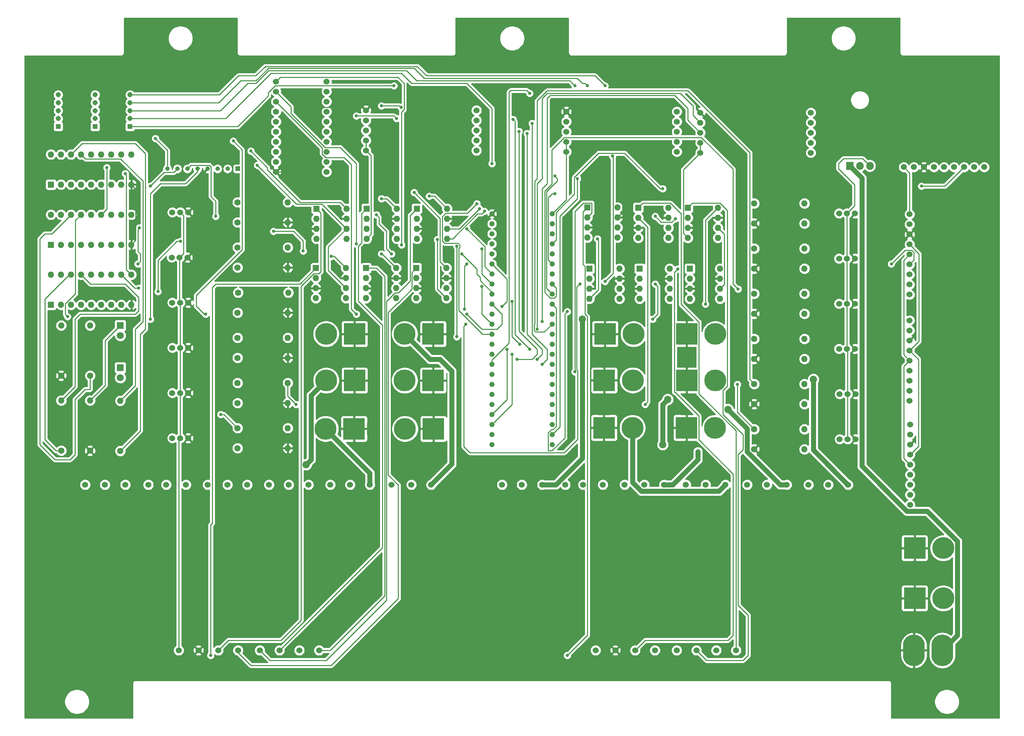
<source format=gbr>
%TF.GenerationSoftware,KiCad,Pcbnew,(5.1.10)-1*%
%TF.CreationDate,2021-12-21T23:50:08-05:00*%
%TF.ProjectId,CaelusPCB,4361656c-7573-4504-9342-2e6b69636164,rev?*%
%TF.SameCoordinates,Original*%
%TF.FileFunction,Copper,L2,Bot*%
%TF.FilePolarity,Positive*%
%FSLAX46Y46*%
G04 Gerber Fmt 4.6, Leading zero omitted, Abs format (unit mm)*
G04 Created by KiCad (PCBNEW (5.1.10)-1) date 2021-12-21 23:50:08*
%MOMM*%
%LPD*%
G01*
G04 APERTURE LIST*
%TA.AperFunction,ComponentPad*%
%ADD10O,1.600000X1.600000*%
%TD*%
%TA.AperFunction,ComponentPad*%
%ADD11R,1.600000X1.600000*%
%TD*%
%TA.AperFunction,ComponentPad*%
%ADD12C,1.524000*%
%TD*%
%TA.AperFunction,ComponentPad*%
%ADD13C,1.600000*%
%TD*%
%TA.AperFunction,ComponentPad*%
%ADD14C,1.320800*%
%TD*%
%TA.AperFunction,ComponentPad*%
%ADD15R,1.143000X1.143000*%
%TD*%
%TA.AperFunction,ComponentPad*%
%ADD16C,1.143000*%
%TD*%
%TA.AperFunction,ComponentPad*%
%ADD17O,5.499999X7.999999*%
%TD*%
%TA.AperFunction,ComponentPad*%
%ADD18R,1.800000X1.800000*%
%TD*%
%TA.AperFunction,ComponentPad*%
%ADD19C,1.800000*%
%TD*%
%TA.AperFunction,ComponentPad*%
%ADD20C,1.308000*%
%TD*%
%TA.AperFunction,ComponentPad*%
%ADD21R,1.308000X1.308000*%
%TD*%
%TA.AperFunction,ComponentPad*%
%ADD22C,5.516000*%
%TD*%
%TA.AperFunction,ComponentPad*%
%ADD23R,5.516000X5.516000*%
%TD*%
%TA.AperFunction,ComponentPad*%
%ADD24R,1.905000X2.000000*%
%TD*%
%TA.AperFunction,ComponentPad*%
%ADD25O,1.905000X2.000000*%
%TD*%
%TA.AperFunction,ViaPad*%
%ADD26C,0.800000*%
%TD*%
%TA.AperFunction,ViaPad*%
%ADD27C,1.850000*%
%TD*%
%TA.AperFunction,Conductor*%
%ADD28C,0.250000*%
%TD*%
%TA.AperFunction,Conductor*%
%ADD29C,1.300000*%
%TD*%
%TA.AperFunction,Conductor*%
%ADD30C,0.254000*%
%TD*%
%TA.AperFunction,Conductor*%
%ADD31C,0.100000*%
%TD*%
G04 APERTURE END LIST*
D10*
%TO.P,U50,18*%
%TO.N,+5V*%
X57404000Y-118331000D03*
%TO.P,U50,9*%
%TO.N,GND1*%
X77724000Y-125951000D03*
%TO.P,U50,17*%
%TO.N,N/C*%
X59944000Y-118331000D03*
%TO.P,U50,8*%
X75184000Y-125951000D03*
%TO.P,U50,16*%
%TO.N,Net-(R3-Pad1)*%
X62484000Y-118331000D03*
%TO.P,U50,7*%
%TO.N,N/C*%
X72644000Y-125951000D03*
%TO.P,U50,15*%
%TO.N,Net-(R3-Pad2)*%
X65024000Y-118331000D03*
%TO.P,U50,6*%
%TO.N,N/C*%
X70104000Y-125951000D03*
%TO.P,U50,14*%
%TO.N,25*%
X67564000Y-118331000D03*
%TO.P,U50,5*%
%TO.N,N/C*%
X67564000Y-125951000D03*
%TO.P,U50,13*%
%TO.N,28*%
X70104000Y-118331000D03*
%TO.P,U50,4*%
%TO.N,N/C*%
X65024000Y-125951000D03*
%TO.P,U50,12*%
%TO.N,29*%
X72644000Y-118331000D03*
%TO.P,U50,3*%
%TO.N,N/C*%
X62484000Y-125951000D03*
%TO.P,U50,11*%
%TO.N,30*%
X75184000Y-118331000D03*
%TO.P,U50,2*%
%TO.N,N/C*%
X59944000Y-125951000D03*
%TO.P,U50,10*%
%TO.N,31*%
X77724000Y-118331000D03*
D11*
%TO.P,U50,1*%
%TO.N,N/C*%
X57404000Y-125951000D03*
%TD*%
D12*
%TO.P,U4,26*%
%TO.N,71*%
X258950000Y-201930000D03*
%TO.P,U4,7*%
%TO.N,48*%
X225625000Y-243840000D03*
%TO.P,U4,6*%
X220625000Y-243840000D03*
%TO.P,U4,4*%
%TO.N,47*%
X210125000Y-243840000D03*
%TO.P,U4,5*%
%TO.N,48*%
X215625000Y-243840000D03*
%TO.P,U4,8*%
%TO.N,54*%
X230625000Y-243840000D03*
%TO.P,U4,1*%
%TO.N,+5V*%
X195125000Y-243840000D03*
%TO.P,U4,2*%
%TO.N,GND1*%
X200125000Y-243840000D03*
%TO.P,U4,3*%
%TO.N,46*%
X205125000Y-243840000D03*
%TO.P,U4,17*%
%TO.N,68*%
X212450000Y-201930000D03*
%TO.P,U4,18*%
%TO.N,N/C*%
X217950000Y-201930000D03*
%TO.P,U4,19*%
%TO.N,+12V*%
X222950000Y-201930000D03*
%TO.P,U4,20*%
%TO.N,69*%
X227950000Y-201930000D03*
%TO.P,U4,21*%
%TO.N,N/C*%
X233450000Y-201930000D03*
%TO.P,U4,22*%
%TO.N,+12V*%
X238450000Y-201930000D03*
%TO.P,U4,23*%
%TO.N,70*%
X243450000Y-201930000D03*
%TO.P,U4,24*%
%TO.N,N/C*%
X248950000Y-201930000D03*
%TO.P,U4,25*%
%TO.N,+24V*%
X253950000Y-201930000D03*
%TO.P,U4,16*%
%TO.N,+12V*%
X207450000Y-201930000D03*
%TO.P,U4,15*%
%TO.N,N/C*%
X202450000Y-201930000D03*
%TO.P,U4,14*%
%TO.N,67*%
X196950000Y-201930000D03*
%TO.P,U4,13*%
%TO.N,+12V*%
X191950000Y-201930000D03*
%TO.P,U4,12*%
%TO.N,N/C*%
X187450000Y-201930000D03*
%TO.P,U4,11*%
%TO.N,66*%
X181610000Y-201930000D03*
%TO.P,U4,10*%
%TO.N,+12V*%
X176450000Y-201930000D03*
%TO.P,U4,9*%
%TO.N,N/C*%
X171450000Y-201930000D03*
%TD*%
%TO.P,J27,3*%
%TO.N,GND1*%
X92090000Y-190130000D03*
%TO.P,J27,2*%
%TO.N,+5V*%
X90090000Y-190130000D03*
%TO.P,J27,1*%
%TO.N,Net-(J27-Pad1)*%
X88090000Y-190130000D03*
%TD*%
%TO.P,J26,3*%
%TO.N,GND1*%
X92090000Y-178700000D03*
%TO.P,J26,2*%
%TO.N,+5V*%
X90090000Y-178700000D03*
%TO.P,J26,1*%
%TO.N,Net-(J26-Pad1)*%
X88090000Y-178700000D03*
%TD*%
%TO.P,J25,3*%
%TO.N,GND1*%
X92090000Y-167270000D03*
%TO.P,J25,2*%
%TO.N,+5V*%
X90090000Y-167270000D03*
%TO.P,J25,1*%
%TO.N,Net-(J25-Pad1)*%
X88090000Y-167270000D03*
%TD*%
%TO.P,J24,3*%
%TO.N,GND1*%
X92090000Y-155840000D03*
%TO.P,J24,2*%
%TO.N,+5V*%
X90090000Y-155840000D03*
%TO.P,J24,1*%
%TO.N,Net-(J24-Pad1)*%
X88090000Y-155840000D03*
%TD*%
%TO.P,J23,3*%
%TO.N,GND1*%
X91940000Y-144410000D03*
%TO.P,J23,2*%
%TO.N,+5V*%
X89940000Y-144410000D03*
%TO.P,J23,1*%
%TO.N,Net-(J23-Pad1)*%
X87940000Y-144410000D03*
%TD*%
%TO.P,J22,3*%
%TO.N,GND1*%
X92090000Y-132980000D03*
%TO.P,J22,2*%
%TO.N,+5V*%
X90090000Y-132980000D03*
%TO.P,J22,1*%
%TO.N,Net-(J22-Pad1)*%
X88090000Y-132980000D03*
%TD*%
%TO.P,J21,3*%
%TO.N,GND1*%
X260827000Y-190400000D03*
%TO.P,J21,2*%
%TO.N,+5V*%
X258827000Y-190400000D03*
%TO.P,J21,1*%
%TO.N,Net-(J21-Pad1)*%
X256827000Y-190400000D03*
%TD*%
%TO.P,J20,3*%
%TO.N,GND1*%
X260827000Y-178970000D03*
%TO.P,J20,2*%
%TO.N,+5V*%
X258827000Y-178970000D03*
%TO.P,J20,1*%
%TO.N,Net-(J20-Pad1)*%
X256827000Y-178970000D03*
%TD*%
%TO.P,J19,3*%
%TO.N,GND1*%
X260677000Y-167540000D03*
%TO.P,J19,2*%
%TO.N,+5V*%
X258677000Y-167540000D03*
%TO.P,J19,1*%
%TO.N,Net-(J19-Pad1)*%
X256677000Y-167540000D03*
%TD*%
%TO.P,J18,3*%
%TO.N,GND1*%
X260677000Y-156110000D03*
%TO.P,J18,2*%
%TO.N,+5V*%
X258677000Y-156110000D03*
%TO.P,J18,1*%
%TO.N,Net-(J18-Pad1)*%
X256677000Y-156110000D03*
%TD*%
%TO.P,J17,3*%
%TO.N,GND1*%
X260677000Y-144680000D03*
%TO.P,J17,2*%
%TO.N,+5V*%
X258677000Y-144680000D03*
%TO.P,J17,1*%
%TO.N,Net-(J17-Pad1)*%
X256677000Y-144680000D03*
%TD*%
%TO.P,J16,3*%
%TO.N,GND1*%
X260677000Y-133250000D03*
%TO.P,J16,2*%
%TO.N,+5V*%
X258677000Y-133250000D03*
%TO.P,J16,1*%
%TO.N,Net-(J16-Pad1)*%
X256677000Y-133250000D03*
%TD*%
D11*
%TO.P,U34,1*%
%TO.N,N/C*%
X57404000Y-141191000D03*
D10*
%TO.P,U34,10*%
%TO.N,35*%
X77724000Y-133571000D03*
%TO.P,U34,2*%
%TO.N,N/C*%
X59944000Y-141191000D03*
%TO.P,U34,11*%
%TO.N,34*%
X75184000Y-133571000D03*
%TO.P,U34,3*%
%TO.N,N/C*%
X62484000Y-141191000D03*
%TO.P,U34,12*%
%TO.N,33*%
X72644000Y-133571000D03*
%TO.P,U34,4*%
%TO.N,N/C*%
X65024000Y-141191000D03*
%TO.P,U34,13*%
%TO.N,32*%
X70104000Y-133571000D03*
%TO.P,U34,5*%
%TO.N,N/C*%
X67564000Y-141191000D03*
%TO.P,U34,14*%
%TO.N,26*%
X67564000Y-133571000D03*
%TO.P,U34,6*%
%TO.N,N/C*%
X70104000Y-141191000D03*
%TO.P,U34,15*%
%TO.N,Net-(R2-Pad2)*%
X65024000Y-133571000D03*
%TO.P,U34,7*%
%TO.N,N/C*%
X72644000Y-141191000D03*
%TO.P,U34,16*%
%TO.N,Net-(R2-Pad1)*%
X62484000Y-133571000D03*
%TO.P,U34,8*%
%TO.N,N/C*%
X75184000Y-141191000D03*
%TO.P,U34,17*%
X59944000Y-133571000D03*
%TO.P,U34,9*%
%TO.N,GND1*%
X77724000Y-141191000D03*
%TO.P,U34,18*%
%TO.N,+5V*%
X57404000Y-133571000D03*
%TD*%
D13*
%TO.P,R1,1*%
%TO.N,Net-(R1-Pad1)*%
X59995001Y-193304999D03*
D10*
%TO.P,R1,2*%
%TO.N,Net-(R1-Pad2)*%
X59995001Y-180604999D03*
%TD*%
D14*
%TO.P,U23,32*%
%TO.N,1*%
X168910000Y-191770000D03*
%TO.P,U23,31*%
%TO.N,2*%
X168910000Y-189230000D03*
%TO.P,U23,30*%
%TO.N,21*%
X168910000Y-186690000D03*
%TO.P,U23,29*%
%TO.N,20*%
X168910000Y-184150000D03*
%TO.P,U23,28*%
%TO.N,19*%
X168910000Y-181610000D03*
%TO.P,U23,27*%
%TO.N,18*%
X168910000Y-179070000D03*
%TO.P,U23,26*%
%TO.N,17*%
X168910000Y-176530000D03*
%TO.P,U23,25*%
%TO.N,16*%
X168910000Y-173990000D03*
%TO.P,U23,24*%
%TO.N,57*%
X168910000Y-171450000D03*
%TO.P,U23,47*%
%TO.N,3.3*%
X168910000Y-168910000D03*
%TO.P,U23,12*%
%TO.N,12*%
X168910000Y-166370000D03*
%TO.P,U23,11*%
%TO.N,11*%
X168910000Y-163830000D03*
%TO.P,U23,10*%
%TO.N,10*%
X168910000Y-161290000D03*
%TO.P,U23,9*%
%TO.N,9*%
X168910000Y-158750000D03*
%TO.P,U23,8*%
%TO.N,60*%
X168910000Y-156210000D03*
%TO.P,U23,7*%
%TO.N,61*%
X168910000Y-153670000D03*
%TO.P,U23,6*%
%TO.N,6*%
X168910000Y-151130000D03*
%TO.P,U23,5*%
%TO.N,5*%
X168910000Y-148590000D03*
%TO.P,U23,4*%
%TO.N,4*%
X168910000Y-146050000D03*
%TO.P,U23,3*%
%TO.N,3*%
X168910000Y-143510000D03*
%TO.P,U23,2*%
%TO.N,15*%
X168910000Y-140970000D03*
%TO.P,U23,1*%
%TO.N,14*%
X168910000Y-138430000D03*
%TO.P,U23,0*%
%TO.N,13*%
X168910000Y-135890000D03*
%TO.P,U23,46*%
%TO.N,GND1*%
X168910000Y-133350000D03*
%TO.P,U23,33*%
%TO.N,50*%
X184150000Y-191770000D03*
%TO.P,U23,34*%
%TO.N,51*%
X184150000Y-189230000D03*
%TO.P,U23,35*%
%TO.N,58*%
X184150000Y-186690000D03*
%TO.P,U23,36*%
%TO.N,N/C*%
X184150000Y-184150000D03*
%TO.P,U23,37*%
%TO.N,Net-(R24-Pad2)*%
X184150000Y-181610000D03*
%TO.P,U23,38*%
%TO.N,Net-(R14-Pad1)*%
X184150000Y-179070000D03*
%TO.P,U23,39*%
%TO.N,7*%
X184150000Y-176530000D03*
%TO.P,U23,45*%
%TO.N,N/C*%
X184150000Y-173990000D03*
%TO.P,U23,44*%
X184150000Y-171450000D03*
%TO.P,U23,43*%
X184150000Y-168910000D03*
%TO.P,U23,13*%
%TO.N,8*%
X184150000Y-166370000D03*
%TO.P,U23,14*%
%TO.N,Net-(R23-Pad2)*%
X184150000Y-163830000D03*
%TO.P,U23,15*%
%TO.N,Net-(R16-Pad1)*%
X184150000Y-161290000D03*
%TO.P,U23,16*%
%TO.N,Net-(R22-Pad2)*%
X184150000Y-158750000D03*
%TO.P,U23,17*%
%TO.N,Net-(R13-Pad1)*%
X184150000Y-156210000D03*
%TO.P,U23,18*%
%TO.N,Net-(R21-Pad2)*%
X184150000Y-153670000D03*
%TO.P,U23,19*%
%TO.N,Net-(R12-Pad1)*%
X184150000Y-151130000D03*
%TO.P,U23,20*%
%TO.N,Net-(R20-Pad2)*%
X184150000Y-148590000D03*
%TO.P,U23,21*%
%TO.N,Net-(R11-Pad1)*%
X184150000Y-146050000D03*
%TO.P,U23,22*%
%TO.N,Net-(R19-Pad2)*%
X184150000Y-143510000D03*
%TO.P,U23,23*%
%TO.N,Net-(R15-Pad1)*%
X184150000Y-140970000D03*
%TO.P,U23,42*%
%TO.N,N/C*%
X184150000Y-138430000D03*
%TO.P,U23,41*%
X184150000Y-135890000D03*
%TO.P,U23,40*%
%TO.N,+5V*%
X184150000Y-133350000D03*
%TD*%
D15*
%TO.P,Ayo1,1*%
%TO.N,N/C*%
X104609200Y-121962800D03*
D16*
%TO.P,Ayo1,2*%
X102069200Y-121962800D03*
%TO.P,Ayo1,3*%
X99529200Y-121962800D03*
%TO.P,Ayo1,4*%
%TO.N,GND1*%
X96989200Y-121962800D03*
%TO.P,Ayo1,5*%
%TO.N,52*%
X94449200Y-121962800D03*
%TO.P,Ayo1,6*%
%TO.N,27*%
X91909200Y-121962800D03*
%TO.P,Ayo1,7*%
%TO.N,26*%
X89369200Y-121962800D03*
%TO.P,Ayo1,8*%
%TO.N,25*%
X86829200Y-121962800D03*
%TD*%
D17*
%TO.P,BT1,1*%
%TO.N,Net-(BT1-Pad1)*%
X282790000Y-243840000D03*
%TO.P,BT1,2*%
%TO.N,GND1*%
X275590000Y-243840000D03*
%TD*%
D18*
%TO.P,D1,1*%
%TO.N,Net-(D1-Pad1)*%
X74954999Y-172304999D03*
D19*
%TO.P,D1,2*%
%TO.N,+5V*%
X74954999Y-174844999D03*
%TD*%
%TO.P,D2,2*%
%TO.N,52*%
X74954999Y-164150000D03*
D18*
%TO.P,D2,1*%
%TO.N,Net-(D2-Pad1)*%
X74954999Y-161610000D03*
%TD*%
D20*
%TO.P,J1,5*%
%TO.N,Net-(J1-Pad5)*%
X68580000Y-103234000D03*
%TO.P,J1,4*%
%TO.N,Net-(J1-Pad4)*%
X68580000Y-105240000D03*
%TO.P,J1,3*%
%TO.N,Net-(J1-Pad3)*%
X68580000Y-107247000D03*
%TO.P,J1,2*%
%TO.N,Net-(J1-Pad2)*%
X68580000Y-109254000D03*
D21*
%TO.P,J1,1*%
%TO.N,Net-(J1-Pad1)*%
X68580000Y-111260000D03*
%TD*%
D20*
%TO.P,J2,5*%
%TO.N,Net-(J2-Pad5)*%
X77406500Y-103238500D03*
%TO.P,J2,4*%
%TO.N,Net-(J2-Pad4)*%
X77406500Y-105244500D03*
%TO.P,J2,3*%
%TO.N,Net-(J2-Pad3)*%
X77406500Y-107251500D03*
%TO.P,J2,2*%
%TO.N,Net-(J2-Pad2)*%
X77406500Y-109258500D03*
D21*
%TO.P,J2,1*%
%TO.N,Net-(J2-Pad1)*%
X77406500Y-111264500D03*
%TD*%
%TO.P,J3,1*%
%TO.N,Net-(J3-Pad1)*%
X59245500Y-111264500D03*
D20*
%TO.P,J3,2*%
%TO.N,Net-(J3-Pad2)*%
X59245500Y-109258500D03*
%TO.P,J3,3*%
%TO.N,Net-(J3-Pad3)*%
X59245500Y-107251500D03*
%TO.P,J3,4*%
%TO.N,Net-(J3-Pad4)*%
X59245500Y-105244500D03*
%TO.P,J3,5*%
%TO.N,Net-(J3-Pad5)*%
X59245500Y-103238500D03*
%TD*%
D22*
%TO.P,J4,2*%
%TO.N,62*%
X126988000Y-175524500D03*
D23*
%TO.P,J4,1*%
%TO.N,GND1*%
X134188000Y-175524500D03*
%TD*%
%TO.P,J5,1*%
%TO.N,GND1*%
X134061000Y-187780000D03*
D22*
%TO.P,J5,2*%
%TO.N,64*%
X126861000Y-187780000D03*
%TD*%
D23*
%TO.P,J6,1*%
%TO.N,GND1*%
X154048000Y-175524500D03*
D22*
%TO.P,J6,2*%
%TO.N,81*%
X146848000Y-175524500D03*
%TD*%
%TO.P,J7,2*%
%TO.N,63*%
X146931000Y-187780000D03*
D23*
%TO.P,J7,1*%
%TO.N,GND1*%
X154131000Y-187780000D03*
%TD*%
%TO.P,J8,1*%
%TO.N,GND1*%
X154048000Y-163777000D03*
D22*
%TO.P,J8,2*%
%TO.N,65*%
X146848000Y-163777000D03*
%TD*%
%TO.P,J9,2*%
%TO.N,66*%
X225354000Y-163761000D03*
D23*
%TO.P,J9,1*%
%TO.N,GND1*%
X218154000Y-163761000D03*
%TD*%
%TO.P,J10,1*%
%TO.N,GND1*%
X218110000Y-187510000D03*
D22*
%TO.P,J10,2*%
%TO.N,68*%
X225310000Y-187510000D03*
%TD*%
%TO.P,J11,2*%
%TO.N,70*%
X204513500Y-175508500D03*
D23*
%TO.P,J11,1*%
%TO.N,GND1*%
X197313500Y-175508500D03*
%TD*%
%TO.P,J12,1*%
%TO.N,GND1*%
X197250000Y-187510000D03*
D22*
%TO.P,J12,2*%
%TO.N,69*%
X204450000Y-187510000D03*
%TD*%
%TO.P,J13,2*%
%TO.N,71*%
X204704000Y-163761000D03*
D23*
%TO.P,J13,1*%
%TO.N,GND1*%
X197504000Y-163761000D03*
%TD*%
%TO.P,J14,1*%
%TO.N,GND1*%
X134188000Y-163777000D03*
D22*
%TO.P,J14,2*%
%TO.N,80*%
X126988000Y-163777000D03*
%TD*%
%TO.P,J15,2*%
%TO.N,67*%
X225373500Y-175508500D03*
D23*
%TO.P,J15,1*%
%TO.N,GND1*%
X218173500Y-175508500D03*
%TD*%
D22*
%TO.P,J28,2*%
%TO.N,+12V*%
X283000000Y-217960000D03*
D23*
%TO.P,J28,1*%
%TO.N,GND1*%
X275800000Y-217960000D03*
%TD*%
%TO.P,J29,1*%
%TO.N,GND1*%
X275800000Y-230660000D03*
D22*
%TO.P,J29,2*%
%TO.N,+24V*%
X283000000Y-230660000D03*
%TD*%
D10*
%TO.P,R2,2*%
%TO.N,Net-(R2-Pad2)*%
X67310000Y-161610000D03*
D13*
%TO.P,R2,1*%
%TO.N,Net-(R2-Pad1)*%
X67310000Y-174310000D03*
%TD*%
D10*
%TO.P,R3,2*%
%TO.N,Net-(R3-Pad2)*%
X74930000Y-180660000D03*
D13*
%TO.P,R3,1*%
%TO.N,Net-(R3-Pad1)*%
X74930000Y-193360000D03*
%TD*%
%TO.P,R4,1*%
%TO.N,GND1*%
X235237000Y-158650000D03*
D10*
%TO.P,R4,2*%
%TO.N,Net-(R12-Pad1)*%
X247937000Y-158650000D03*
%TD*%
D13*
%TO.P,R5,1*%
%TO.N,GND1*%
X235237000Y-170080000D03*
D10*
%TO.P,R5,2*%
%TO.N,Net-(R13-Pad1)*%
X247937000Y-170080000D03*
%TD*%
%TO.P,R6,2*%
%TO.N,Net-(R15-Pad1)*%
X247937000Y-135790000D03*
D13*
%TO.P,R6,1*%
%TO.N,GND1*%
X235237000Y-135790000D03*
%TD*%
D10*
%TO.P,R7,2*%
%TO.N,Net-(R11-Pad1)*%
X247937000Y-147220000D03*
D13*
%TO.P,R7,1*%
%TO.N,GND1*%
X235237000Y-147220000D03*
%TD*%
%TO.P,R8,1*%
%TO.N,GND1*%
X235237000Y-192940000D03*
D10*
%TO.P,R8,2*%
%TO.N,Net-(R14-Pad1)*%
X247937000Y-192940000D03*
%TD*%
%TO.P,R9,2*%
%TO.N,Net-(R16-Pad1)*%
X247937000Y-181510000D03*
D13*
%TO.P,R9,1*%
%TO.N,GND1*%
X235237000Y-181510000D03*
%TD*%
%TO.P,R10,1*%
%TO.N,GND1*%
X67285001Y-193304999D03*
D10*
%TO.P,R10,2*%
%TO.N,Net-(D2-Pad1)*%
X67285001Y-180604999D03*
%TD*%
%TO.P,R11,2*%
%TO.N,Net-(J17-Pad1)*%
X247937000Y-142140000D03*
D13*
%TO.P,R11,1*%
%TO.N,Net-(R11-Pad1)*%
X235237000Y-142140000D03*
%TD*%
D10*
%TO.P,R12,2*%
%TO.N,Net-(J18-Pad1)*%
X247937000Y-153570000D03*
D13*
%TO.P,R12,1*%
%TO.N,Net-(R12-Pad1)*%
X235237000Y-153570000D03*
%TD*%
D10*
%TO.P,R13,2*%
%TO.N,Net-(J19-Pad1)*%
X247937000Y-165000000D03*
D13*
%TO.P,R13,1*%
%TO.N,Net-(R13-Pad1)*%
X235237000Y-165000000D03*
%TD*%
D10*
%TO.P,R14,2*%
%TO.N,Net-(J21-Pad1)*%
X247937000Y-187860000D03*
D13*
%TO.P,R14,1*%
%TO.N,Net-(R14-Pad1)*%
X235237000Y-187860000D03*
%TD*%
%TO.P,R15,1*%
%TO.N,Net-(R15-Pad1)*%
X235237000Y-130710000D03*
D10*
%TO.P,R15,2*%
%TO.N,Net-(J16-Pad1)*%
X247937000Y-130710000D03*
%TD*%
D13*
%TO.P,R16,1*%
%TO.N,Net-(R16-Pad1)*%
X235237000Y-176430000D03*
D10*
%TO.P,R16,2*%
%TO.N,Net-(J20-Pad1)*%
X247937000Y-176430000D03*
%TD*%
D13*
%TO.P,R17,1*%
%TO.N,GND1*%
X59995001Y-174310000D03*
D10*
%TO.P,R17,2*%
%TO.N,Net-(D1-Pad1)*%
X59995001Y-161610000D03*
%TD*%
%TO.P,R19,2*%
%TO.N,Net-(R19-Pad2)*%
X117300000Y-130440000D03*
D13*
%TO.P,R19,1*%
%TO.N,Net-(J22-Pad1)*%
X104600000Y-130440000D03*
%TD*%
%TO.P,R20,1*%
%TO.N,Net-(J23-Pad1)*%
X104600000Y-141870000D03*
D10*
%TO.P,R20,2*%
%TO.N,Net-(R20-Pad2)*%
X117300000Y-141870000D03*
%TD*%
%TO.P,R21,2*%
%TO.N,Net-(R21-Pad2)*%
X117415001Y-153300000D03*
D13*
%TO.P,R21,1*%
%TO.N,Net-(J24-Pad1)*%
X104715001Y-153300000D03*
%TD*%
D10*
%TO.P,R22,2*%
%TO.N,Net-(R22-Pad2)*%
X117300000Y-164730000D03*
D13*
%TO.P,R22,1*%
%TO.N,Net-(J25-Pad1)*%
X104600000Y-164730000D03*
%TD*%
D10*
%TO.P,R23,2*%
%TO.N,Net-(R23-Pad2)*%
X117300000Y-176160000D03*
D13*
%TO.P,R23,1*%
%TO.N,Net-(J26-Pad1)*%
X104600000Y-176160000D03*
%TD*%
%TO.P,R24,1*%
%TO.N,Net-(J27-Pad1)*%
X104600000Y-187590000D03*
D10*
%TO.P,R24,2*%
%TO.N,Net-(R24-Pad2)*%
X117300000Y-187590000D03*
%TD*%
D13*
%TO.P,R26,1*%
%TO.N,Net-(R19-Pad2)*%
X104600000Y-135520000D03*
D10*
%TO.P,R26,2*%
%TO.N,GND1*%
X117300000Y-135520000D03*
%TD*%
D13*
%TO.P,R27,1*%
%TO.N,Net-(R20-Pad2)*%
X104600000Y-146950000D03*
D10*
%TO.P,R27,2*%
%TO.N,GND1*%
X117300000Y-146950000D03*
%TD*%
D13*
%TO.P,R28,1*%
%TO.N,Net-(R21-Pad2)*%
X104600000Y-158380000D03*
D10*
%TO.P,R28,2*%
%TO.N,GND1*%
X117300000Y-158380000D03*
%TD*%
D13*
%TO.P,R29,1*%
%TO.N,Net-(R22-Pad2)*%
X104600000Y-169810000D03*
D10*
%TO.P,R29,2*%
%TO.N,GND1*%
X117300000Y-169810000D03*
%TD*%
D13*
%TO.P,R30,1*%
%TO.N,Net-(R23-Pad2)*%
X104600000Y-181240000D03*
D10*
%TO.P,R30,2*%
%TO.N,GND1*%
X117300000Y-181240000D03*
%TD*%
%TO.P,R31,2*%
%TO.N,GND1*%
X117300000Y-192670000D03*
D13*
%TO.P,R31,1*%
%TO.N,Net-(R24-Pad2)*%
X104600000Y-192670000D03*
%TD*%
D12*
%TO.P,U1,9*%
%TO.N,N/C*%
X293370000Y-121539000D03*
%TO.P,U1,8*%
X290830000Y-121539000D03*
%TO.P,U1,7*%
%TO.N,51*%
X288290000Y-121539000D03*
%TO.P,U1,6*%
%TO.N,13*%
X285750000Y-121539000D03*
%TO.P,U1,5*%
%TO.N,14*%
X283210000Y-121539000D03*
%TO.P,U1,4*%
%TO.N,1*%
X280670000Y-121539000D03*
%TO.P,U1,3*%
%TO.N,GND1*%
X278130000Y-121539000D03*
%TO.P,U1,2*%
%TO.N,N/C*%
X275590000Y-121539000D03*
%TO.P,U1,1*%
%TO.N,+5V*%
X273050000Y-121539000D03*
%TD*%
D24*
%TO.P,U3,1*%
%TO.N,Net-(BT1-Pad1)*%
X259384800Y-121208800D03*
D25*
%TO.P,U3,2*%
%TO.N,GND1*%
X261924800Y-121208800D03*
%TO.P,U3,3*%
%TO.N,+5V*%
X264464800Y-121208800D03*
%TD*%
D12*
%TO.P,U15,9*%
%TO.N,N/C*%
X274510500Y-180657500D03*
%TO.P,U15,8*%
X274510500Y-178117500D03*
%TO.P,U15,7*%
%TO.N,50*%
X274510500Y-175577500D03*
%TO.P,U15,6*%
%TO.N,13*%
X274510500Y-173037500D03*
%TO.P,U15,5*%
%TO.N,14*%
X274510500Y-170497500D03*
%TO.P,U15,4*%
%TO.N,1*%
X274510500Y-167957500D03*
%TO.P,U15,3*%
%TO.N,GND1*%
X274510500Y-165417500D03*
%TO.P,U15,2*%
%TO.N,N/C*%
X274510500Y-162877500D03*
%TO.P,U15,1*%
%TO.N,+5V*%
X274510500Y-160337500D03*
%TD*%
%TO.P,U18,1*%
%TO.N,+5V*%
X274510500Y-133477000D03*
%TO.P,U18,2*%
%TO.N,N/C*%
X274510500Y-136017000D03*
%TO.P,U18,3*%
%TO.N,GND1*%
X274510500Y-138557000D03*
%TO.P,U18,4*%
%TO.N,1*%
X274510500Y-141097000D03*
%TO.P,U18,5*%
%TO.N,14*%
X274510500Y-143637000D03*
%TO.P,U18,6*%
%TO.N,13*%
X274510500Y-146177000D03*
%TO.P,U18,7*%
%TO.N,15*%
X274510500Y-148717000D03*
%TO.P,U18,8*%
%TO.N,N/C*%
X274510500Y-151257000D03*
%TO.P,U18,9*%
X274510500Y-153797000D03*
%TD*%
D11*
%TO.P,U19,1*%
%TO.N,N/C*%
X57409001Y-156375999D03*
D10*
%TO.P,U19,10*%
%TO.N,39*%
X77729001Y-148755999D03*
%TO.P,U19,2*%
%TO.N,N/C*%
X59949001Y-156375999D03*
%TO.P,U19,11*%
%TO.N,38*%
X75189001Y-148755999D03*
%TO.P,U19,3*%
%TO.N,N/C*%
X62489001Y-156375999D03*
%TO.P,U19,12*%
%TO.N,37*%
X72649001Y-148755999D03*
%TO.P,U19,4*%
%TO.N,N/C*%
X65029001Y-156375999D03*
%TO.P,U19,13*%
%TO.N,36*%
X70109001Y-148755999D03*
%TO.P,U19,5*%
%TO.N,N/C*%
X67569001Y-156375999D03*
%TO.P,U19,14*%
%TO.N,27*%
X67569001Y-148755999D03*
%TO.P,U19,6*%
%TO.N,N/C*%
X70109001Y-156375999D03*
%TO.P,U19,15*%
%TO.N,Net-(R1-Pad2)*%
X65029001Y-148755999D03*
%TO.P,U19,7*%
%TO.N,N/C*%
X72649001Y-156375999D03*
%TO.P,U19,16*%
%TO.N,Net-(R1-Pad1)*%
X62489001Y-148755999D03*
%TO.P,U19,8*%
%TO.N,N/C*%
X75189001Y-156375999D03*
%TO.P,U19,17*%
X59949001Y-148755999D03*
%TO.P,U19,9*%
%TO.N,GND1*%
X77729001Y-156375999D03*
%TO.P,U19,18*%
%TO.N,+5V*%
X57409001Y-148755999D03*
%TD*%
%TO.P,U20,8*%
%TO.N,28*%
X132143500Y-132047001D03*
%TO.P,U20,4*%
%TO.N,+5V*%
X124523500Y-139667001D03*
%TO.P,U20,7*%
%TO.N,GND1*%
X132143500Y-134587001D03*
%TO.P,U20,3*%
X124523500Y-137127001D03*
%TO.P,U20,6*%
%TO.N,52*%
X132143500Y-137127001D03*
%TO.P,U20,2*%
%TO.N,3*%
X124523500Y-134587001D03*
%TO.P,U20,5*%
%TO.N,+5V*%
X132143500Y-139667001D03*
D11*
%TO.P,U20,1*%
%TO.N,40*%
X124523500Y-132047001D03*
%TD*%
D10*
%TO.P,U21,8*%
%TO.N,31*%
X144843500Y-132047001D03*
%TO.P,U21,4*%
%TO.N,+5V*%
X137223500Y-139667001D03*
%TO.P,U21,7*%
%TO.N,GND1*%
X144843500Y-134587001D03*
%TO.P,U21,3*%
X137223500Y-137127001D03*
%TO.P,U21,6*%
%TO.N,52*%
X144843500Y-137127001D03*
%TO.P,U21,2*%
%TO.N,6*%
X137223500Y-134587001D03*
%TO.P,U21,5*%
%TO.N,+5V*%
X144843500Y-139667001D03*
D11*
%TO.P,U21,1*%
%TO.N,43*%
X137223500Y-132047001D03*
%TD*%
%TO.P,U22,1*%
%TO.N,48*%
X218440000Y-131808501D03*
D10*
%TO.P,U22,5*%
%TO.N,+5V*%
X226060000Y-139428501D03*
%TO.P,U22,2*%
%TO.N,11*%
X218440000Y-134348501D03*
%TO.P,U22,6*%
%TO.N,52*%
X226060000Y-136888501D03*
%TO.P,U22,3*%
%TO.N,GND1*%
X218440000Y-136888501D03*
%TO.P,U22,7*%
X226060000Y-134348501D03*
%TO.P,U22,4*%
%TO.N,+5V*%
X218440000Y-139428501D03*
%TO.P,U22,8*%
%TO.N,36*%
X226060000Y-131808501D03*
%TD*%
D12*
%TO.P,U25,2*%
%TO.N,Net-(J1-Pad2)*%
X164998400Y-114808000D03*
%TO.P,U25,3*%
%TO.N,Net-(J1-Pad3)*%
X164998400Y-112268000D03*
%TO.P,U25,4*%
%TO.N,Net-(J1-Pad4)*%
X164998400Y-109728000D03*
%TO.P,U25,5*%
%TO.N,Net-(J1-Pad5)*%
X165008400Y-107188000D03*
%TO.P,U25,1*%
%TO.N,Net-(J1-Pad1)*%
X164998400Y-117348000D03*
%TO.P,U25,10*%
%TO.N,+5V*%
X137058400Y-117348000D03*
%TO.P,U25,9*%
X137058400Y-114808000D03*
%TO.P,U25,8*%
%TO.N,16*%
X137058400Y-112268000D03*
%TO.P,U25,7*%
%TO.N,17*%
X137058400Y-109728000D03*
%TO.P,U25,6*%
%TO.N,GND1*%
X137058400Y-107188000D03*
%TD*%
%TO.P,U33,1*%
%TO.N,+5V*%
X274621000Y-186690000D03*
%TO.P,U33,2*%
%TO.N,N/C*%
X274621000Y-189230000D03*
%TO.P,U33,3*%
%TO.N,GND1*%
X274621000Y-191770000D03*
%TO.P,U33,4*%
%TO.N,1*%
X274621000Y-194310000D03*
%TO.P,U33,5*%
%TO.N,14*%
X274621000Y-196850000D03*
%TO.P,U33,6*%
%TO.N,13*%
X274621000Y-199390000D03*
%TO.P,U33,7*%
%TO.N,2*%
X274621000Y-201930000D03*
%TO.P,U33,8*%
%TO.N,N/C*%
X274621000Y-204470000D03*
%TO.P,U33,9*%
X274621000Y-207010000D03*
%TD*%
%TO.P,U36,6*%
%TO.N,GND1*%
X187706000Y-107492800D03*
%TO.P,U36,7*%
%TO.N,19*%
X187706000Y-110032800D03*
%TO.P,U36,8*%
%TO.N,18*%
X187706000Y-112572800D03*
%TO.P,U36,9*%
%TO.N,+5V*%
X187706000Y-115112800D03*
%TO.P,U36,10*%
X187706000Y-117652800D03*
%TO.P,U36,1*%
%TO.N,Net-(J2-Pad1)*%
X215646000Y-117652800D03*
%TO.P,U36,5*%
%TO.N,Net-(J2-Pad5)*%
X215656000Y-107492800D03*
%TO.P,U36,4*%
%TO.N,Net-(J2-Pad4)*%
X215646000Y-110032800D03*
%TO.P,U36,3*%
%TO.N,Net-(J2-Pad3)*%
X215646000Y-112572800D03*
%TO.P,U36,2*%
%TO.N,Net-(J2-Pad2)*%
X215646000Y-115112800D03*
%TD*%
D11*
%TO.P,U44,1*%
%TO.N,41*%
X149796500Y-147096501D03*
D10*
%TO.P,U44,5*%
%TO.N,+5V*%
X157416500Y-154716501D03*
%TO.P,U44,2*%
%TO.N,4*%
X149796500Y-149636501D03*
%TO.P,U44,6*%
%TO.N,52*%
X157416500Y-152176501D03*
%TO.P,U44,3*%
%TO.N,GND1*%
X149796500Y-152176501D03*
%TO.P,U44,7*%
X157416500Y-149636501D03*
%TO.P,U44,4*%
%TO.N,+5V*%
X149796500Y-154716501D03*
%TO.P,U44,8*%
%TO.N,29*%
X157416500Y-147096501D03*
%TD*%
D12*
%TO.P,U46,2*%
%TO.N,Net-(J3-Pad2)*%
X249529600Y-115366800D03*
%TO.P,U46,3*%
%TO.N,Net-(J3-Pad3)*%
X249529600Y-112826800D03*
%TO.P,U46,4*%
%TO.N,Net-(J3-Pad4)*%
X249529600Y-110286800D03*
%TO.P,U46,5*%
%TO.N,Net-(J3-Pad5)*%
X249539600Y-107746800D03*
%TO.P,U46,1*%
%TO.N,Net-(J3-Pad1)*%
X249529600Y-117906800D03*
%TO.P,U46,10*%
%TO.N,+5V*%
X221589600Y-117906800D03*
%TO.P,U46,9*%
X221589600Y-115366800D03*
%TO.P,U46,8*%
%TO.N,20*%
X221589600Y-112826800D03*
%TO.P,U46,7*%
%TO.N,21*%
X221589600Y-110286800D03*
%TO.P,U46,6*%
%TO.N,GND1*%
X221589600Y-107746800D03*
%TD*%
D10*
%TO.P,U48,8*%
%TO.N,32*%
X200660000Y-131743500D03*
%TO.P,U48,4*%
%TO.N,+5V*%
X193040000Y-139363500D03*
%TO.P,U48,7*%
%TO.N,GND1*%
X200660000Y-134283500D03*
%TO.P,U48,3*%
X193040000Y-136823500D03*
%TO.P,U48,6*%
%TO.N,52*%
X200660000Y-136823500D03*
%TO.P,U48,2*%
%TO.N,7*%
X193040000Y-134283500D03*
%TO.P,U48,5*%
%TO.N,+5V*%
X200660000Y-139363500D03*
D11*
%TO.P,U48,1*%
%TO.N,44*%
X193040000Y-131743500D03*
%TD*%
%TO.P,U49,1*%
%TO.N,N/C*%
X206248000Y-147237500D03*
D10*
%TO.P,U49,5*%
%TO.N,+5V*%
X213868000Y-154857500D03*
%TO.P,U49,2*%
%TO.N,12*%
X206248000Y-149777500D03*
%TO.P,U49,6*%
%TO.N,52*%
X213868000Y-152317500D03*
%TO.P,U49,3*%
%TO.N,GND1*%
X206248000Y-152317500D03*
%TO.P,U49,7*%
X213868000Y-149777500D03*
%TO.P,U49,4*%
%TO.N,+5V*%
X206248000Y-154857500D03*
%TO.P,U49,8*%
%TO.N,37*%
X213868000Y-147237500D03*
%TD*%
%TO.P,U51,8*%
%TO.N,30*%
X157543500Y-132047001D03*
%TO.P,U51,4*%
%TO.N,+5V*%
X149923500Y-139667001D03*
%TO.P,U51,7*%
%TO.N,GND1*%
X157543500Y-134587001D03*
%TO.P,U51,3*%
X149923500Y-137127001D03*
%TO.P,U51,6*%
%TO.N,52*%
X157543500Y-137127001D03*
%TO.P,U51,2*%
%TO.N,5*%
X149923500Y-134587001D03*
%TO.P,U51,5*%
%TO.N,+5V*%
X157543500Y-139667001D03*
D11*
%TO.P,U51,1*%
%TO.N,42*%
X149923500Y-132047001D03*
%TD*%
D10*
%TO.P,U52,8*%
%TO.N,33*%
X144716500Y-147096501D03*
%TO.P,U52,4*%
%TO.N,+5V*%
X137096500Y-154716501D03*
%TO.P,U52,7*%
%TO.N,GND1*%
X144716500Y-149636501D03*
%TO.P,U52,3*%
X137096500Y-152176501D03*
%TO.P,U52,6*%
%TO.N,52*%
X144716500Y-152176501D03*
%TO.P,U52,2*%
%TO.N,8*%
X137096500Y-149636501D03*
%TO.P,U52,5*%
%TO.N,+5V*%
X144716500Y-154716501D03*
D11*
%TO.P,U52,1*%
%TO.N,45*%
X137096500Y-147096501D03*
%TD*%
%TO.P,U53,1*%
%TO.N,N/C*%
X193548000Y-147237500D03*
D10*
%TO.P,U53,5*%
%TO.N,+5V*%
X201168000Y-154857500D03*
%TO.P,U53,2*%
%TO.N,57*%
X193548000Y-149777500D03*
%TO.P,U53,6*%
%TO.N,52*%
X201168000Y-152317500D03*
%TO.P,U53,3*%
%TO.N,GND1*%
X193548000Y-152317500D03*
%TO.P,U53,7*%
X201168000Y-149777500D03*
%TO.P,U53,4*%
%TO.N,+5V*%
X193548000Y-154857500D03*
%TO.P,U53,8*%
%TO.N,38*%
X201168000Y-147237500D03*
%TD*%
%TO.P,U54,8*%
%TO.N,34*%
X226568000Y-147237500D03*
%TO.P,U54,4*%
%TO.N,+5V*%
X218948000Y-154857500D03*
%TO.P,U54,7*%
%TO.N,GND1*%
X226568000Y-149777500D03*
%TO.P,U54,3*%
X218948000Y-152317500D03*
%TO.P,U54,6*%
%TO.N,52*%
X226568000Y-152317500D03*
%TO.P,U54,2*%
%TO.N,9*%
X218948000Y-149777500D03*
%TO.P,U54,5*%
%TO.N,+5V*%
X226568000Y-154857500D03*
D11*
%TO.P,U54,1*%
%TO.N,46*%
X218948000Y-147237500D03*
%TD*%
%TO.P,U55,1*%
%TO.N,54*%
X205905001Y-131808501D03*
D10*
%TO.P,U55,5*%
%TO.N,+5V*%
X213525001Y-139428501D03*
%TO.P,U55,2*%
%TO.N,58*%
X205905001Y-134348501D03*
%TO.P,U55,6*%
%TO.N,52*%
X213525001Y-136888501D03*
%TO.P,U55,3*%
%TO.N,GND1*%
X205905001Y-136888501D03*
%TO.P,U55,7*%
X213525001Y-134348501D03*
%TO.P,U55,4*%
%TO.N,+5V*%
X205905001Y-139428501D03*
%TO.P,U55,8*%
%TO.N,39*%
X213525001Y-131808501D03*
%TD*%
D12*
%TO.P,U56,20*%
%TO.N,N/C*%
X127108420Y-99884820D03*
%TO.P,U56,19*%
X127108420Y-102424820D03*
%TO.P,U56,18*%
X127108420Y-104964820D03*
%TO.P,U56,17*%
X127108420Y-107504820D03*
%TO.P,U56,16*%
X127108420Y-110044820D03*
%TO.P,U56,15*%
X127108420Y-112584820D03*
%TO.P,U56,14*%
X127108420Y-115124820D03*
%TO.P,U56,13*%
X127108420Y-117664820D03*
%TO.P,U56,12*%
X127108420Y-120204820D03*
%TO.P,U56,11*%
X127108420Y-122744820D03*
%TO.P,U56,10*%
%TO.N,GND1*%
X114308420Y-122744820D03*
%TO.P,U56,9*%
%TO.N,N/C*%
X114308420Y-120204820D03*
%TO.P,U56,8*%
X114308420Y-117664820D03*
%TO.P,U56,7*%
X114308420Y-115124820D03*
%TO.P,U56,6*%
X114308420Y-112584820D03*
%TO.P,U56,5*%
X114308420Y-110044820D03*
%TO.P,U56,4*%
X114308420Y-107504820D03*
%TO.P,U56,3*%
%TO.N,60*%
X114308420Y-104964820D03*
%TO.P,U56,2*%
%TO.N,61*%
X114308420Y-102424820D03*
%TO.P,U56,1*%
%TO.N,3.3*%
X114308420Y-99884820D03*
%TD*%
D11*
%TO.P,U58,1*%
%TO.N,47*%
X124396500Y-147096501D03*
D10*
%TO.P,U58,5*%
%TO.N,+5V*%
X132016500Y-154716501D03*
%TO.P,U58,2*%
%TO.N,10*%
X124396500Y-149636501D03*
%TO.P,U58,6*%
%TO.N,52*%
X132016500Y-152176501D03*
%TO.P,U58,3*%
%TO.N,GND1*%
X124396500Y-152176501D03*
%TO.P,U58,7*%
X132016500Y-149636501D03*
%TO.P,U58,4*%
%TO.N,+5V*%
X124396500Y-154716501D03*
%TO.P,U58,8*%
%TO.N,35*%
X132016500Y-147096501D03*
%TD*%
D12*
%TO.P,U2,9*%
%TO.N,N/C*%
X66040000Y-201930000D03*
%TO.P,U2,10*%
%TO.N,+12V*%
X71040000Y-201930000D03*
%TO.P,U2,11*%
%TO.N,80*%
X76200000Y-201930000D03*
%TO.P,U2,12*%
%TO.N,N/C*%
X82040000Y-201930000D03*
%TO.P,U2,13*%
%TO.N,+12V*%
X86540000Y-201930000D03*
%TO.P,U2,14*%
%TO.N,81*%
X91540000Y-201930000D03*
%TO.P,U2,15*%
%TO.N,N/C*%
X97040000Y-201930000D03*
%TO.P,U2,16*%
%TO.N,+12V*%
X102040000Y-201930000D03*
%TO.P,U2,25*%
%TO.N,+24V*%
X148540000Y-201930000D03*
%TO.P,U2,24*%
%TO.N,N/C*%
X143540000Y-201930000D03*
%TO.P,U2,23*%
%TO.N,64*%
X138040000Y-201930000D03*
%TO.P,U2,22*%
%TO.N,+12V*%
X133040000Y-201930000D03*
%TO.P,U2,21*%
%TO.N,N/C*%
X128040000Y-201930000D03*
%TO.P,U2,20*%
%TO.N,63*%
X122540000Y-201930000D03*
%TO.P,U2,19*%
%TO.N,+12V*%
X117540000Y-201930000D03*
%TO.P,U2,18*%
%TO.N,N/C*%
X112540000Y-201930000D03*
%TO.P,U2,17*%
%TO.N,62*%
X107040000Y-201930000D03*
%TO.P,U2,3*%
%TO.N,40*%
X99715000Y-243840000D03*
%TO.P,U2,2*%
%TO.N,GND1*%
X94715000Y-243840000D03*
%TO.P,U2,1*%
%TO.N,+5V*%
X89715000Y-243840000D03*
%TO.P,U2,8*%
%TO.N,45*%
X125215000Y-243840000D03*
%TO.P,U2,5*%
%TO.N,42*%
X110215000Y-243840000D03*
%TO.P,U2,4*%
%TO.N,41*%
X104715000Y-243840000D03*
%TO.P,U2,6*%
%TO.N,43*%
X115215000Y-243840000D03*
%TO.P,U2,7*%
%TO.N,44*%
X120215000Y-243840000D03*
%TO.P,U2,26*%
%TO.N,65*%
X153540000Y-201930000D03*
%TD*%
D26*
%TO.N,GND1*%
X122936000Y-115570000D03*
X125222000Y-113030000D03*
X201930000Y-119634000D03*
%TO.N,52*%
X82550000Y-160020000D03*
X109591301Y-121066299D03*
X165735000Y-132080000D03*
%TO.N,27*%
X79375000Y-146050000D03*
X99060000Y-133985000D03*
X79756000Y-136906000D03*
%TO.N,26*%
X82550000Y-126365000D03*
%TO.N,25*%
X83820000Y-114300000D03*
%TO.N,+5V*%
X155099999Y-139859999D03*
X195580000Y-139700000D03*
X167005000Y-132715000D03*
%TO.N,Net-(J1-Pad5)*%
X140970000Y-106045000D03*
X145960000Y-106426000D03*
%TO.N,Net-(J1-Pad4)*%
X134620000Y-108585000D03*
X144780000Y-109220000D03*
%TO.N,Net-(J2-Pad1)*%
X144138179Y-100971821D03*
%TO.N,Net-(J2-Pad2)*%
X168910000Y-120650000D03*
%TO.N,Net-(J2-Pad3)*%
X189865000Y-100965000D03*
%TO.N,Net-(J2-Pad4)*%
X193040000Y-100965000D03*
%TO.N,Net-(J2-Pad5)*%
X197485000Y-100965000D03*
D27*
%TO.N,62*%
X121920000Y-196850000D03*
D26*
%TO.N,61*%
X134620000Y-140970000D03*
X161290000Y-143510000D03*
%TO.N,68*%
X220980000Y-193548000D03*
D27*
%TO.N,70*%
X228600000Y-182880000D03*
%TO.N,71*%
X250190000Y-175260000D03*
D26*
%TO.N,60*%
X134620000Y-158750000D03*
X162560000Y-158750000D03*
D27*
%TO.N,67*%
X212090000Y-191770000D03*
X213360000Y-180340000D03*
D26*
%TO.N,Net-(J27-Pad1)*%
X100330000Y-184150000D03*
%TO.N,Net-(R2-Pad2)*%
X61595000Y-159385000D03*
%TO.N,Net-(R12-Pad1)*%
X231140000Y-152400000D03*
%TO.N,Net-(R13-Pad1)*%
X187960000Y-158115000D03*
%TO.N,Net-(R15-Pad1)*%
X212090000Y-127000000D03*
%TO.N,Net-(R11-Pad1)*%
X184785000Y-128270000D03*
%TO.N,Net-(R14-Pad1)*%
X230957842Y-176530000D03*
%TO.N,Net-(R19-Pad2)*%
X143510000Y-143510000D03*
X139700000Y-133604000D03*
%TO.N,Net-(R20-Pad2)*%
X162560000Y-146050000D03*
X161925000Y-157480000D03*
X84455000Y-153035000D03*
X90170000Y-140335000D03*
%TO.N,Net-(R21-Pad2)*%
X184785000Y-123825000D03*
X103505000Y-114935000D03*
X96520000Y-158750000D03*
%TO.N,Net-(R23-Pad2)*%
X119380000Y-181610000D03*
%TO.N,51*%
X277495000Y-126365000D03*
X190500000Y-124460000D03*
%TO.N,13*%
X269875000Y-146050000D03*
%TO.N,39*%
X76200000Y-123190000D03*
%TO.N,38*%
X79600001Y-152174999D03*
%TO.N,36*%
X222885000Y-156210000D03*
%TO.N,28*%
X107950000Y-117475000D03*
%TO.N,31*%
X140970000Y-129540000D03*
%TO.N,6*%
X166370000Y-142240000D03*
%TO.N,11*%
X165100000Y-130810000D03*
X210185000Y-133985000D03*
X215265000Y-134620000D03*
%TO.N,21*%
X180340000Y-162560000D03*
X173990000Y-168910000D03*
%TO.N,20*%
X181610000Y-160655000D03*
X172720000Y-167640000D03*
%TO.N,19*%
X179070000Y-110490000D03*
X181610000Y-171450000D03*
%TO.N,18*%
X177800000Y-113030000D03*
X180340000Y-170180000D03*
%TO.N,17*%
X178435000Y-167640000D03*
X174244000Y-109474000D03*
%TO.N,16*%
X175260000Y-170180000D03*
X175768000Y-112522000D03*
%TO.N,57*%
X178435000Y-102870000D03*
X197485000Y-150495000D03*
X199390000Y-118745000D03*
%TO.N,3.3*%
X160020000Y-141605000D03*
X160020000Y-164465000D03*
X146050000Y-141224000D03*
%TO.N,12*%
X209550000Y-160020000D03*
X210185000Y-151130000D03*
%TO.N,10*%
X166370000Y-151765000D03*
%TO.N,9*%
X191135000Y-151130000D03*
X162306000Y-161290000D03*
%TO.N,5*%
X162560000Y-137160000D03*
%TO.N,4*%
X171450000Y-156845000D03*
%TO.N,58*%
X207645000Y-181610000D03*
%TO.N,7*%
X189865000Y-173355000D03*
%TO.N,8*%
X173990000Y-155575000D03*
X175895000Y-166370000D03*
%TO.N,35*%
X128270000Y-144145000D03*
%TO.N,34*%
X121194999Y-142784999D03*
X113665000Y-137795000D03*
%TO.N,33*%
X140970000Y-143510000D03*
%TO.N,32*%
X71518999Y-121683999D03*
%TO.N,29*%
X149225000Y-127955276D03*
%TO.N,30*%
X153035000Y-128905000D03*
D27*
%TO.N,66*%
X191770000Y-160020000D03*
D26*
%TO.N,44*%
X187960000Y-245110000D03*
%TO.N,46*%
X215900000Y-147320000D03*
%TO.N,47*%
X97790000Y-245110000D03*
%TD*%
D28*
%TO.N,GND1*%
X200660000Y-243840000D02*
X200125000Y-243840000D01*
X59995001Y-174295001D02*
X59995001Y-174310000D01*
X91900000Y-155690000D02*
X92050000Y-155840000D01*
X92050000Y-144260000D02*
X91900000Y-144410000D01*
X96562800Y-121962800D02*
X96989200Y-121962800D01*
X260637000Y-178820000D02*
X260787000Y-178970000D01*
X78849001Y-140065999D02*
X77724000Y-141191000D01*
X78849001Y-127076001D02*
X78849001Y-140065999D01*
X77724000Y-125951000D02*
X78849001Y-127076001D01*
X115761180Y-122744820D02*
X122936000Y-115570000D01*
X114308420Y-122744820D02*
X115761180Y-122744820D01*
X126246181Y-106417819D02*
X136288219Y-106417819D01*
X125222000Y-107442000D02*
X126246181Y-106417819D01*
X136288219Y-106417819D02*
X137058400Y-107188000D01*
X125222000Y-113030000D02*
X125222000Y-107442000D01*
X201930000Y-133013500D02*
X200660000Y-134283500D01*
X201930000Y-119634000D02*
X201930000Y-133013500D01*
%TO.N,52*%
X94449200Y-122720800D02*
X94449200Y-121962800D01*
X91440000Y-125730000D02*
X94449200Y-122720800D01*
X85090000Y-125730000D02*
X91440000Y-125730000D01*
X82550000Y-128270000D02*
X85090000Y-125730000D01*
X82550000Y-160020000D02*
X82550000Y-160020000D01*
X82550000Y-160020000D02*
X82550000Y-128270000D01*
X125938499Y-130922000D02*
X132143500Y-137127001D01*
X119447002Y-130922000D02*
X125938499Y-130922000D01*
X109591301Y-121066299D02*
X119447002Y-130922000D01*
X227693001Y-151192499D02*
X226568000Y-152317500D01*
X227693001Y-138521502D02*
X227693001Y-151192499D01*
X226060000Y-136888501D02*
X227693001Y-138521502D01*
X160687999Y-137127001D02*
X165735000Y-132080000D01*
X157543500Y-137127001D02*
X160687999Y-137127001D01*
X127544999Y-141725502D02*
X132143500Y-137127001D01*
X127544999Y-147705000D02*
X127544999Y-141725502D01*
X132016500Y-152176501D02*
X127544999Y-147705000D01*
%TO.N,27*%
X79375000Y-146050000D02*
X80010000Y-145415000D01*
X80010000Y-145415000D02*
X80010000Y-144145000D01*
X80010000Y-144145000D02*
X80010000Y-143510000D01*
X80010000Y-143510000D02*
X79375000Y-142875000D01*
X79375000Y-142875000D02*
X79375000Y-139700000D01*
X92805701Y-121066299D02*
X91909200Y-121962800D01*
X97419521Y-121066299D02*
X92805701Y-121066299D01*
X97885701Y-121532479D02*
X97419521Y-121066299D01*
X97885701Y-129000701D02*
X97885701Y-121532479D01*
X99060000Y-130175000D02*
X97885701Y-129000701D01*
X99060000Y-133985000D02*
X99060000Y-130175000D01*
X79375000Y-137287000D02*
X79756000Y-136906000D01*
X79375000Y-139700000D02*
X79375000Y-137287000D01*
%TO.N,26*%
X88472699Y-122859301D02*
X86055699Y-122859301D01*
X89369200Y-121962800D02*
X88472699Y-122859301D01*
X86055699Y-122859301D02*
X82550000Y-126365000D01*
X82550000Y-126365000D02*
X82550000Y-126365000D01*
%TO.N,25*%
X86829200Y-117309200D02*
X86829200Y-121962800D01*
X83820000Y-114300000D02*
X86829200Y-117309200D01*
%TO.N,Net-(BT1-Pad1)*%
X282790000Y-243840000D02*
X283210000Y-243840000D01*
D29*
X262439001Y-124319635D02*
X259384800Y-121265434D01*
X262439001Y-197213763D02*
X262439001Y-124319635D01*
X259384800Y-121265434D02*
X259384800Y-121208800D01*
X279001843Y-208622001D02*
X273847239Y-208622001D01*
X286608001Y-216228159D02*
X279001843Y-208622001D01*
X286608001Y-240021999D02*
X286608001Y-216228159D01*
X273847239Y-208622001D02*
X262439001Y-197213763D01*
X282790000Y-243840000D02*
X286608001Y-240021999D01*
D28*
%TO.N,+5V*%
X195580000Y-243840000D02*
X195125000Y-243840000D01*
X90170000Y-243840000D02*
X89715000Y-243840000D01*
X264464800Y-120954800D02*
X264464800Y-121208800D01*
X274510500Y-122999500D02*
X273050000Y-121539000D01*
X274510500Y-133477000D02*
X274510500Y-122999500D01*
X195792750Y-152612750D02*
X193548000Y-154857500D01*
X157416500Y-154716501D02*
X155099999Y-152400000D01*
X155099999Y-152400000D02*
X155099999Y-139859999D01*
X155099999Y-139859999D02*
X155099999Y-139859999D01*
X195792750Y-152612750D02*
X195792750Y-139912750D01*
X195792750Y-139912750D02*
X195580000Y-139700000D01*
X195580000Y-139700000D02*
X195580000Y-139700000D01*
X217314999Y-138303500D02*
X218440000Y-139428501D01*
X217314999Y-122181401D02*
X217314999Y-138303500D01*
X221589600Y-117906800D02*
X217314999Y-122181401D01*
X221589600Y-115366800D02*
X221589600Y-117906800D01*
X187706000Y-115112800D02*
X187706000Y-117652800D01*
X137058400Y-114808000D02*
X137058400Y-117348000D01*
X138348501Y-138542000D02*
X137223500Y-139667001D01*
X138348501Y-118638101D02*
X138348501Y-138542000D01*
X137058400Y-117348000D02*
X138348501Y-118638101D01*
X187706000Y-129794000D02*
X184150000Y-133350000D01*
X187706000Y-117652800D02*
X187706000Y-129794000D01*
X132016500Y-154876500D02*
X132016500Y-154716501D01*
X158979997Y-139667001D02*
X165296998Y-133350000D01*
X157543500Y-139667001D02*
X158979997Y-139667001D01*
X165296998Y-133350000D02*
X166370000Y-133350000D01*
X166370000Y-133350000D02*
X167005000Y-132715000D01*
X167005000Y-132715000D02*
X167005000Y-132715000D01*
X89715000Y-190505000D02*
X90090000Y-190130000D01*
X90895001Y-143454999D02*
X89940000Y-144410000D01*
X90895001Y-133785001D02*
X90895001Y-143454999D01*
X90090000Y-132980000D02*
X90895001Y-133785001D01*
X89940000Y-155690000D02*
X90090000Y-155840000D01*
X89940000Y-144410000D02*
X89940000Y-155690000D01*
X90090000Y-155840000D02*
X90090000Y-167270000D01*
X90090000Y-167270000D02*
X90090000Y-178700000D01*
X89715000Y-243840000D02*
X89715000Y-190505000D01*
X90090000Y-178700000D02*
X90090000Y-190130000D01*
X258827000Y-178970000D02*
X258827000Y-190400000D01*
X258827000Y-167690000D02*
X258677000Y-167540000D01*
X258827000Y-178970000D02*
X258827000Y-167690000D01*
X258677000Y-167540000D02*
X258677000Y-156110000D01*
X258677000Y-156110000D02*
X258677000Y-145647000D01*
X258677000Y-145647000D02*
X258677000Y-144680000D01*
X258677000Y-144680000D02*
X258677000Y-133250000D01*
X260637000Y-131290000D02*
X258677000Y-133250000D01*
X260637000Y-126017000D02*
X260637000Y-131290000D01*
X256540000Y-121920000D02*
X260637000Y-126017000D01*
X256540000Y-120650000D02*
X256540000Y-121920000D01*
X262636000Y-119380000D02*
X257810000Y-119380000D01*
X257810000Y-119380000D02*
X256540000Y-120650000D01*
X264464800Y-121208800D02*
X262636000Y-119380000D01*
%TO.N,Net-(D2-Pad1)*%
X67285001Y-180604999D02*
X71120000Y-176770000D01*
X71120000Y-165444999D02*
X74954999Y-161610000D01*
X71120000Y-176770000D02*
X71120000Y-165444999D01*
%TO.N,Net-(J1-Pad5)*%
X140970000Y-106045000D02*
X143510000Y-106045000D01*
X145579000Y-106045000D02*
X145960000Y-106426000D01*
X143510000Y-106045000D02*
X145579000Y-106045000D01*
%TO.N,Net-(J1-Pad4)*%
X134620000Y-108585000D02*
X144145000Y-108585000D01*
X144145000Y-108585000D02*
X144780000Y-109220000D01*
X144780000Y-109220000D02*
X144780000Y-109220000D01*
%TO.N,Net-(J2-Pad1)*%
X77406500Y-111264500D02*
X104635500Y-111264500D01*
X104635500Y-111264500D02*
X111125000Y-104775000D01*
X114152657Y-100971821D02*
X144138179Y-100971821D01*
X112388179Y-103511821D02*
X112388179Y-102736299D01*
X112388179Y-102736299D02*
X114152657Y-100971821D01*
X111125000Y-104775000D02*
X112388179Y-103511821D01*
X144138179Y-100971821D02*
X144138179Y-100971821D01*
%TO.N,Net-(J2-Pad2)*%
X77406500Y-109258500D02*
X101561500Y-109258500D01*
X101561500Y-109258500D02*
X113030000Y-97790000D01*
X113030000Y-97790000D02*
X146050000Y-97790000D01*
X146050000Y-97790000D02*
X148590000Y-100330000D01*
X148590000Y-100330000D02*
X162560000Y-100330000D01*
X162560000Y-100330000D02*
X168910000Y-106680000D01*
X168910000Y-106680000D02*
X168910000Y-120650000D01*
X168910000Y-120650000D02*
X168910000Y-120650000D01*
%TO.N,Net-(J2-Pad3)*%
X189230000Y-100330000D02*
X189865000Y-100965000D01*
X188595000Y-99695000D02*
X189230000Y-100330000D01*
X149860000Y-99695000D02*
X188595000Y-99695000D01*
X147320000Y-97155000D02*
X149860000Y-99695000D01*
X112395000Y-97155000D02*
X147320000Y-97155000D01*
X107188000Y-100330000D02*
X109220000Y-100330000D01*
X100266500Y-107251500D02*
X107188000Y-100330000D01*
X109220000Y-100330000D02*
X112395000Y-97155000D01*
X77406500Y-107251500D02*
X100266500Y-107251500D01*
%TO.N,Net-(J2-Pad4)*%
X77406500Y-105244500D02*
X99860500Y-105244500D01*
X99860500Y-105244500D02*
X105410000Y-99695000D01*
X109218590Y-99695000D02*
X112393590Y-96520000D01*
X105410000Y-99695000D02*
X109218590Y-99695000D01*
X112393590Y-96520000D02*
X149225000Y-96520000D01*
X149225000Y-96520000D02*
X151765000Y-99060000D01*
X151765000Y-99060000D02*
X190500000Y-99060000D01*
X190500000Y-99060000D02*
X191770000Y-100330000D01*
X192405000Y-100330000D02*
X193040000Y-100965000D01*
X191770000Y-100330000D02*
X192405000Y-100330000D01*
%TO.N,Net-(J2-Pad5)*%
X77406500Y-103238500D02*
X99961500Y-103238500D01*
X99961500Y-103238500D02*
X104775000Y-98425000D01*
X104775000Y-98425000D02*
X109220000Y-98425000D01*
X111575010Y-96069990D02*
X150044990Y-96069990D01*
X109220000Y-98425000D02*
X111575010Y-96069990D01*
X150044990Y-96069990D02*
X152400000Y-98425000D01*
X152400000Y-98425000D02*
X194945000Y-98425000D01*
X194945000Y-98425000D02*
X197485000Y-100965000D01*
D29*
%TO.N,62*%
X123190000Y-179322500D02*
X126988000Y-175524500D01*
X123190000Y-195580000D02*
X123190000Y-179322500D01*
X121920000Y-196850000D02*
X123190000Y-195580000D01*
%TO.N,64*%
X138040000Y-198959000D02*
X138040000Y-201930000D01*
X126861000Y-187780000D02*
X138040000Y-198959000D01*
D28*
%TO.N,61*%
X114308420Y-102424820D02*
X118110000Y-106226400D01*
X134620000Y-140970000D02*
X134620000Y-140970000D01*
X168910000Y-153231998D02*
X168910000Y-153670000D01*
X165919990Y-150241988D02*
X168910000Y-153231998D01*
X165919990Y-150241988D02*
X165919990Y-149409990D01*
X161290000Y-143510000D02*
X165100000Y-147320000D01*
X165100000Y-147320000D02*
X165100000Y-148590000D01*
X165100000Y-148590000D02*
X165919990Y-149409990D01*
X126737819Y-116577819D02*
X130547819Y-116577819D01*
X118110000Y-107950000D02*
X126737819Y-116577819D01*
X118110000Y-106226400D02*
X118110000Y-107950000D01*
X134620000Y-120650000D02*
X134620000Y-128778000D01*
X130547819Y-116577819D02*
X134620000Y-120650000D01*
X134620000Y-128778000D02*
X134620000Y-140970000D01*
X134620000Y-128647638D02*
X134620000Y-128778000D01*
D29*
%TO.N,65*%
X155749502Y-170180000D02*
X158750000Y-173180498D01*
X158750000Y-196720000D02*
X153540000Y-201930000D01*
X158750000Y-173180498D02*
X158750000Y-196720000D01*
X153251000Y-170180000D02*
X155749502Y-170180000D01*
X146848000Y-163777000D02*
X153251000Y-170180000D01*
%TO.N,68*%
X220980000Y-193548000D02*
X220980000Y-195580000D01*
X214630000Y-201930000D02*
X212450000Y-201930000D01*
X220980000Y-195580000D02*
X214630000Y-201930000D01*
%TO.N,70*%
X233450000Y-187730000D02*
X228600000Y-182880000D01*
X228600000Y-182880000D02*
X228600000Y-182880000D01*
X241784998Y-201930000D02*
X243450000Y-201930000D01*
X233450000Y-193595002D02*
X241784998Y-201930000D01*
X233450000Y-187730000D02*
X233450000Y-193595002D01*
%TO.N,69*%
X226337999Y-203542001D02*
X227950000Y-201930000D01*
X206676239Y-203542001D02*
X226337999Y-203542001D01*
X204450000Y-201315762D02*
X206676239Y-203542001D01*
X204450000Y-187510000D02*
X204450000Y-201315762D01*
%TO.N,71*%
X259080000Y-201930000D02*
X258950000Y-201930000D01*
X250190000Y-193170000D02*
X258950000Y-201930000D01*
X250190000Y-175260000D02*
X250190000Y-193170000D01*
D28*
%TO.N,60*%
X134620000Y-158750000D02*
X134620000Y-158750000D01*
X171450000Y-158750000D02*
X168910000Y-156210000D01*
X171450000Y-161290000D02*
X171450000Y-158750000D01*
X170180000Y-162560000D02*
X171450000Y-161290000D01*
X166370000Y-162560000D02*
X170180000Y-162560000D01*
X162560000Y-158750000D02*
X166370000Y-162560000D01*
X133350000Y-157480000D02*
X134620000Y-158750000D01*
X133350000Y-120904000D02*
X133350000Y-157480000D01*
X131563819Y-119117819D02*
X133350000Y-120904000D01*
X126021419Y-118186581D02*
X126952657Y-119117819D01*
X126952657Y-119117819D02*
X131563819Y-119117819D01*
X126021419Y-116677819D02*
X126021419Y-118186581D01*
X114308420Y-104964820D02*
X126021419Y-116677819D01*
D29*
%TO.N,67*%
X212090000Y-191770000D02*
X212090000Y-181610000D01*
X212090000Y-181610000D02*
X213360000Y-180340000D01*
X213360000Y-180340000D02*
X213360000Y-180340000D01*
D28*
%TO.N,Net-(J27-Pad1)*%
X101160000Y-184150000D02*
X104600000Y-187590000D01*
X100330000Y-184150000D02*
X101160000Y-184150000D01*
%TO.N,Net-(R1-Pad1)*%
X62064001Y-148755999D02*
X62489001Y-148755999D01*
X55880000Y-154940000D02*
X55880000Y-190500000D01*
X55880000Y-154940000D02*
X62064001Y-148755999D01*
X59995001Y-194004999D02*
X59995001Y-193304999D01*
X58684999Y-193304999D02*
X55880000Y-190500000D01*
X59995001Y-193304999D02*
X58684999Y-193304999D01*
%TO.N,Net-(R1-Pad2)*%
X67403002Y-151130000D02*
X65029001Y-148755999D01*
X79559990Y-154489990D02*
X76200000Y-151130000D01*
X78740000Y-158750000D02*
X79559990Y-157930010D01*
X64770000Y-158750000D02*
X78740000Y-158750000D01*
X63500000Y-160020000D02*
X64770000Y-158750000D01*
X63500000Y-177100000D02*
X63500000Y-160020000D01*
X76200000Y-151130000D02*
X67403002Y-151130000D01*
X79559990Y-157930010D02*
X79559990Y-154489990D01*
X59995001Y-180604999D02*
X63500000Y-177100000D01*
%TO.N,Net-(R2-Pad2)*%
X61074002Y-156125996D02*
X61074002Y-158864002D01*
X63614002Y-153585996D02*
X61074002Y-156125996D01*
X63614002Y-134980998D02*
X63614002Y-153585996D01*
X65024000Y-133571000D02*
X63614002Y-134980998D01*
X61074002Y-158864002D02*
X61595000Y-159385000D01*
X61595000Y-159385000D02*
X61595000Y-159385000D01*
%TO.N,Net-(R2-Pad1)*%
X54610000Y-191770000D02*
X54610000Y-139700000D01*
X58420000Y-195580000D02*
X54610000Y-191770000D01*
X63500000Y-194310000D02*
X62230000Y-195580000D01*
X62230000Y-195580000D02*
X58420000Y-195580000D01*
X63500000Y-180340000D02*
X63500000Y-194310000D01*
X66040000Y-177800000D02*
X63500000Y-180340000D01*
X67310000Y-177800000D02*
X66040000Y-177800000D01*
X67310000Y-174310000D02*
X67310000Y-177800000D01*
X54610000Y-139700000D02*
X55880000Y-138430000D01*
X57625000Y-138430000D02*
X62484000Y-133571000D01*
X55880000Y-138430000D02*
X57625000Y-138430000D01*
%TO.N,Net-(R3-Pad2)*%
X78740000Y-176850000D02*
X74930000Y-180660000D01*
X78740000Y-162560000D02*
X78740000Y-176850000D01*
X80645000Y-160655000D02*
X78740000Y-162560000D01*
X80645000Y-125095000D02*
X80645000Y-160655000D01*
X75006001Y-119456001D02*
X80645000Y-125095000D01*
X66149001Y-119456001D02*
X75006001Y-119456001D01*
X65024000Y-118331000D02*
X66149001Y-119456001D01*
%TO.N,Net-(R3-Pad1)*%
X74930000Y-193360000D02*
X80010000Y-188280000D01*
X80010000Y-188280000D02*
X80010000Y-163830000D01*
X80010000Y-163830000D02*
X81280000Y-162560000D01*
X81280000Y-162560000D02*
X81280000Y-120221998D01*
X80010000Y-116840000D02*
X78740000Y-115570000D01*
X65245000Y-115570000D02*
X62484000Y-118331000D01*
X78740000Y-115570000D02*
X65245000Y-115570000D01*
X81280000Y-120221998D02*
X81280000Y-118110000D01*
X81280000Y-118110000D02*
X80010000Y-116840000D01*
%TO.N,Net-(R12-Pad1)*%
X184059999Y-117150039D02*
X187184239Y-114025799D01*
X187184239Y-114025799D02*
X221857361Y-114025799D01*
X184059999Y-125818591D02*
X184059999Y-117150039D01*
X221857361Y-114025799D02*
X229870000Y-122038438D01*
X182264581Y-127614009D02*
X184059999Y-125818591D01*
X182264581Y-153242975D02*
X182264581Y-127614009D01*
X183677007Y-154655401D02*
X182264581Y-153242975D01*
X184622993Y-154655401D02*
X183677007Y-154655401D01*
X185135401Y-154142993D02*
X184622993Y-154655401D01*
X185135401Y-152115401D02*
X185135401Y-154142993D01*
X184150000Y-151130000D02*
X185135401Y-152115401D01*
X229870000Y-122038438D02*
X229870000Y-151130000D01*
X229870000Y-151130000D02*
X231140000Y-152400000D01*
X231140000Y-152400000D02*
X231140000Y-152400000D01*
%TO.N,Net-(R13-Pad1)*%
X185135401Y-187162993D02*
X184338394Y-187960000D01*
X185135401Y-157195401D02*
X185135401Y-187162993D01*
X184150000Y-156210000D02*
X185135401Y-157195401D01*
X183164599Y-188757007D02*
X183164599Y-193324599D01*
X183961606Y-187960000D02*
X183164599Y-188757007D01*
X184338394Y-187960000D02*
X183961606Y-187960000D01*
X184053795Y-193324599D02*
X187325000Y-190053394D01*
X183164599Y-193324599D02*
X184053795Y-193324599D01*
X187325000Y-190053394D02*
X187325000Y-158750000D01*
X187325000Y-158750000D02*
X187960000Y-158115000D01*
X187960000Y-158115000D02*
X187960000Y-158115000D01*
%TO.N,Net-(R15-Pad1)*%
X189774999Y-124111999D02*
X195866999Y-118019999D01*
X189774999Y-128361411D02*
X189774999Y-124111999D01*
X185135401Y-133001009D02*
X189774999Y-128361411D01*
X185135401Y-139984599D02*
X185135401Y-133001009D01*
X195866999Y-118019999D02*
X202474999Y-118019999D01*
X184150000Y-140970000D02*
X185135401Y-139984599D01*
X202474999Y-118019999D02*
X211455000Y-127000000D01*
X211455000Y-127000000D02*
X212090000Y-127000000D01*
X212090000Y-127000000D02*
X212090000Y-127000000D01*
%TO.N,Net-(R11-Pad1)*%
X183164599Y-145064599D02*
X183164599Y-129255401D01*
X184150000Y-146050000D02*
X183164599Y-145064599D01*
X183164599Y-129255401D02*
X184150000Y-128270000D01*
X184150000Y-128270000D02*
X184785000Y-128270000D01*
X184785000Y-128270000D02*
X184785000Y-128270000D01*
%TO.N,Net-(R14-Pad1)*%
X230957842Y-183580842D02*
X235237000Y-187860000D01*
X230957842Y-176530000D02*
X230957842Y-183580842D01*
%TO.N,Net-(R16-Pad1)*%
X234111999Y-175304999D02*
X235237000Y-176430000D01*
X234111999Y-117905589D02*
X234111999Y-175304999D01*
X183515705Y-102234295D02*
X218440705Y-102234295D01*
X182154999Y-163285001D02*
X179991999Y-163285001D01*
X183515000Y-102235000D02*
X183515705Y-102234295D01*
X179991999Y-163285001D02*
X179614999Y-162908001D01*
X184150000Y-161290000D02*
X182154999Y-163285001D01*
X179614999Y-162908001D02*
X179614999Y-161380001D01*
X180340000Y-104773590D02*
X182878590Y-102235000D01*
X179614999Y-161380001D02*
X179705000Y-161290000D01*
X179705000Y-161290000D02*
X179705000Y-125095000D01*
X179705000Y-125095000D02*
X180340000Y-124460000D01*
X180340000Y-124460000D02*
X180340000Y-104773590D01*
X218440705Y-102234295D02*
X234111999Y-117905589D01*
X182878590Y-102235000D02*
X183515000Y-102235000D01*
%TO.N,Net-(R19-Pad2)*%
X143510000Y-143510000D02*
X142240000Y-142240000D01*
X142240000Y-142240000D02*
X142240000Y-137795000D01*
X142240000Y-137795000D02*
X140335000Y-135890000D01*
X140335000Y-135890000D02*
X140335000Y-135890000D01*
X140335000Y-134239000D02*
X140335000Y-135890000D01*
X139700000Y-133604000D02*
X140335000Y-134239000D01*
%TO.N,Net-(R20-Pad2)*%
X162560000Y-146050000D02*
X161925000Y-146685000D01*
X161925000Y-146685000D02*
X161925000Y-156845000D01*
X161925000Y-156845000D02*
X161925000Y-157480000D01*
X161925000Y-157480000D02*
X161925000Y-157480000D01*
X84455000Y-145158478D02*
X89278478Y-140335000D01*
X84455000Y-153035000D02*
X84455000Y-145158478D01*
X89278478Y-140335000D02*
X90170000Y-140335000D01*
X90170000Y-140335000D02*
X90170000Y-140335000D01*
%TO.N,Net-(R21-Pad2)*%
X182714590Y-152234590D02*
X182714590Y-127800410D01*
X184150000Y-153670000D02*
X182714590Y-152234590D01*
X182714590Y-127800410D02*
X185420000Y-125095000D01*
X185420000Y-125095000D02*
X185420000Y-124460000D01*
X185420000Y-124460000D02*
X184785000Y-123825000D01*
X184785000Y-123825000D02*
X184785000Y-123825000D01*
X94160998Y-156727521D02*
X96183477Y-158750000D01*
X94160998Y-153974004D02*
X94160998Y-156727521D01*
X105725001Y-142410001D02*
X94160998Y-153974004D01*
X105725001Y-117155001D02*
X105725001Y-142410001D01*
X103505000Y-114935000D02*
X105725001Y-117155001D01*
X96183477Y-158750000D02*
X96520000Y-158750000D01*
X96520000Y-158750000D02*
X96520000Y-158750000D01*
%TO.N,Net-(R23-Pad2)*%
X117300000Y-179530000D02*
X119380000Y-181610000D01*
X117300000Y-176160000D02*
X117300000Y-179530000D01*
%TO.N,51*%
X288290000Y-121539000D02*
X283464000Y-126365000D01*
X283464000Y-126365000D02*
X277495000Y-126365000D01*
X277495000Y-126365000D02*
X277495000Y-126365000D01*
X186055000Y-187325000D02*
X184150000Y-189230000D01*
X186055000Y-133985000D02*
X186055000Y-187325000D01*
X190500000Y-129540000D02*
X186055000Y-133985000D01*
X190500000Y-124460000D02*
X190500000Y-129540000D01*
%TO.N,13*%
X275597501Y-145089999D02*
X274510500Y-146177000D01*
X275597501Y-143115239D02*
X275597501Y-145089999D01*
X275032261Y-142549999D02*
X275597501Y-143115239D01*
X273375001Y-142549999D02*
X275032261Y-142549999D01*
X269875000Y-146050000D02*
X273375001Y-142549999D01*
%TO.N,14*%
X274510500Y-143637000D02*
X273050000Y-145097500D01*
X273050000Y-169037000D02*
X274510500Y-170497500D01*
X273050000Y-145097500D02*
X273050000Y-169037000D01*
X274510500Y-170497500D02*
X273050000Y-171958000D01*
X273050000Y-195279000D02*
X274621000Y-196850000D01*
X273050000Y-171958000D02*
X273050000Y-195279000D01*
%TO.N,1*%
X275597501Y-142184001D02*
X275597501Y-142247501D01*
X274510500Y-141097000D02*
X275597501Y-142184001D01*
X275597501Y-142247501D02*
X276860000Y-143510000D01*
X276860000Y-165608000D02*
X274510500Y-167957500D01*
X276860000Y-143510000D02*
X276860000Y-165608000D01*
X274510500Y-167957500D02*
X276733000Y-170180000D01*
X276733000Y-192198000D02*
X274621000Y-194310000D01*
X276733000Y-170180000D02*
X276733000Y-192198000D01*
%TO.N,39*%
X76435001Y-147461999D02*
X77729001Y-148755999D01*
X76435001Y-147461999D02*
X76435001Y-123425001D01*
X76435001Y-123425001D02*
X76200000Y-123190000D01*
X76200000Y-123190000D02*
X76200000Y-123190000D01*
%TO.N,38*%
X78608001Y-152174999D02*
X75189001Y-148755999D01*
X79600001Y-152174999D02*
X78608001Y-152174999D01*
%TO.N,36*%
X222885000Y-134983501D02*
X226060000Y-131808501D01*
X222885000Y-156210000D02*
X222885000Y-134983501D01*
%TO.N,28*%
X112132819Y-121657819D02*
X107950000Y-117475000D01*
X107950000Y-117475000D02*
X107950000Y-117475000D01*
X130568489Y-130471990D02*
X132143500Y-132047001D01*
X120426828Y-130471990D02*
X130568489Y-130471990D01*
X112132819Y-122177981D02*
X120426828Y-130471990D01*
X112132819Y-121657819D02*
X112132819Y-122177981D01*
%TO.N,3*%
X124492999Y-134587001D02*
X124523500Y-134587001D01*
%TO.N,31*%
X142336499Y-129540000D02*
X144843500Y-132047001D01*
X140970000Y-129540000D02*
X142336499Y-129540000D01*
%TO.N,6*%
X137192999Y-134587001D02*
X137223500Y-134587001D01*
X166370000Y-148590000D02*
X168910000Y-151130000D01*
X166370000Y-142240000D02*
X166370000Y-148590000D01*
%TO.N,11*%
X157293497Y-133172002D02*
X162737998Y-133172002D01*
X156418499Y-134047000D02*
X157293497Y-133172002D01*
X160280004Y-140792002D02*
X157003499Y-140792002D01*
X160745001Y-141953001D02*
X160745001Y-141256999D01*
X157003499Y-140792002D02*
X156418499Y-140207002D01*
X160564999Y-142133003D02*
X160745001Y-141953001D01*
X160564999Y-157828001D02*
X160564999Y-142133003D01*
X156418499Y-140207002D02*
X156418499Y-134047000D01*
X166566998Y-163830000D02*
X160564999Y-157828001D01*
X160745001Y-141256999D02*
X160280004Y-140792002D01*
X168910000Y-163830000D02*
X166566998Y-163830000D01*
X162737998Y-133172002D02*
X165100000Y-130810000D01*
X165100000Y-130810000D02*
X165100000Y-130810000D01*
X211673502Y-135473502D02*
X214411498Y-135473502D01*
X210185000Y-133985000D02*
X211673502Y-135473502D01*
X214411498Y-135473502D02*
X215265000Y-134620000D01*
X215265000Y-134620000D02*
X215265000Y-134620000D01*
%TO.N,21*%
X221589600Y-110286800D02*
X220522800Y-109220000D01*
X180340000Y-158750000D02*
X180340000Y-162560000D01*
X180340000Y-158750000D02*
X180340000Y-158938394D01*
X180340000Y-162560000D02*
X180340000Y-162560000D01*
X173990000Y-181610000D02*
X168910000Y-186690000D01*
X173990000Y-168910000D02*
X173990000Y-181610000D01*
X219798900Y-106133900D02*
X219798900Y-108496100D01*
X216535000Y-102870000D02*
X219798900Y-106133900D01*
X182880000Y-102870000D02*
X216535000Y-102870000D01*
X181610000Y-124460000D02*
X181610000Y-104140000D01*
X180340000Y-125730000D02*
X181610000Y-124460000D01*
X180340000Y-158750000D02*
X180340000Y-125730000D01*
X181610000Y-104140000D02*
X182880000Y-102870000D01*
X220522800Y-109220000D02*
X219798900Y-108496100D01*
%TO.N,20*%
X221589600Y-112826800D02*
X218440000Y-109677200D01*
X218440000Y-109677200D02*
X218440000Y-106680000D01*
X218440000Y-106680000D02*
X215900000Y-104140000D01*
X215174999Y-103414999D02*
X183605001Y-103414999D01*
X215900000Y-104140000D02*
X215174999Y-103414999D01*
X183605001Y-103414999D02*
X182880000Y-104140000D01*
X182880000Y-125730000D02*
X181610000Y-127000000D01*
X182880000Y-104140000D02*
X182880000Y-125730000D01*
X181610000Y-127000000D02*
X181610000Y-132080000D01*
X181610000Y-132080000D02*
X181610000Y-146050000D01*
X181610000Y-146050000D02*
X181610000Y-160020000D01*
X181610000Y-160020000D02*
X181610000Y-160655000D01*
X181610000Y-160655000D02*
X181610000Y-160655000D01*
X172720000Y-180340000D02*
X168910000Y-184150000D01*
X172720000Y-167640000D02*
X172720000Y-180340000D01*
%TO.N,19*%
X179070000Y-110490000D02*
X179070000Y-163830000D01*
X179070000Y-163830000D02*
X182880000Y-167640000D01*
X182880000Y-167640000D02*
X182880000Y-170180000D01*
X182880000Y-170180000D02*
X181610000Y-171450000D01*
X181610000Y-171450000D02*
X181610000Y-171450000D01*
%TO.N,18*%
X177800000Y-113030000D02*
X177800000Y-163830000D01*
X177800000Y-163830000D02*
X181610000Y-167640000D01*
X181610000Y-167640000D02*
X181610000Y-168910000D01*
X181610000Y-168910000D02*
X180340000Y-170180000D01*
X180340000Y-170180000D02*
X180340000Y-170180000D01*
%TO.N,17*%
X174715001Y-163920001D02*
X178435000Y-167640000D01*
X178435000Y-167640000D02*
X178435000Y-167640000D01*
X174715001Y-109945001D02*
X174244000Y-109474000D01*
X174715001Y-163920001D02*
X174715001Y-109945001D01*
%TO.N,16*%
X180340000Y-168910000D02*
X180340000Y-168910000D01*
X175260000Y-170180000D02*
X175260000Y-170180000D01*
X179070000Y-170180000D02*
X175260000Y-170180000D01*
X180340000Y-167640000D02*
X180340000Y-168910000D01*
X180340000Y-168910000D02*
X179070000Y-170180000D01*
X175768000Y-163068000D02*
X180340000Y-167640000D01*
X175768000Y-112522000D02*
X175768000Y-163068000D01*
%TO.N,57*%
X173641999Y-102144999D02*
X177709999Y-102144999D01*
X173264999Y-102521999D02*
X173641999Y-102144999D01*
X173264999Y-166013395D02*
X173264999Y-102521999D01*
X168910000Y-170368394D02*
X173264999Y-166013395D01*
X168910000Y-171450000D02*
X168910000Y-170368394D01*
X177709999Y-102144999D02*
X178435000Y-102870000D01*
X178435000Y-102870000D02*
X178435000Y-102870000D01*
X199534999Y-121140001D02*
X199534999Y-148445001D01*
X199534999Y-148445001D02*
X197485000Y-150495000D01*
X197485000Y-150495000D02*
X197485000Y-150495000D01*
X199534999Y-121140001D02*
X199534999Y-118889999D01*
X199534999Y-118889999D02*
X199390000Y-118745000D01*
X199390000Y-118745000D02*
X199390000Y-118745000D01*
%TO.N,3.3*%
X160020000Y-141605000D02*
X160020000Y-143313002D01*
X160020000Y-143313002D02*
X160020000Y-164465000D01*
X160020000Y-164465000D02*
X160020000Y-164465000D01*
X145152819Y-98797819D02*
X115395421Y-98797819D01*
X146685000Y-100330000D02*
X145152819Y-98797819D01*
X146685000Y-106954002D02*
X146685000Y-100330000D01*
X115395421Y-98797819D02*
X114308420Y-99884820D01*
X146050000Y-107589002D02*
X146685000Y-106954002D01*
X146050000Y-141224000D02*
X146050000Y-107589002D01*
%TO.N,12*%
X209550000Y-160020000D02*
X210820000Y-158750000D01*
X210820000Y-158750000D02*
X210820000Y-151765000D01*
X210820000Y-151765000D02*
X210185000Y-151130000D01*
X210185000Y-151130000D02*
X210185000Y-151130000D01*
%TO.N,10*%
X166370000Y-158750000D02*
X168910000Y-161290000D01*
X166370000Y-151765000D02*
X166370000Y-158750000D01*
%TO.N,9*%
X169456214Y-193774608D02*
X187225392Y-193774608D01*
X187225392Y-193774608D02*
X188595000Y-192405000D01*
X190315010Y-172732008D02*
X190315010Y-156394990D01*
X190590001Y-173006999D02*
X190315010Y-172732008D01*
X190590001Y-190409999D02*
X190590001Y-173006999D01*
X188595000Y-192405000D02*
X190590001Y-190409999D01*
X190315010Y-156394990D02*
X190315010Y-151949990D01*
X190315010Y-151949990D02*
X190500000Y-151765000D01*
X190500000Y-151765000D02*
X191135000Y-151130000D01*
X191135000Y-151130000D02*
X191135000Y-151130000D01*
X162306000Y-161290000D02*
X161798000Y-161798000D01*
X161798000Y-161798000D02*
X161798000Y-192278000D01*
X163294608Y-193774608D02*
X169456214Y-193774608D01*
X161798000Y-192278000D02*
X163294608Y-193774608D01*
%TO.N,5*%
X167095001Y-146775001D02*
X168910000Y-148590000D01*
X167095001Y-141695001D02*
X167095001Y-146775001D01*
X162560000Y-137160000D02*
X167095001Y-141695001D01*
%TO.N,4*%
X172720000Y-149860000D02*
X168910000Y-146050000D01*
X172720000Y-155575000D02*
X172720000Y-149860000D01*
X172720000Y-155575000D02*
X171450000Y-156845000D01*
%TO.N,58*%
X207645000Y-181610000D02*
X208280000Y-180975000D01*
X208280000Y-136723500D02*
X207545750Y-135989250D01*
X208280000Y-180975000D02*
X208280000Y-136723500D01*
X207545750Y-135989250D02*
X205905001Y-134348501D01*
X207787001Y-136230501D02*
X207545750Y-135989250D01*
%TO.N,7*%
X194165001Y-133158499D02*
X193040000Y-134283500D01*
X194100001Y-130618499D02*
X194165001Y-130683499D01*
X194165001Y-130683499D02*
X194165001Y-133158499D01*
X191979999Y-130618499D02*
X194100001Y-130618499D01*
X189865000Y-132733498D02*
X191979999Y-130618499D01*
X189865000Y-173355000D02*
X189865000Y-132733498D01*
%TO.N,8*%
X173990000Y-155575000D02*
X173990000Y-164465000D01*
X173990000Y-164465000D02*
X175895000Y-166370000D01*
X175895000Y-166370000D02*
X175895000Y-166370000D01*
%TO.N,35*%
X132016500Y-147096501D02*
X129064999Y-144145000D01*
X129064999Y-144145000D02*
X128270000Y-144145000D01*
X128270000Y-144145000D02*
X128270000Y-144145000D01*
%TO.N,34*%
X75151000Y-133571000D02*
X75184000Y-133571000D01*
X121194999Y-142784999D02*
X121194999Y-140244999D01*
X121194999Y-140244999D02*
X118745000Y-137795000D01*
X118745000Y-137795000D02*
X113665000Y-137795000D01*
X113665000Y-137795000D02*
X113665000Y-137795000D01*
%TO.N,33*%
X144716500Y-147096501D02*
X141129999Y-143510000D01*
X141129999Y-143510000D02*
X140970000Y-143510000D01*
X140970000Y-143510000D02*
X140970000Y-143510000D01*
%TO.N,32*%
X71518999Y-132156001D02*
X70104000Y-133571000D01*
X71518999Y-121683999D02*
X71518999Y-132156001D01*
%TO.N,29*%
X155825000Y-145505001D02*
X157416500Y-147096501D01*
X155825000Y-134555276D02*
X155825000Y-145505001D01*
X149225000Y-127955276D02*
X155825000Y-134555276D01*
%TO.N,30*%
X154401499Y-128905000D02*
X157543500Y-132047001D01*
X153035000Y-128905000D02*
X154401499Y-128905000D01*
D29*
%TO.N,66*%
X191770000Y-160020000D02*
X191770000Y-160020000D01*
X185064238Y-201930000D02*
X181610000Y-201930000D01*
X191770000Y-195224238D02*
X185064238Y-201930000D01*
X191770000Y-160020000D02*
X191770000Y-195224238D01*
D28*
%TO.N,40*%
X100330000Y-243840000D02*
X99715000Y-243840000D01*
X125648501Y-133172002D02*
X124523500Y-132047001D01*
X125648501Y-148029502D02*
X125648501Y-133172002D01*
X125166503Y-148511500D02*
X125648501Y-148029502D01*
X123856499Y-148511500D02*
X125166503Y-148511500D01*
X120650000Y-151717999D02*
X123856499Y-148511500D01*
X120650000Y-236220000D02*
X120650000Y-151717999D01*
X99715000Y-243840000D02*
X102255000Y-241300000D01*
X115570000Y-241300000D02*
X120650000Y-236220000D01*
X102255000Y-241300000D02*
X115570000Y-241300000D01*
X124492999Y-132047001D02*
X124523500Y-132047001D01*
%TO.N,43*%
X135971499Y-133299002D02*
X137223500Y-132047001D01*
X135971499Y-140691503D02*
X135971499Y-133299002D01*
X135128000Y-155448000D02*
X135128000Y-141535002D01*
X135128000Y-141535002D02*
X135971499Y-140691503D01*
X141224000Y-161544000D02*
X135128000Y-155448000D01*
X141224000Y-217831000D02*
X141224000Y-161544000D01*
X115215000Y-243840000D02*
X141224000Y-217831000D01*
%TO.N,48*%
X219565001Y-130683500D02*
X218440000Y-131808501D01*
X220625000Y-243840000D02*
X223165000Y-246380000D01*
X233680000Y-245110000D02*
X233680000Y-234950000D01*
X226600001Y-130683500D02*
X219565001Y-130683500D01*
X223165000Y-246380000D02*
X232410000Y-246380000D01*
X233680000Y-234950000D02*
X231140000Y-232410000D01*
X231140000Y-232410000D02*
X231140000Y-194310000D01*
X232410000Y-189230000D02*
X227349999Y-184169999D01*
X228456501Y-132540000D02*
X226600001Y-130683500D01*
X227349999Y-184169999D02*
X227349999Y-178094843D01*
X232410000Y-246380000D02*
X233680000Y-245110000D01*
X227349999Y-178094843D02*
X228456501Y-176988341D01*
X232410000Y-193040000D02*
X232410000Y-189230000D01*
X231140000Y-194310000D02*
X232410000Y-193040000D01*
X228456501Y-176988341D02*
X228456501Y-132540000D01*
%TO.N,41*%
X128270000Y-247650000D02*
X107950000Y-247650000D01*
X145176999Y-230743001D02*
X128270000Y-247650000D01*
X145176999Y-201958237D02*
X145176999Y-230743001D01*
X107950000Y-247650000D02*
X104715000Y-244415000D01*
X142690010Y-199471248D02*
X145176999Y-201958237D01*
X142690010Y-158299990D02*
X142690010Y-199471248D01*
X145176999Y-155921004D02*
X145068996Y-155921004D01*
X145068996Y-155921004D02*
X142690010Y-158299990D01*
X148671499Y-152426504D02*
X145176999Y-155921004D01*
X148671499Y-148221502D02*
X148671499Y-152426504D01*
X104715000Y-244415000D02*
X104715000Y-243840000D01*
X149796500Y-147096501D02*
X148671499Y-148221502D01*
%TO.N,44*%
X120650000Y-243840000D02*
X120215000Y-243840000D01*
X191914999Y-146194999D02*
X191914999Y-132868501D01*
X192405000Y-146685000D02*
X191914999Y-146194999D01*
X192405000Y-158750000D02*
X192405000Y-146685000D01*
X191914999Y-132868501D02*
X193040000Y-131743500D01*
X193040000Y-159385000D02*
X192405000Y-158750000D01*
X193040000Y-240030000D02*
X193040000Y-159385000D01*
X187960000Y-245110000D02*
X193040000Y-240030000D01*
%TO.N,42*%
X110490000Y-243840000D02*
X110215000Y-243840000D01*
X148221489Y-133749012D02*
X149923500Y-132047001D01*
X148221489Y-150336514D02*
X148221489Y-133749012D01*
X145256501Y-153301502D02*
X148221489Y-150336514D01*
X144466497Y-153301502D02*
X145256501Y-153301502D01*
X142240000Y-155527999D02*
X144466497Y-153301502D01*
X142240000Y-231140000D02*
X142240000Y-155527999D01*
X127000000Y-246380000D02*
X142240000Y-231140000D01*
X112755000Y-246380000D02*
X127000000Y-246380000D01*
X110215000Y-243840000D02*
X112755000Y-246380000D01*
%TO.N,45*%
X125215000Y-243840000D02*
X128016000Y-243840000D01*
X141789990Y-230066010D02*
X141789990Y-149155990D01*
X128016000Y-243840000D02*
X141789990Y-230066010D01*
X139730501Y-147096501D02*
X137096500Y-147096501D01*
X141789990Y-149155990D02*
X139730501Y-147096501D01*
%TO.N,46*%
X229870000Y-240030000D02*
X229870000Y-224790000D01*
X215070999Y-178507001D02*
X215070999Y-148149001D01*
X215155499Y-178591501D02*
X215070999Y-178507001D01*
X215292503Y-178591501D02*
X215155499Y-178591501D01*
X221193001Y-190528001D02*
X221193001Y-184491999D01*
X221193001Y-184491999D02*
X215292503Y-178591501D01*
X229870000Y-199205000D02*
X221193001Y-190528001D01*
X229870000Y-224790000D02*
X229870000Y-199205000D01*
X215070999Y-148149001D02*
X215900000Y-147320000D01*
X215900000Y-147320000D02*
X215900000Y-147320000D01*
X205125000Y-243840000D02*
X207665000Y-241300000D01*
X207665000Y-241300000D02*
X228600000Y-241300000D01*
X228600000Y-241300000D02*
X229870000Y-240030000D01*
%TO.N,54*%
X221256501Y-160762499D02*
X216704002Y-156210000D01*
X221256501Y-178893659D02*
X221256501Y-160762499D01*
X230625000Y-188262158D02*
X221256501Y-178893659D01*
X230625000Y-243840000D02*
X230625000Y-188262158D01*
X207030002Y-130683500D02*
X205905001Y-131808501D01*
X214065002Y-130683500D02*
X207030002Y-130683500D01*
X216704002Y-133322500D02*
X214065002Y-130683500D01*
X216704002Y-156210000D02*
X216704002Y-133322500D01*
%TO.N,47*%
X209550000Y-243840000D02*
X210125000Y-243840000D01*
X99060000Y-151130000D02*
X120363001Y-151130000D01*
X98189999Y-152000001D02*
X99060000Y-151130000D01*
X120363001Y-151130000D02*
X124396500Y-147096501D01*
X98189999Y-152000001D02*
X98189999Y-198990001D01*
X98189999Y-198990001D02*
X98189999Y-211690001D01*
X98189999Y-211690001D02*
X97790000Y-212090000D01*
X97790000Y-212090000D02*
X97790000Y-245110000D01*
X210820000Y-243840000D02*
X210125000Y-243840000D01*
%TD*%
D30*
%TO.N,GND1*%
X104496001Y-92677571D02*
X104492807Y-92710000D01*
X104505550Y-92839383D01*
X104543290Y-92963793D01*
X104604575Y-93078450D01*
X104687052Y-93178948D01*
X104787550Y-93261425D01*
X104902207Y-93322710D01*
X105026617Y-93360450D01*
X105123581Y-93370000D01*
X105156000Y-93373193D01*
X105188419Y-93370000D01*
X159103581Y-93370000D01*
X159136000Y-93373193D01*
X159168419Y-93370000D01*
X159265383Y-93360450D01*
X159389793Y-93322710D01*
X159504450Y-93261425D01*
X159604948Y-93178948D01*
X159687425Y-93078450D01*
X159748710Y-92963793D01*
X159786450Y-92839383D01*
X159799193Y-92710000D01*
X159796000Y-92677581D01*
X159796000Y-88633305D01*
X170858313Y-88633305D01*
X170858313Y-89256695D01*
X170979930Y-89868105D01*
X171218490Y-90444042D01*
X171564827Y-90962371D01*
X172005629Y-91403173D01*
X172523958Y-91749510D01*
X173099895Y-91988070D01*
X173711305Y-92109687D01*
X174334695Y-92109687D01*
X174946105Y-91988070D01*
X175522042Y-91749510D01*
X176040371Y-91403173D01*
X176481173Y-90962371D01*
X176827510Y-90444042D01*
X177066070Y-89868105D01*
X177187687Y-89256695D01*
X177187687Y-88633305D01*
X177066070Y-88021895D01*
X176827510Y-87445958D01*
X176481173Y-86927629D01*
X176040371Y-86486827D01*
X175522042Y-86140490D01*
X174946105Y-85901930D01*
X174334695Y-85780313D01*
X173711305Y-85780313D01*
X173099895Y-85901930D01*
X172523958Y-86140490D01*
X172005629Y-86486827D01*
X171564827Y-86927629D01*
X171218490Y-87445958D01*
X170979930Y-88021895D01*
X170858313Y-88633305D01*
X159796000Y-88633305D01*
X159796000Y-83840000D01*
X188250001Y-83840000D01*
X188250000Y-92677581D01*
X188246807Y-92710000D01*
X188259550Y-92839383D01*
X188297290Y-92963793D01*
X188358575Y-93078450D01*
X188441052Y-93178948D01*
X188541550Y-93261425D01*
X188656207Y-93322710D01*
X188780617Y-93360450D01*
X188910000Y-93373193D01*
X188942419Y-93370000D01*
X242857581Y-93370000D01*
X242890000Y-93373193D01*
X242922419Y-93370000D01*
X243019383Y-93360450D01*
X243143793Y-93322710D01*
X243258450Y-93261425D01*
X243358948Y-93178948D01*
X243441425Y-93078450D01*
X243502710Y-92963793D01*
X243540450Y-92839383D01*
X243553193Y-92710000D01*
X243550000Y-92677581D01*
X243550000Y-88633305D01*
X254645313Y-88633305D01*
X254645313Y-89256695D01*
X254766930Y-89868105D01*
X255005490Y-90444042D01*
X255351827Y-90962371D01*
X255792629Y-91403173D01*
X256310958Y-91749510D01*
X256886895Y-91988070D01*
X257498305Y-92109687D01*
X258121695Y-92109687D01*
X258733105Y-91988070D01*
X259309042Y-91749510D01*
X259827371Y-91403173D01*
X260268173Y-90962371D01*
X260614510Y-90444042D01*
X260853070Y-89868105D01*
X260974687Y-89256695D01*
X260974687Y-88633305D01*
X260853070Y-88021895D01*
X260614510Y-87445958D01*
X260268173Y-86927629D01*
X259827371Y-86486827D01*
X259309042Y-86140490D01*
X258733105Y-85901930D01*
X258121695Y-85780313D01*
X257498305Y-85780313D01*
X256886895Y-85901930D01*
X256310958Y-86140490D01*
X255792629Y-86486827D01*
X255351827Y-86927629D01*
X255005490Y-87445958D01*
X254766930Y-88021895D01*
X254645313Y-88633305D01*
X243550000Y-88633305D01*
X243550000Y-83840000D01*
X272070000Y-83840000D01*
X272070001Y-92677571D01*
X272066807Y-92710000D01*
X272079550Y-92839383D01*
X272117290Y-92963793D01*
X272178575Y-93078450D01*
X272261052Y-93178948D01*
X272361550Y-93261425D01*
X272476207Y-93322710D01*
X272600617Y-93360450D01*
X272697581Y-93370000D01*
X272730000Y-93373193D01*
X272762419Y-93370000D01*
X297155000Y-93370000D01*
X297155001Y-250157581D01*
X297155000Y-260960000D01*
X269900000Y-260960000D01*
X269900000Y-256527305D01*
X280789513Y-256527305D01*
X280789513Y-257150695D01*
X280911130Y-257762105D01*
X281149690Y-258338042D01*
X281496027Y-258856371D01*
X281936829Y-259297173D01*
X282455158Y-259643510D01*
X283031095Y-259882070D01*
X283642505Y-260003687D01*
X284265895Y-260003687D01*
X284877305Y-259882070D01*
X285453242Y-259643510D01*
X285971571Y-259297173D01*
X286412373Y-258856371D01*
X286758710Y-258338042D01*
X286997270Y-257762105D01*
X287118887Y-257150695D01*
X287118887Y-256527305D01*
X286997270Y-255915895D01*
X286758710Y-255339958D01*
X286412373Y-254821629D01*
X285971571Y-254380827D01*
X285453242Y-254034490D01*
X284877305Y-253795930D01*
X284265895Y-253674313D01*
X283642505Y-253674313D01*
X283031095Y-253795930D01*
X282455158Y-254034490D01*
X281936829Y-254380827D01*
X281496027Y-254821629D01*
X281149690Y-255339958D01*
X280911130Y-255915895D01*
X280789513Y-256527305D01*
X269900000Y-256527305D01*
X269900000Y-252127419D01*
X269903193Y-252095000D01*
X269890450Y-251965617D01*
X269852710Y-251841207D01*
X269791425Y-251726550D01*
X269708948Y-251626052D01*
X269608450Y-251543575D01*
X269493793Y-251482290D01*
X269369383Y-251444550D01*
X269272419Y-251435000D01*
X269240000Y-251431807D01*
X269207581Y-251435000D01*
X78767419Y-251435000D01*
X78735000Y-251431807D01*
X78702581Y-251435000D01*
X78605617Y-251444550D01*
X78481207Y-251482290D01*
X78366550Y-251543575D01*
X78266052Y-251626052D01*
X78183575Y-251726550D01*
X78122290Y-251841207D01*
X78084550Y-251965617D01*
X78071807Y-252095000D01*
X78075001Y-252127429D01*
X78075000Y-260960000D01*
X50825000Y-260960000D01*
X50825000Y-256527305D01*
X60825513Y-256527305D01*
X60825513Y-257150695D01*
X60947130Y-257762105D01*
X61185690Y-258338042D01*
X61532027Y-258856371D01*
X61972829Y-259297173D01*
X62491158Y-259643510D01*
X63067095Y-259882070D01*
X63678505Y-260003687D01*
X64301895Y-260003687D01*
X64913305Y-259882070D01*
X65489242Y-259643510D01*
X66007571Y-259297173D01*
X66448373Y-258856371D01*
X66794710Y-258338042D01*
X67033270Y-257762105D01*
X67154887Y-257150695D01*
X67154887Y-256527305D01*
X67033270Y-255915895D01*
X66794710Y-255339958D01*
X66448373Y-254821629D01*
X66007571Y-254380827D01*
X65489242Y-254034490D01*
X64913305Y-253795930D01*
X64301895Y-253674313D01*
X63678505Y-253674313D01*
X63067095Y-253795930D01*
X62491158Y-254034490D01*
X61972829Y-254380827D01*
X61532027Y-254821629D01*
X61185690Y-255339958D01*
X60947130Y-255915895D01*
X60825513Y-256527305D01*
X50825000Y-256527305D01*
X50825000Y-201792408D01*
X64643000Y-201792408D01*
X64643000Y-202067592D01*
X64696686Y-202337490D01*
X64801995Y-202591727D01*
X64954880Y-202820535D01*
X65149465Y-203015120D01*
X65378273Y-203168005D01*
X65632510Y-203273314D01*
X65902408Y-203327000D01*
X66177592Y-203327000D01*
X66447490Y-203273314D01*
X66701727Y-203168005D01*
X66930535Y-203015120D01*
X67125120Y-202820535D01*
X67278005Y-202591727D01*
X67383314Y-202337490D01*
X67437000Y-202067592D01*
X67437000Y-201792408D01*
X69643000Y-201792408D01*
X69643000Y-202067592D01*
X69696686Y-202337490D01*
X69801995Y-202591727D01*
X69954880Y-202820535D01*
X70149465Y-203015120D01*
X70378273Y-203168005D01*
X70632510Y-203273314D01*
X70902408Y-203327000D01*
X71177592Y-203327000D01*
X71447490Y-203273314D01*
X71701727Y-203168005D01*
X71930535Y-203015120D01*
X72125120Y-202820535D01*
X72278005Y-202591727D01*
X72383314Y-202337490D01*
X72437000Y-202067592D01*
X72437000Y-201792408D01*
X74803000Y-201792408D01*
X74803000Y-202067592D01*
X74856686Y-202337490D01*
X74961995Y-202591727D01*
X75114880Y-202820535D01*
X75309465Y-203015120D01*
X75538273Y-203168005D01*
X75792510Y-203273314D01*
X76062408Y-203327000D01*
X76337592Y-203327000D01*
X76607490Y-203273314D01*
X76861727Y-203168005D01*
X77090535Y-203015120D01*
X77285120Y-202820535D01*
X77438005Y-202591727D01*
X77543314Y-202337490D01*
X77597000Y-202067592D01*
X77597000Y-201792408D01*
X80643000Y-201792408D01*
X80643000Y-202067592D01*
X80696686Y-202337490D01*
X80801995Y-202591727D01*
X80954880Y-202820535D01*
X81149465Y-203015120D01*
X81378273Y-203168005D01*
X81632510Y-203273314D01*
X81902408Y-203327000D01*
X82177592Y-203327000D01*
X82447490Y-203273314D01*
X82701727Y-203168005D01*
X82930535Y-203015120D01*
X83125120Y-202820535D01*
X83278005Y-202591727D01*
X83383314Y-202337490D01*
X83437000Y-202067592D01*
X83437000Y-201792408D01*
X85143000Y-201792408D01*
X85143000Y-202067592D01*
X85196686Y-202337490D01*
X85301995Y-202591727D01*
X85454880Y-202820535D01*
X85649465Y-203015120D01*
X85878273Y-203168005D01*
X86132510Y-203273314D01*
X86402408Y-203327000D01*
X86677592Y-203327000D01*
X86947490Y-203273314D01*
X87201727Y-203168005D01*
X87430535Y-203015120D01*
X87625120Y-202820535D01*
X87778005Y-202591727D01*
X87883314Y-202337490D01*
X87937000Y-202067592D01*
X87937000Y-201792408D01*
X87883314Y-201522510D01*
X87778005Y-201268273D01*
X87625120Y-201039465D01*
X87430535Y-200844880D01*
X87201727Y-200691995D01*
X86947490Y-200586686D01*
X86677592Y-200533000D01*
X86402408Y-200533000D01*
X86132510Y-200586686D01*
X85878273Y-200691995D01*
X85649465Y-200844880D01*
X85454880Y-201039465D01*
X85301995Y-201268273D01*
X85196686Y-201522510D01*
X85143000Y-201792408D01*
X83437000Y-201792408D01*
X83383314Y-201522510D01*
X83278005Y-201268273D01*
X83125120Y-201039465D01*
X82930535Y-200844880D01*
X82701727Y-200691995D01*
X82447490Y-200586686D01*
X82177592Y-200533000D01*
X81902408Y-200533000D01*
X81632510Y-200586686D01*
X81378273Y-200691995D01*
X81149465Y-200844880D01*
X80954880Y-201039465D01*
X80801995Y-201268273D01*
X80696686Y-201522510D01*
X80643000Y-201792408D01*
X77597000Y-201792408D01*
X77543314Y-201522510D01*
X77438005Y-201268273D01*
X77285120Y-201039465D01*
X77090535Y-200844880D01*
X76861727Y-200691995D01*
X76607490Y-200586686D01*
X76337592Y-200533000D01*
X76062408Y-200533000D01*
X75792510Y-200586686D01*
X75538273Y-200691995D01*
X75309465Y-200844880D01*
X75114880Y-201039465D01*
X74961995Y-201268273D01*
X74856686Y-201522510D01*
X74803000Y-201792408D01*
X72437000Y-201792408D01*
X72383314Y-201522510D01*
X72278005Y-201268273D01*
X72125120Y-201039465D01*
X71930535Y-200844880D01*
X71701727Y-200691995D01*
X71447490Y-200586686D01*
X71177592Y-200533000D01*
X70902408Y-200533000D01*
X70632510Y-200586686D01*
X70378273Y-200691995D01*
X70149465Y-200844880D01*
X69954880Y-201039465D01*
X69801995Y-201268273D01*
X69696686Y-201522510D01*
X69643000Y-201792408D01*
X67437000Y-201792408D01*
X67383314Y-201522510D01*
X67278005Y-201268273D01*
X67125120Y-201039465D01*
X66930535Y-200844880D01*
X66701727Y-200691995D01*
X66447490Y-200586686D01*
X66177592Y-200533000D01*
X65902408Y-200533000D01*
X65632510Y-200586686D01*
X65378273Y-200691995D01*
X65149465Y-200844880D01*
X64954880Y-201039465D01*
X64801995Y-201268273D01*
X64696686Y-201522510D01*
X64643000Y-201792408D01*
X50825000Y-201792408D01*
X50825000Y-139700000D01*
X53846324Y-139700000D01*
X53850001Y-139737332D01*
X53850000Y-191732678D01*
X53846324Y-191770000D01*
X53850000Y-191807322D01*
X53850000Y-191807332D01*
X53860997Y-191918985D01*
X53904454Y-192062246D01*
X53975026Y-192194276D01*
X53993457Y-192216734D01*
X54069999Y-192310001D01*
X54099003Y-192333804D01*
X57856201Y-196091003D01*
X57879999Y-196120001D01*
X57995724Y-196214974D01*
X58127753Y-196285546D01*
X58271014Y-196329003D01*
X58382667Y-196340000D01*
X58382675Y-196340000D01*
X58420000Y-196343676D01*
X58457325Y-196340000D01*
X62192678Y-196340000D01*
X62230000Y-196343676D01*
X62267322Y-196340000D01*
X62267333Y-196340000D01*
X62378986Y-196329003D01*
X62522247Y-196285546D01*
X62654276Y-196214974D01*
X62770001Y-196120001D01*
X62793804Y-196090997D01*
X64011003Y-194873799D01*
X64040001Y-194850001D01*
X64134974Y-194734276D01*
X64205546Y-194602247D01*
X64249003Y-194458986D01*
X64260000Y-194347333D01*
X64260000Y-194347324D01*
X64263676Y-194310001D01*
X64262465Y-194297701D01*
X66471904Y-194297701D01*
X66543487Y-194541670D01*
X66798997Y-194662570D01*
X67073185Y-194731299D01*
X67355513Y-194745216D01*
X67635131Y-194703786D01*
X67901293Y-194608602D01*
X68026515Y-194541670D01*
X68098098Y-194297701D01*
X67285001Y-193484604D01*
X66471904Y-194297701D01*
X64262465Y-194297701D01*
X64260000Y-194272678D01*
X64260000Y-193375511D01*
X65844784Y-193375511D01*
X65886214Y-193655129D01*
X65981398Y-193921291D01*
X66048330Y-194046513D01*
X66292299Y-194118096D01*
X67105396Y-193304999D01*
X67464606Y-193304999D01*
X68277703Y-194118096D01*
X68521672Y-194046513D01*
X68642572Y-193791003D01*
X68711301Y-193516815D01*
X68725218Y-193234487D01*
X68683788Y-192954869D01*
X68588604Y-192688707D01*
X68521672Y-192563485D01*
X68277703Y-192491902D01*
X67464606Y-193304999D01*
X67105396Y-193304999D01*
X66292299Y-192491902D01*
X66048330Y-192563485D01*
X65927430Y-192818995D01*
X65858701Y-193093183D01*
X65844784Y-193375511D01*
X64260000Y-193375511D01*
X64260000Y-192312297D01*
X66471904Y-192312297D01*
X67285001Y-193125394D01*
X68098098Y-192312297D01*
X68026515Y-192068328D01*
X67771005Y-191947428D01*
X67496817Y-191878699D01*
X67214489Y-191864782D01*
X66934871Y-191906212D01*
X66668709Y-192001396D01*
X66543487Y-192068328D01*
X66471904Y-192312297D01*
X64260000Y-192312297D01*
X64260000Y-180654801D01*
X64451137Y-180463664D01*
X65850001Y-180463664D01*
X65850001Y-180746334D01*
X65905148Y-181023573D01*
X66013321Y-181284726D01*
X66170364Y-181519758D01*
X66370242Y-181719636D01*
X66605274Y-181876679D01*
X66866427Y-181984852D01*
X67143666Y-182039999D01*
X67426336Y-182039999D01*
X67703575Y-181984852D01*
X67964728Y-181876679D01*
X68199760Y-181719636D01*
X68399638Y-181519758D01*
X68556681Y-181284726D01*
X68664854Y-181023573D01*
X68720001Y-180746334D01*
X68720001Y-180463664D01*
X68683689Y-180281112D01*
X71631004Y-177333798D01*
X71660001Y-177310001D01*
X71754974Y-177194276D01*
X71825546Y-177062247D01*
X71869003Y-176918986D01*
X71880000Y-176807333D01*
X71880000Y-176807332D01*
X71883677Y-176770000D01*
X71880000Y-176732667D01*
X71880000Y-171404999D01*
X73416927Y-171404999D01*
X73416927Y-173204999D01*
X73429187Y-173329481D01*
X73465497Y-173449179D01*
X73524462Y-173559493D01*
X73603814Y-173656184D01*
X73700505Y-173735536D01*
X73810819Y-173794501D01*
X73829126Y-173800055D01*
X73762687Y-173866494D01*
X73594700Y-174117904D01*
X73478988Y-174397256D01*
X73419999Y-174693815D01*
X73419999Y-174996183D01*
X73478988Y-175292742D01*
X73594700Y-175572094D01*
X73762687Y-175823504D01*
X73976494Y-176037311D01*
X74227904Y-176205298D01*
X74507256Y-176321010D01*
X74803815Y-176379999D01*
X75106183Y-176379999D01*
X75402742Y-176321010D01*
X75682094Y-176205298D01*
X75933504Y-176037311D01*
X76147311Y-175823504D01*
X76315298Y-175572094D01*
X76431010Y-175292742D01*
X76489999Y-174996183D01*
X76489999Y-174693815D01*
X76431010Y-174397256D01*
X76315298Y-174117904D01*
X76147311Y-173866494D01*
X76080872Y-173800055D01*
X76099179Y-173794501D01*
X76209493Y-173735536D01*
X76306184Y-173656184D01*
X76385536Y-173559493D01*
X76444501Y-173449179D01*
X76480811Y-173329481D01*
X76493071Y-173204999D01*
X76493071Y-171404999D01*
X76480811Y-171280517D01*
X76444501Y-171160819D01*
X76385536Y-171050505D01*
X76306184Y-170953814D01*
X76209493Y-170874462D01*
X76099179Y-170815497D01*
X75979481Y-170779187D01*
X75854999Y-170766927D01*
X74054999Y-170766927D01*
X73930517Y-170779187D01*
X73810819Y-170815497D01*
X73700505Y-170874462D01*
X73603814Y-170953814D01*
X73524462Y-171050505D01*
X73465497Y-171160819D01*
X73429187Y-171280517D01*
X73416927Y-171404999D01*
X71880000Y-171404999D01*
X71880000Y-165759800D01*
X73419999Y-164219801D01*
X73419999Y-164301184D01*
X73478988Y-164597743D01*
X73594700Y-164877095D01*
X73762687Y-165128505D01*
X73976494Y-165342312D01*
X74227904Y-165510299D01*
X74507256Y-165626011D01*
X74803815Y-165685000D01*
X75106183Y-165685000D01*
X75402742Y-165626011D01*
X75682094Y-165510299D01*
X75933504Y-165342312D01*
X76147311Y-165128505D01*
X76315298Y-164877095D01*
X76431010Y-164597743D01*
X76489999Y-164301184D01*
X76489999Y-163998816D01*
X76431010Y-163702257D01*
X76315298Y-163422905D01*
X76147311Y-163171495D01*
X76080872Y-163105056D01*
X76099179Y-163099502D01*
X76209493Y-163040537D01*
X76306184Y-162961185D01*
X76385536Y-162864494D01*
X76444501Y-162754180D01*
X76480811Y-162634482D01*
X76493071Y-162510000D01*
X76493071Y-160710000D01*
X76480811Y-160585518D01*
X76444501Y-160465820D01*
X76385536Y-160355506D01*
X76306184Y-160258815D01*
X76209493Y-160179463D01*
X76099179Y-160120498D01*
X75979481Y-160084188D01*
X75854999Y-160071928D01*
X74054999Y-160071928D01*
X73930517Y-160084188D01*
X73810819Y-160120498D01*
X73700505Y-160179463D01*
X73603814Y-160258815D01*
X73524462Y-160355506D01*
X73465497Y-160465820D01*
X73429187Y-160585518D01*
X73416927Y-160710000D01*
X73416927Y-162073270D01*
X70608998Y-164881200D01*
X70580000Y-164904998D01*
X70556202Y-164933996D01*
X70556201Y-164933997D01*
X70485026Y-165020723D01*
X70414454Y-165152753D01*
X70370998Y-165296014D01*
X70356324Y-165444999D01*
X70360001Y-165482331D01*
X70360000Y-176455198D01*
X67608888Y-179206311D01*
X67426336Y-179169999D01*
X67143666Y-179169999D01*
X66866427Y-179225146D01*
X66605274Y-179333319D01*
X66370242Y-179490362D01*
X66170364Y-179690240D01*
X66013321Y-179925272D01*
X65905148Y-180186425D01*
X65850001Y-180463664D01*
X64451137Y-180463664D01*
X66354803Y-178560000D01*
X67272667Y-178560000D01*
X67310000Y-178563677D01*
X67458986Y-178549003D01*
X67602247Y-178505546D01*
X67734276Y-178434974D01*
X67850001Y-178340001D01*
X67944974Y-178224276D01*
X68015546Y-178092247D01*
X68059003Y-177948986D01*
X68070000Y-177837333D01*
X68073677Y-177800000D01*
X68070000Y-177762667D01*
X68070000Y-175528043D01*
X68224759Y-175424637D01*
X68424637Y-175224759D01*
X68581680Y-174989727D01*
X68689853Y-174728574D01*
X68745000Y-174451335D01*
X68745000Y-174168665D01*
X68689853Y-173891426D01*
X68581680Y-173630273D01*
X68424637Y-173395241D01*
X68224759Y-173195363D01*
X67989727Y-173038320D01*
X67728574Y-172930147D01*
X67451335Y-172875000D01*
X67168665Y-172875000D01*
X66891426Y-172930147D01*
X66630273Y-173038320D01*
X66395241Y-173195363D01*
X66195363Y-173395241D01*
X66038320Y-173630273D01*
X65930147Y-173891426D01*
X65875000Y-174168665D01*
X65875000Y-174451335D01*
X65930147Y-174728574D01*
X66038320Y-174989727D01*
X66195363Y-175224759D01*
X66395241Y-175424637D01*
X66550000Y-175528044D01*
X66550001Y-177040000D01*
X66077322Y-177040000D01*
X66039999Y-177036324D01*
X66002676Y-177040000D01*
X66002667Y-177040000D01*
X65891014Y-177050997D01*
X65747753Y-177094454D01*
X65615724Y-177165026D01*
X65615722Y-177165027D01*
X65615723Y-177165027D01*
X65528996Y-177236201D01*
X65528992Y-177236205D01*
X65499999Y-177259999D01*
X65476205Y-177288992D01*
X62989003Y-179776196D01*
X62959999Y-179799999D01*
X62910637Y-179860147D01*
X62865026Y-179915724D01*
X62830524Y-179980273D01*
X62794454Y-180047754D01*
X62750997Y-180191015D01*
X62740000Y-180302668D01*
X62740000Y-180302678D01*
X62736324Y-180340000D01*
X62740000Y-180377322D01*
X62740001Y-193995197D01*
X61915199Y-194820000D01*
X58734802Y-194820000D01*
X55370000Y-191455199D01*
X55370000Y-191064801D01*
X58121200Y-193816002D01*
X58144998Y-193845000D01*
X58173996Y-193868798D01*
X58260723Y-193939973D01*
X58392752Y-194010545D01*
X58536013Y-194054002D01*
X58684999Y-194068676D01*
X58722332Y-194064999D01*
X58776958Y-194064999D01*
X58880364Y-194219758D01*
X59080242Y-194419636D01*
X59315274Y-194576679D01*
X59576427Y-194684852D01*
X59701071Y-194709646D01*
X59702754Y-194710545D01*
X59846015Y-194754002D01*
X59995001Y-194768676D01*
X60143986Y-194754002D01*
X60287247Y-194710545D01*
X60288929Y-194709646D01*
X60413575Y-194684852D01*
X60674728Y-194576679D01*
X60909760Y-194419636D01*
X61109638Y-194219758D01*
X61266681Y-193984726D01*
X61374854Y-193723573D01*
X61430001Y-193446334D01*
X61430001Y-193163664D01*
X61374854Y-192886425D01*
X61266681Y-192625272D01*
X61109638Y-192390240D01*
X60909760Y-192190362D01*
X60674728Y-192033319D01*
X60413575Y-191925146D01*
X60136336Y-191869999D01*
X59853666Y-191869999D01*
X59576427Y-191925146D01*
X59315274Y-192033319D01*
X59080242Y-192190362D01*
X58880364Y-192390240D01*
X58866216Y-192411414D01*
X56640000Y-190185199D01*
X56640000Y-175302702D01*
X59181904Y-175302702D01*
X59253487Y-175546671D01*
X59508997Y-175667571D01*
X59783185Y-175736300D01*
X60065513Y-175750217D01*
X60345131Y-175708787D01*
X60611293Y-175613603D01*
X60736515Y-175546671D01*
X60808098Y-175302702D01*
X59995001Y-174489605D01*
X59181904Y-175302702D01*
X56640000Y-175302702D01*
X56640000Y-174380512D01*
X58554784Y-174380512D01*
X58596214Y-174660130D01*
X58691398Y-174926292D01*
X58758330Y-175051514D01*
X59002299Y-175123097D01*
X59815396Y-174310000D01*
X60174606Y-174310000D01*
X60987703Y-175123097D01*
X61231672Y-175051514D01*
X61352572Y-174796004D01*
X61421301Y-174521816D01*
X61435218Y-174239488D01*
X61393788Y-173959870D01*
X61298604Y-173693708D01*
X61231672Y-173568486D01*
X60987703Y-173496903D01*
X60174606Y-174310000D01*
X59815396Y-174310000D01*
X59002299Y-173496903D01*
X58758330Y-173568486D01*
X58637430Y-173823996D01*
X58568701Y-174098184D01*
X58554784Y-174380512D01*
X56640000Y-174380512D01*
X56640000Y-173317298D01*
X59181904Y-173317298D01*
X59995001Y-174130395D01*
X60808098Y-173317298D01*
X60736515Y-173073329D01*
X60481005Y-172952429D01*
X60206817Y-172883700D01*
X59924489Y-172869783D01*
X59644871Y-172911213D01*
X59378709Y-173006397D01*
X59253487Y-173073329D01*
X59181904Y-173317298D01*
X56640000Y-173317298D01*
X56640000Y-161468665D01*
X58560001Y-161468665D01*
X58560001Y-161751335D01*
X58615148Y-162028574D01*
X58723321Y-162289727D01*
X58880364Y-162524759D01*
X59080242Y-162724637D01*
X59315274Y-162881680D01*
X59576427Y-162989853D01*
X59853666Y-163045000D01*
X60136336Y-163045000D01*
X60413575Y-162989853D01*
X60674728Y-162881680D01*
X60909760Y-162724637D01*
X61109638Y-162524759D01*
X61266681Y-162289727D01*
X61374854Y-162028574D01*
X61430001Y-161751335D01*
X61430001Y-161468665D01*
X61374854Y-161191426D01*
X61266681Y-160930273D01*
X61109638Y-160695241D01*
X60909760Y-160495363D01*
X60674728Y-160338320D01*
X60413575Y-160230147D01*
X60136336Y-160175000D01*
X59853666Y-160175000D01*
X59576427Y-160230147D01*
X59315274Y-160338320D01*
X59080242Y-160495363D01*
X58880364Y-160695241D01*
X58723321Y-160930273D01*
X58615148Y-161191426D01*
X58560001Y-161468665D01*
X56640000Y-161468665D01*
X56640000Y-157814071D01*
X58209001Y-157814071D01*
X58333483Y-157801811D01*
X58453181Y-157765501D01*
X58563495Y-157706536D01*
X58660186Y-157627184D01*
X58739538Y-157530493D01*
X58798503Y-157420179D01*
X58834813Y-157300481D01*
X58835644Y-157292038D01*
X59034242Y-157490636D01*
X59269274Y-157647679D01*
X59530427Y-157755852D01*
X59807666Y-157810999D01*
X60090336Y-157810999D01*
X60314003Y-157766508D01*
X60314003Y-158826670D01*
X60310326Y-158864002D01*
X60314003Y-158901335D01*
X60325000Y-159012988D01*
X60335922Y-159048992D01*
X60368456Y-159156248D01*
X60439028Y-159288278D01*
X60487768Y-159347667D01*
X60534002Y-159404003D01*
X60560000Y-159425339D01*
X60560000Y-159486939D01*
X60599774Y-159686898D01*
X60677795Y-159875256D01*
X60791063Y-160044774D01*
X60935226Y-160188937D01*
X61104744Y-160302205D01*
X61293102Y-160380226D01*
X61493061Y-160420000D01*
X61696939Y-160420000D01*
X61896898Y-160380226D01*
X62085256Y-160302205D01*
X62254774Y-160188937D01*
X62398937Y-160044774D01*
X62512205Y-159875256D01*
X62590226Y-159686898D01*
X62630000Y-159486939D01*
X62630000Y-159283061D01*
X62590226Y-159083102D01*
X62512205Y-158894744D01*
X62398937Y-158725226D01*
X62254774Y-158581063D01*
X62085256Y-158467795D01*
X61896898Y-158389774D01*
X61834002Y-158377263D01*
X61834002Y-157657922D01*
X62070427Y-157755852D01*
X62347666Y-157810999D01*
X62630336Y-157810999D01*
X62907575Y-157755852D01*
X63168728Y-157647679D01*
X63403760Y-157490636D01*
X63603638Y-157290758D01*
X63759001Y-157058240D01*
X63914364Y-157290758D01*
X64114242Y-157490636D01*
X64349274Y-157647679D01*
X64610427Y-157755852D01*
X64887666Y-157810999D01*
X65170336Y-157810999D01*
X65447575Y-157755852D01*
X65708728Y-157647679D01*
X65943760Y-157490636D01*
X66143638Y-157290758D01*
X66299001Y-157058240D01*
X66454364Y-157290758D01*
X66654242Y-157490636D01*
X66889274Y-157647679D01*
X67150427Y-157755852D01*
X67427666Y-157810999D01*
X67710336Y-157810999D01*
X67987575Y-157755852D01*
X68248728Y-157647679D01*
X68483760Y-157490636D01*
X68683638Y-157290758D01*
X68839001Y-157058240D01*
X68994364Y-157290758D01*
X69194242Y-157490636D01*
X69429274Y-157647679D01*
X69690427Y-157755852D01*
X69967666Y-157810999D01*
X70250336Y-157810999D01*
X70527575Y-157755852D01*
X70788728Y-157647679D01*
X71023760Y-157490636D01*
X71223638Y-157290758D01*
X71379001Y-157058240D01*
X71534364Y-157290758D01*
X71734242Y-157490636D01*
X71969274Y-157647679D01*
X72230427Y-157755852D01*
X72507666Y-157810999D01*
X72790336Y-157810999D01*
X73067575Y-157755852D01*
X73328728Y-157647679D01*
X73563760Y-157490636D01*
X73763638Y-157290758D01*
X73919001Y-157058240D01*
X74074364Y-157290758D01*
X74274242Y-157490636D01*
X74509274Y-157647679D01*
X74770427Y-157755852D01*
X75047666Y-157810999D01*
X75330336Y-157810999D01*
X75607575Y-157755852D01*
X75868728Y-157647679D01*
X76103760Y-157490636D01*
X76303638Y-157290758D01*
X76460681Y-157055726D01*
X76465068Y-157045134D01*
X76576616Y-157231130D01*
X76765587Y-157439518D01*
X76991581Y-157607036D01*
X77245914Y-157727245D01*
X77379962Y-157767903D01*
X77602001Y-157645914D01*
X77602001Y-156502999D01*
X77582001Y-156502999D01*
X77582001Y-156248999D01*
X77602001Y-156248999D01*
X77602001Y-155106084D01*
X77379962Y-154984095D01*
X77245914Y-155024753D01*
X76991581Y-155144962D01*
X76765587Y-155312480D01*
X76576616Y-155520868D01*
X76465068Y-155706864D01*
X76460681Y-155696272D01*
X76303638Y-155461240D01*
X76103760Y-155261362D01*
X75868728Y-155104319D01*
X75607575Y-154996146D01*
X75330336Y-154940999D01*
X75047666Y-154940999D01*
X74770427Y-154996146D01*
X74509274Y-155104319D01*
X74274242Y-155261362D01*
X74074364Y-155461240D01*
X73919001Y-155693758D01*
X73763638Y-155461240D01*
X73563760Y-155261362D01*
X73328728Y-155104319D01*
X73067575Y-154996146D01*
X72790336Y-154940999D01*
X72507666Y-154940999D01*
X72230427Y-154996146D01*
X71969274Y-155104319D01*
X71734242Y-155261362D01*
X71534364Y-155461240D01*
X71379001Y-155693758D01*
X71223638Y-155461240D01*
X71023760Y-155261362D01*
X70788728Y-155104319D01*
X70527575Y-154996146D01*
X70250336Y-154940999D01*
X69967666Y-154940999D01*
X69690427Y-154996146D01*
X69429274Y-155104319D01*
X69194242Y-155261362D01*
X68994364Y-155461240D01*
X68839001Y-155693758D01*
X68683638Y-155461240D01*
X68483760Y-155261362D01*
X68248728Y-155104319D01*
X67987575Y-154996146D01*
X67710336Y-154940999D01*
X67427666Y-154940999D01*
X67150427Y-154996146D01*
X66889274Y-155104319D01*
X66654242Y-155261362D01*
X66454364Y-155461240D01*
X66299001Y-155693758D01*
X66143638Y-155461240D01*
X65943760Y-155261362D01*
X65708728Y-155104319D01*
X65447575Y-154996146D01*
X65170336Y-154940999D01*
X64887666Y-154940999D01*
X64610427Y-154996146D01*
X64349274Y-155104319D01*
X64114242Y-155261362D01*
X63914364Y-155461240D01*
X63759001Y-155693758D01*
X63603638Y-155461240D01*
X63403760Y-155261362D01*
X63169779Y-155105021D01*
X64125010Y-154149791D01*
X64154003Y-154125997D01*
X64177797Y-154097004D01*
X64177801Y-154097000D01*
X64248975Y-154010273D01*
X64250699Y-154007048D01*
X64319548Y-153878243D01*
X64363005Y-153734982D01*
X64374002Y-153623329D01*
X64374002Y-153623320D01*
X64377678Y-153585997D01*
X64374002Y-153548674D01*
X64374002Y-150037922D01*
X64610427Y-150135852D01*
X64887666Y-150190999D01*
X65170336Y-150190999D01*
X65352887Y-150154687D01*
X66839207Y-151641008D01*
X66863001Y-151670001D01*
X66891994Y-151693795D01*
X66891998Y-151693799D01*
X66933267Y-151727667D01*
X66978726Y-151764974D01*
X67110755Y-151835546D01*
X67254016Y-151879003D01*
X67365669Y-151890000D01*
X67365678Y-151890000D01*
X67403001Y-151893676D01*
X67440324Y-151890000D01*
X75885199Y-151890000D01*
X78799991Y-154804794D01*
X78799991Y-155431109D01*
X78692415Y-155312480D01*
X78466421Y-155144962D01*
X78212088Y-155024753D01*
X78078040Y-154984095D01*
X77856001Y-155106084D01*
X77856001Y-156248999D01*
X77876001Y-156248999D01*
X77876001Y-156502999D01*
X77856001Y-156502999D01*
X77856001Y-157645914D01*
X78078040Y-157767903D01*
X78212088Y-157727245D01*
X78466421Y-157607036D01*
X78692415Y-157439518D01*
X78799990Y-157320889D01*
X78799990Y-157615208D01*
X78425199Y-157990000D01*
X64807322Y-157990000D01*
X64769999Y-157986324D01*
X64732676Y-157990000D01*
X64732667Y-157990000D01*
X64621014Y-158000997D01*
X64477753Y-158044454D01*
X64345724Y-158115026D01*
X64229999Y-158209999D01*
X64206202Y-158238996D01*
X62988998Y-159456201D01*
X62960000Y-159479999D01*
X62936202Y-159508997D01*
X62936201Y-159508998D01*
X62865026Y-159595724D01*
X62794454Y-159727754D01*
X62769726Y-159809275D01*
X62750998Y-159871014D01*
X62747552Y-159905998D01*
X62736324Y-160020000D01*
X62740001Y-160057332D01*
X62740000Y-176785198D01*
X60318888Y-179206311D01*
X60136336Y-179169999D01*
X59853666Y-179169999D01*
X59576427Y-179225146D01*
X59315274Y-179333319D01*
X59080242Y-179490362D01*
X58880364Y-179690240D01*
X58723321Y-179925272D01*
X58615148Y-180186425D01*
X58560001Y-180463664D01*
X58560001Y-180746334D01*
X58615148Y-181023573D01*
X58723321Y-181284726D01*
X58880364Y-181519758D01*
X59080242Y-181719636D01*
X59315274Y-181876679D01*
X59576427Y-181984852D01*
X59853666Y-182039999D01*
X60136336Y-182039999D01*
X60413575Y-181984852D01*
X60674728Y-181876679D01*
X60909760Y-181719636D01*
X61109638Y-181519758D01*
X61266681Y-181284726D01*
X61374854Y-181023573D01*
X61430001Y-180746334D01*
X61430001Y-180463664D01*
X61393689Y-180281112D01*
X64011004Y-177663798D01*
X64040001Y-177640001D01*
X64076932Y-177595000D01*
X64134974Y-177524277D01*
X64205546Y-177392247D01*
X64210558Y-177375724D01*
X64249003Y-177248986D01*
X64260000Y-177137333D01*
X64260000Y-177137324D01*
X64263676Y-177100001D01*
X64260000Y-177062678D01*
X64260000Y-161468665D01*
X65875000Y-161468665D01*
X65875000Y-161751335D01*
X65930147Y-162028574D01*
X66038320Y-162289727D01*
X66195363Y-162524759D01*
X66395241Y-162724637D01*
X66630273Y-162881680D01*
X66891426Y-162989853D01*
X67168665Y-163045000D01*
X67451335Y-163045000D01*
X67728574Y-162989853D01*
X67989727Y-162881680D01*
X68224759Y-162724637D01*
X68424637Y-162524759D01*
X68581680Y-162289727D01*
X68689853Y-162028574D01*
X68745000Y-161751335D01*
X68745000Y-161468665D01*
X68689853Y-161191426D01*
X68581680Y-160930273D01*
X68424637Y-160695241D01*
X68224759Y-160495363D01*
X67989727Y-160338320D01*
X67728574Y-160230147D01*
X67451335Y-160175000D01*
X67168665Y-160175000D01*
X66891426Y-160230147D01*
X66630273Y-160338320D01*
X66395241Y-160495363D01*
X66195363Y-160695241D01*
X66038320Y-160930273D01*
X65930147Y-161191426D01*
X65875000Y-161468665D01*
X64260000Y-161468665D01*
X64260000Y-160334801D01*
X65084802Y-159510000D01*
X78702678Y-159510000D01*
X78740000Y-159513676D01*
X78777322Y-159510000D01*
X78777333Y-159510000D01*
X78888986Y-159499003D01*
X79032247Y-159455546D01*
X79164276Y-159384974D01*
X79280001Y-159290001D01*
X79303803Y-159260998D01*
X79885001Y-158679801D01*
X79885001Y-160340197D01*
X78229003Y-161996196D01*
X78199999Y-162019999D01*
X78159175Y-162069744D01*
X78105026Y-162135724D01*
X78039613Y-162258102D01*
X78034454Y-162267754D01*
X77990997Y-162411015D01*
X77980000Y-162522668D01*
X77980000Y-162522678D01*
X77976324Y-162560000D01*
X77980000Y-162597322D01*
X77980001Y-176535197D01*
X75253887Y-179261312D01*
X75071335Y-179225000D01*
X74788665Y-179225000D01*
X74511426Y-179280147D01*
X74250273Y-179388320D01*
X74015241Y-179545363D01*
X73815363Y-179745241D01*
X73658320Y-179980273D01*
X73550147Y-180241426D01*
X73495000Y-180518665D01*
X73495000Y-180801335D01*
X73550147Y-181078574D01*
X73658320Y-181339727D01*
X73815363Y-181574759D01*
X74015241Y-181774637D01*
X74250273Y-181931680D01*
X74511426Y-182039853D01*
X74788665Y-182095000D01*
X75071335Y-182095000D01*
X75348574Y-182039853D01*
X75609727Y-181931680D01*
X75844759Y-181774637D01*
X76044637Y-181574759D01*
X76201680Y-181339727D01*
X76309853Y-181078574D01*
X76365000Y-180801335D01*
X76365000Y-180518665D01*
X76328688Y-180336113D01*
X79250000Y-177414802D01*
X79250000Y-187965198D01*
X75253887Y-191961312D01*
X75071335Y-191925000D01*
X74788665Y-191925000D01*
X74511426Y-191980147D01*
X74250273Y-192088320D01*
X74015241Y-192245363D01*
X73815363Y-192445241D01*
X73658320Y-192680273D01*
X73550147Y-192941426D01*
X73495000Y-193218665D01*
X73495000Y-193501335D01*
X73550147Y-193778574D01*
X73658320Y-194039727D01*
X73815363Y-194274759D01*
X74015241Y-194474637D01*
X74250273Y-194631680D01*
X74511426Y-194739853D01*
X74788665Y-194795000D01*
X75071335Y-194795000D01*
X75348574Y-194739853D01*
X75609727Y-194631680D01*
X75844759Y-194474637D01*
X76044637Y-194274759D01*
X76201680Y-194039727D01*
X76309853Y-193778574D01*
X76365000Y-193501335D01*
X76365000Y-193218665D01*
X76328688Y-193036113D01*
X80521004Y-188843798D01*
X80550001Y-188820001D01*
X80591280Y-188769702D01*
X80644974Y-188704277D01*
X80715546Y-188572247D01*
X80717579Y-188565545D01*
X80759003Y-188428986D01*
X80770000Y-188317333D01*
X80770000Y-188317323D01*
X80773676Y-188280000D01*
X80770000Y-188242677D01*
X80770000Y-164144801D01*
X81791004Y-163123798D01*
X81820001Y-163100001D01*
X81914974Y-162984276D01*
X81985546Y-162852247D01*
X82029003Y-162708986D01*
X82040000Y-162597333D01*
X82040000Y-162597324D01*
X82043676Y-162560001D01*
X82040000Y-162522678D01*
X82040000Y-160924013D01*
X82059744Y-160937205D01*
X82248102Y-161015226D01*
X82448061Y-161055000D01*
X82651939Y-161055000D01*
X82851898Y-161015226D01*
X83040256Y-160937205D01*
X83209774Y-160823937D01*
X83353937Y-160679774D01*
X83467205Y-160510256D01*
X83545226Y-160321898D01*
X83585000Y-160121939D01*
X83585000Y-159918061D01*
X83545226Y-159718102D01*
X83467205Y-159529744D01*
X83353937Y-159360226D01*
X83310000Y-159316289D01*
X83310000Y-152933061D01*
X83420000Y-152933061D01*
X83420000Y-153136939D01*
X83459774Y-153336898D01*
X83537795Y-153525256D01*
X83651063Y-153694774D01*
X83795226Y-153838937D01*
X83964744Y-153952205D01*
X84153102Y-154030226D01*
X84353061Y-154070000D01*
X84556939Y-154070000D01*
X84756898Y-154030226D01*
X84945256Y-153952205D01*
X85114774Y-153838937D01*
X85258937Y-153694774D01*
X85372205Y-153525256D01*
X85450226Y-153336898D01*
X85490000Y-153136939D01*
X85490000Y-152933061D01*
X85450226Y-152733102D01*
X85372205Y-152544744D01*
X85258937Y-152375226D01*
X85215000Y-152331289D01*
X85215000Y-145473279D01*
X86574566Y-144113713D01*
X86543000Y-144272408D01*
X86543000Y-144547592D01*
X86596686Y-144817490D01*
X86701995Y-145071727D01*
X86854880Y-145300535D01*
X87049465Y-145495120D01*
X87278273Y-145648005D01*
X87532510Y-145753314D01*
X87802408Y-145807000D01*
X88077592Y-145807000D01*
X88347490Y-145753314D01*
X88601727Y-145648005D01*
X88830535Y-145495120D01*
X88940000Y-145385655D01*
X89049465Y-145495120D01*
X89180000Y-145582341D01*
X89180001Y-154774344D01*
X89090000Y-154864345D01*
X88980535Y-154754880D01*
X88751727Y-154601995D01*
X88497490Y-154496686D01*
X88227592Y-154443000D01*
X87952408Y-154443000D01*
X87682510Y-154496686D01*
X87428273Y-154601995D01*
X87199465Y-154754880D01*
X87004880Y-154949465D01*
X86851995Y-155178273D01*
X86746686Y-155432510D01*
X86693000Y-155702408D01*
X86693000Y-155977592D01*
X86746686Y-156247490D01*
X86851995Y-156501727D01*
X87004880Y-156730535D01*
X87199465Y-156925120D01*
X87428273Y-157078005D01*
X87682510Y-157183314D01*
X87952408Y-157237000D01*
X88227592Y-157237000D01*
X88497490Y-157183314D01*
X88751727Y-157078005D01*
X88980535Y-156925120D01*
X89090000Y-156815655D01*
X89199465Y-156925120D01*
X89330000Y-157012341D01*
X89330001Y-166097658D01*
X89199465Y-166184880D01*
X89090000Y-166294345D01*
X88980535Y-166184880D01*
X88751727Y-166031995D01*
X88497490Y-165926686D01*
X88227592Y-165873000D01*
X87952408Y-165873000D01*
X87682510Y-165926686D01*
X87428273Y-166031995D01*
X87199465Y-166184880D01*
X87004880Y-166379465D01*
X86851995Y-166608273D01*
X86746686Y-166862510D01*
X86693000Y-167132408D01*
X86693000Y-167407592D01*
X86746686Y-167677490D01*
X86851995Y-167931727D01*
X87004880Y-168160535D01*
X87199465Y-168355120D01*
X87428273Y-168508005D01*
X87682510Y-168613314D01*
X87952408Y-168667000D01*
X88227592Y-168667000D01*
X88497490Y-168613314D01*
X88751727Y-168508005D01*
X88980535Y-168355120D01*
X89090000Y-168245655D01*
X89199465Y-168355120D01*
X89330000Y-168442341D01*
X89330001Y-177527658D01*
X89199465Y-177614880D01*
X89090000Y-177724345D01*
X88980535Y-177614880D01*
X88751727Y-177461995D01*
X88497490Y-177356686D01*
X88227592Y-177303000D01*
X87952408Y-177303000D01*
X87682510Y-177356686D01*
X87428273Y-177461995D01*
X87199465Y-177614880D01*
X87004880Y-177809465D01*
X86851995Y-178038273D01*
X86746686Y-178292510D01*
X86693000Y-178562408D01*
X86693000Y-178837592D01*
X86746686Y-179107490D01*
X86851995Y-179361727D01*
X87004880Y-179590535D01*
X87199465Y-179785120D01*
X87428273Y-179938005D01*
X87682510Y-180043314D01*
X87952408Y-180097000D01*
X88227592Y-180097000D01*
X88497490Y-180043314D01*
X88751727Y-179938005D01*
X88980535Y-179785120D01*
X89090000Y-179675655D01*
X89199465Y-179785120D01*
X89330000Y-179872341D01*
X89330001Y-188957658D01*
X89199465Y-189044880D01*
X89090000Y-189154345D01*
X88980535Y-189044880D01*
X88751727Y-188891995D01*
X88497490Y-188786686D01*
X88227592Y-188733000D01*
X87952408Y-188733000D01*
X87682510Y-188786686D01*
X87428273Y-188891995D01*
X87199465Y-189044880D01*
X87004880Y-189239465D01*
X86851995Y-189468273D01*
X86746686Y-189722510D01*
X86693000Y-189992408D01*
X86693000Y-190267592D01*
X86746686Y-190537490D01*
X86851995Y-190791727D01*
X87004880Y-191020535D01*
X87199465Y-191215120D01*
X87428273Y-191368005D01*
X87682510Y-191473314D01*
X87952408Y-191527000D01*
X88227592Y-191527000D01*
X88497490Y-191473314D01*
X88751727Y-191368005D01*
X88955001Y-191232181D01*
X88955000Y-242667659D01*
X88824465Y-242754880D01*
X88629880Y-242949465D01*
X88476995Y-243178273D01*
X88371686Y-243432510D01*
X88318000Y-243702408D01*
X88318000Y-243977592D01*
X88371686Y-244247490D01*
X88476995Y-244501727D01*
X88629880Y-244730535D01*
X88824465Y-244925120D01*
X89053273Y-245078005D01*
X89307510Y-245183314D01*
X89577408Y-245237000D01*
X89852592Y-245237000D01*
X90122490Y-245183314D01*
X90376727Y-245078005D01*
X90605535Y-244925120D01*
X90725090Y-244805565D01*
X93929040Y-244805565D01*
X93996020Y-245045656D01*
X94245048Y-245162756D01*
X94512135Y-245229023D01*
X94787017Y-245241910D01*
X95059133Y-245200922D01*
X95318023Y-245107636D01*
X95433980Y-245045656D01*
X95500960Y-244805565D01*
X94715000Y-244019605D01*
X93929040Y-244805565D01*
X90725090Y-244805565D01*
X90800120Y-244730535D01*
X90953005Y-244501727D01*
X91058314Y-244247490D01*
X91112000Y-243977592D01*
X91112000Y-243912017D01*
X93313090Y-243912017D01*
X93354078Y-244184133D01*
X93447364Y-244443023D01*
X93509344Y-244558980D01*
X93749435Y-244625960D01*
X94535395Y-243840000D01*
X94894605Y-243840000D01*
X95680565Y-244625960D01*
X95920656Y-244558980D01*
X96037756Y-244309952D01*
X96104023Y-244042865D01*
X96116910Y-243767983D01*
X96075922Y-243495867D01*
X95982636Y-243236977D01*
X95920656Y-243121020D01*
X95680565Y-243054040D01*
X94894605Y-243840000D01*
X94535395Y-243840000D01*
X93749435Y-243054040D01*
X93509344Y-243121020D01*
X93392244Y-243370048D01*
X93325977Y-243637135D01*
X93313090Y-243912017D01*
X91112000Y-243912017D01*
X91112000Y-243702408D01*
X91058314Y-243432510D01*
X90953005Y-243178273D01*
X90800120Y-242949465D01*
X90725090Y-242874435D01*
X93929040Y-242874435D01*
X94715000Y-243660395D01*
X95500960Y-242874435D01*
X95433980Y-242634344D01*
X95184952Y-242517244D01*
X94917865Y-242450977D01*
X94642983Y-242438090D01*
X94370867Y-242479078D01*
X94111977Y-242572364D01*
X93996020Y-242634344D01*
X93929040Y-242874435D01*
X90725090Y-242874435D01*
X90605535Y-242754880D01*
X90475000Y-242667659D01*
X90475000Y-202840655D01*
X90649465Y-203015120D01*
X90878273Y-203168005D01*
X91132510Y-203273314D01*
X91402408Y-203327000D01*
X91677592Y-203327000D01*
X91947490Y-203273314D01*
X92201727Y-203168005D01*
X92430535Y-203015120D01*
X92625120Y-202820535D01*
X92778005Y-202591727D01*
X92883314Y-202337490D01*
X92937000Y-202067592D01*
X92937000Y-201792408D01*
X92883314Y-201522510D01*
X92778005Y-201268273D01*
X92625120Y-201039465D01*
X92430535Y-200844880D01*
X92201727Y-200691995D01*
X91947490Y-200586686D01*
X91677592Y-200533000D01*
X91402408Y-200533000D01*
X91132510Y-200586686D01*
X90878273Y-200691995D01*
X90649465Y-200844880D01*
X90475000Y-201019345D01*
X90475000Y-191477788D01*
X90497490Y-191473314D01*
X90751727Y-191368005D01*
X90980535Y-191215120D01*
X91100090Y-191095565D01*
X91304040Y-191095565D01*
X91371020Y-191335656D01*
X91620048Y-191452756D01*
X91887135Y-191519023D01*
X92162017Y-191531910D01*
X92434133Y-191490922D01*
X92693023Y-191397636D01*
X92808980Y-191335656D01*
X92875960Y-191095565D01*
X92090000Y-190309605D01*
X91304040Y-191095565D01*
X91100090Y-191095565D01*
X91175120Y-191020535D01*
X91328005Y-190791727D01*
X91384105Y-190656290D01*
X91910395Y-190130000D01*
X92269605Y-190130000D01*
X93055565Y-190915960D01*
X93295656Y-190848980D01*
X93412756Y-190599952D01*
X93479023Y-190332865D01*
X93491910Y-190057983D01*
X93450922Y-189785867D01*
X93357636Y-189526977D01*
X93295656Y-189411020D01*
X93055565Y-189344040D01*
X92269605Y-190130000D01*
X91910395Y-190130000D01*
X91384105Y-189603710D01*
X91328005Y-189468273D01*
X91175120Y-189239465D01*
X91100090Y-189164435D01*
X91304040Y-189164435D01*
X92090000Y-189950395D01*
X92875960Y-189164435D01*
X92808980Y-188924344D01*
X92559952Y-188807244D01*
X92292865Y-188740977D01*
X92017983Y-188728090D01*
X91745867Y-188769078D01*
X91486977Y-188862364D01*
X91371020Y-188924344D01*
X91304040Y-189164435D01*
X91100090Y-189164435D01*
X90980535Y-189044880D01*
X90850000Y-188957659D01*
X90850000Y-179872341D01*
X90980535Y-179785120D01*
X91100090Y-179665565D01*
X91304040Y-179665565D01*
X91371020Y-179905656D01*
X91620048Y-180022756D01*
X91887135Y-180089023D01*
X92162017Y-180101910D01*
X92434133Y-180060922D01*
X92693023Y-179967636D01*
X92808980Y-179905656D01*
X92875960Y-179665565D01*
X92090000Y-178879605D01*
X91304040Y-179665565D01*
X91100090Y-179665565D01*
X91175120Y-179590535D01*
X91328005Y-179361727D01*
X91384105Y-179226290D01*
X91910395Y-178700000D01*
X92269605Y-178700000D01*
X93055565Y-179485960D01*
X93295656Y-179418980D01*
X93412756Y-179169952D01*
X93479023Y-178902865D01*
X93491910Y-178627983D01*
X93450922Y-178355867D01*
X93357636Y-178096977D01*
X93295656Y-177981020D01*
X93055565Y-177914040D01*
X92269605Y-178700000D01*
X91910395Y-178700000D01*
X91384105Y-178173710D01*
X91328005Y-178038273D01*
X91175120Y-177809465D01*
X91100090Y-177734435D01*
X91304040Y-177734435D01*
X92090000Y-178520395D01*
X92875960Y-177734435D01*
X92808980Y-177494344D01*
X92559952Y-177377244D01*
X92292865Y-177310977D01*
X92017983Y-177298090D01*
X91745867Y-177339078D01*
X91486977Y-177432364D01*
X91371020Y-177494344D01*
X91304040Y-177734435D01*
X91100090Y-177734435D01*
X90980535Y-177614880D01*
X90850000Y-177527659D01*
X90850000Y-168442341D01*
X90980535Y-168355120D01*
X91100090Y-168235565D01*
X91304040Y-168235565D01*
X91371020Y-168475656D01*
X91620048Y-168592756D01*
X91887135Y-168659023D01*
X92162017Y-168671910D01*
X92434133Y-168630922D01*
X92693023Y-168537636D01*
X92808980Y-168475656D01*
X92875960Y-168235565D01*
X92090000Y-167449605D01*
X91304040Y-168235565D01*
X91100090Y-168235565D01*
X91175120Y-168160535D01*
X91328005Y-167931727D01*
X91384105Y-167796290D01*
X91910395Y-167270000D01*
X92269605Y-167270000D01*
X93055565Y-168055960D01*
X93295656Y-167988980D01*
X93412756Y-167739952D01*
X93479023Y-167472865D01*
X93491910Y-167197983D01*
X93450922Y-166925867D01*
X93357636Y-166666977D01*
X93295656Y-166551020D01*
X93055565Y-166484040D01*
X92269605Y-167270000D01*
X91910395Y-167270000D01*
X91384105Y-166743710D01*
X91328005Y-166608273D01*
X91175120Y-166379465D01*
X91100090Y-166304435D01*
X91304040Y-166304435D01*
X92090000Y-167090395D01*
X92875960Y-166304435D01*
X92808980Y-166064344D01*
X92559952Y-165947244D01*
X92292865Y-165880977D01*
X92017983Y-165868090D01*
X91745867Y-165909078D01*
X91486977Y-166002364D01*
X91371020Y-166064344D01*
X91304040Y-166304435D01*
X91100090Y-166304435D01*
X90980535Y-166184880D01*
X90850000Y-166097659D01*
X90850000Y-157012341D01*
X90980535Y-156925120D01*
X91100090Y-156805565D01*
X91304040Y-156805565D01*
X91371020Y-157045656D01*
X91620048Y-157162756D01*
X91887135Y-157229023D01*
X92162017Y-157241910D01*
X92434133Y-157200922D01*
X92693023Y-157107636D01*
X92808980Y-157045656D01*
X92875960Y-156805565D01*
X92090000Y-156019605D01*
X91304040Y-156805565D01*
X91100090Y-156805565D01*
X91175120Y-156730535D01*
X91328005Y-156501727D01*
X91384105Y-156366290D01*
X91910395Y-155840000D01*
X91384105Y-155313710D01*
X91328005Y-155178273D01*
X91175120Y-154949465D01*
X91100090Y-154874435D01*
X91304040Y-154874435D01*
X92090000Y-155660395D01*
X92875960Y-154874435D01*
X92808980Y-154634344D01*
X92559952Y-154517244D01*
X92292865Y-154450977D01*
X92017983Y-154438090D01*
X91745867Y-154479078D01*
X91486977Y-154572364D01*
X91371020Y-154634344D01*
X91304040Y-154874435D01*
X91100090Y-154874435D01*
X90980535Y-154754880D01*
X90751727Y-154601995D01*
X90700000Y-154580569D01*
X90700000Y-145582341D01*
X90830535Y-145495120D01*
X90950090Y-145375565D01*
X91154040Y-145375565D01*
X91221020Y-145615656D01*
X91470048Y-145732756D01*
X91737135Y-145799023D01*
X92012017Y-145811910D01*
X92284133Y-145770922D01*
X92543023Y-145677636D01*
X92658980Y-145615656D01*
X92725960Y-145375565D01*
X91940000Y-144589605D01*
X91154040Y-145375565D01*
X90950090Y-145375565D01*
X91025120Y-145300535D01*
X91178005Y-145071727D01*
X91234105Y-144936290D01*
X91760395Y-144410000D01*
X92119605Y-144410000D01*
X92905565Y-145195960D01*
X93145656Y-145128980D01*
X93262756Y-144879952D01*
X93329023Y-144612865D01*
X93341910Y-144337983D01*
X93300922Y-144065867D01*
X93207636Y-143806977D01*
X93145656Y-143691020D01*
X92905565Y-143624040D01*
X92119605Y-144410000D01*
X91760395Y-144410000D01*
X91746253Y-144395858D01*
X91925858Y-144216253D01*
X91940000Y-144230395D01*
X92725960Y-143444435D01*
X92658980Y-143204344D01*
X92409952Y-143087244D01*
X92142865Y-143020977D01*
X91867983Y-143008090D01*
X91655001Y-143040171D01*
X91655001Y-134311428D01*
X91887135Y-134369023D01*
X92162017Y-134381910D01*
X92434133Y-134340922D01*
X92693023Y-134247636D01*
X92808980Y-134185656D01*
X92875960Y-133945565D01*
X92090000Y-133159605D01*
X92075858Y-133173748D01*
X91896253Y-132994143D01*
X91910395Y-132980000D01*
X92269605Y-132980000D01*
X93055565Y-133765960D01*
X93295656Y-133698980D01*
X93412756Y-133449952D01*
X93479023Y-133182865D01*
X93491910Y-132907983D01*
X93450922Y-132635867D01*
X93357636Y-132376977D01*
X93295656Y-132261020D01*
X93055565Y-132194040D01*
X92269605Y-132980000D01*
X91910395Y-132980000D01*
X91384105Y-132453710D01*
X91328005Y-132318273D01*
X91175120Y-132089465D01*
X91100090Y-132014435D01*
X91304040Y-132014435D01*
X92090000Y-132800395D01*
X92875960Y-132014435D01*
X92808980Y-131774344D01*
X92559952Y-131657244D01*
X92292865Y-131590977D01*
X92017983Y-131578090D01*
X91745867Y-131619078D01*
X91486977Y-131712364D01*
X91371020Y-131774344D01*
X91304040Y-132014435D01*
X91100090Y-132014435D01*
X90980535Y-131894880D01*
X90751727Y-131741995D01*
X90497490Y-131636686D01*
X90227592Y-131583000D01*
X89952408Y-131583000D01*
X89682510Y-131636686D01*
X89428273Y-131741995D01*
X89199465Y-131894880D01*
X89090000Y-132004345D01*
X88980535Y-131894880D01*
X88751727Y-131741995D01*
X88497490Y-131636686D01*
X88227592Y-131583000D01*
X87952408Y-131583000D01*
X87682510Y-131636686D01*
X87428273Y-131741995D01*
X87199465Y-131894880D01*
X87004880Y-132089465D01*
X86851995Y-132318273D01*
X86746686Y-132572510D01*
X86693000Y-132842408D01*
X86693000Y-133117592D01*
X86746686Y-133387490D01*
X86851995Y-133641727D01*
X87004880Y-133870535D01*
X87199465Y-134065120D01*
X87428273Y-134218005D01*
X87682510Y-134323314D01*
X87952408Y-134377000D01*
X88227592Y-134377000D01*
X88497490Y-134323314D01*
X88751727Y-134218005D01*
X88980535Y-134065120D01*
X89090000Y-133955655D01*
X89199465Y-134065120D01*
X89428273Y-134218005D01*
X89682510Y-134323314D01*
X89952408Y-134377000D01*
X90135001Y-134377000D01*
X90135002Y-139300000D01*
X90068061Y-139300000D01*
X89868102Y-139339774D01*
X89679744Y-139417795D01*
X89510226Y-139531063D01*
X89466289Y-139575000D01*
X89315800Y-139575000D01*
X89278477Y-139571324D01*
X89241155Y-139575000D01*
X89241145Y-139575000D01*
X89129492Y-139585997D01*
X89015736Y-139620504D01*
X88986231Y-139629454D01*
X88854201Y-139700026D01*
X88788817Y-139753686D01*
X88738477Y-139794999D01*
X88714679Y-139823997D01*
X83943998Y-144594679D01*
X83915000Y-144618477D01*
X83891202Y-144647475D01*
X83891201Y-144647476D01*
X83820026Y-144734202D01*
X83749454Y-144866232D01*
X83726713Y-144941202D01*
X83705998Y-145009492D01*
X83695001Y-145121145D01*
X83691324Y-145158478D01*
X83695001Y-145195810D01*
X83695000Y-152331289D01*
X83651063Y-152375226D01*
X83537795Y-152544744D01*
X83459774Y-152733102D01*
X83420000Y-152933061D01*
X83310000Y-152933061D01*
X83310000Y-128584801D01*
X85404803Y-126490000D01*
X91402678Y-126490000D01*
X91440000Y-126493676D01*
X91477322Y-126490000D01*
X91477333Y-126490000D01*
X91588986Y-126479003D01*
X91732247Y-126435546D01*
X91864276Y-126364974D01*
X91980001Y-126270001D01*
X92003804Y-126240997D01*
X94960209Y-123284594D01*
X94989201Y-123260801D01*
X95012995Y-123231808D01*
X95012999Y-123231804D01*
X95078237Y-123152310D01*
X95084174Y-123145076D01*
X95154746Y-123013047D01*
X95181618Y-122924459D01*
X95218299Y-122899950D01*
X95386350Y-122731899D01*
X95518387Y-122534292D01*
X95609335Y-122314723D01*
X95655700Y-122081630D01*
X95655700Y-121843970D01*
X95652185Y-121826299D01*
X95786500Y-121826299D01*
X95779477Y-122042367D01*
X95818244Y-122276843D01*
X95902011Y-122499251D01*
X95939146Y-122568729D01*
X96159830Y-122612565D01*
X96809595Y-121962800D01*
X96795453Y-121948658D01*
X96917811Y-121826299D01*
X97060589Y-121826299D01*
X97125702Y-121891412D01*
X97125702Y-122034188D01*
X97003343Y-122156548D01*
X96989200Y-122142405D01*
X96339435Y-122792170D01*
X96383271Y-123012854D01*
X96599769Y-123110888D01*
X96831233Y-123164802D01*
X97068767Y-123172523D01*
X97125702Y-123163110D01*
X97125701Y-128963379D01*
X97122025Y-129000701D01*
X97125701Y-129038023D01*
X97125701Y-129038033D01*
X97136698Y-129149686D01*
X97166446Y-129247753D01*
X97180155Y-129292947D01*
X97250727Y-129424977D01*
X97287229Y-129469454D01*
X97345700Y-129540702D01*
X97374704Y-129564505D01*
X98300001Y-130489803D01*
X98300000Y-133281289D01*
X98256063Y-133325226D01*
X98142795Y-133494744D01*
X98064774Y-133683102D01*
X98025000Y-133883061D01*
X98025000Y-134086939D01*
X98064774Y-134286898D01*
X98142795Y-134475256D01*
X98256063Y-134644774D01*
X98400226Y-134788937D01*
X98569744Y-134902205D01*
X98758102Y-134980226D01*
X98958061Y-135020000D01*
X99161939Y-135020000D01*
X99361898Y-134980226D01*
X99550256Y-134902205D01*
X99719774Y-134788937D01*
X99863937Y-134644774D01*
X99977205Y-134475256D01*
X100055226Y-134286898D01*
X100095000Y-134086939D01*
X100095000Y-133883061D01*
X100055226Y-133683102D01*
X99977205Y-133494744D01*
X99863937Y-133325226D01*
X99820000Y-133281289D01*
X99820000Y-130212333D01*
X99823677Y-130175000D01*
X99814936Y-130086247D01*
X99809003Y-130026014D01*
X99765546Y-129882753D01*
X99694974Y-129750724D01*
X99600001Y-129634999D01*
X99571003Y-129611201D01*
X98645701Y-128685900D01*
X98645701Y-122785550D01*
X98760101Y-122899950D01*
X98957708Y-123031987D01*
X99177277Y-123122935D01*
X99410370Y-123169300D01*
X99648030Y-123169300D01*
X99881123Y-123122935D01*
X100100692Y-123031987D01*
X100298299Y-122899950D01*
X100466350Y-122731899D01*
X100598387Y-122534292D01*
X100689335Y-122314723D01*
X100735700Y-122081630D01*
X100735700Y-121843970D01*
X100862700Y-121843970D01*
X100862700Y-122081630D01*
X100909065Y-122314723D01*
X101000013Y-122534292D01*
X101132050Y-122731899D01*
X101300101Y-122899950D01*
X101497708Y-123031987D01*
X101717277Y-123122935D01*
X101950370Y-123169300D01*
X102188030Y-123169300D01*
X102421123Y-123122935D01*
X102640692Y-123031987D01*
X102838299Y-122899950D01*
X103006350Y-122731899D01*
X103138387Y-122534292D01*
X103229335Y-122314723D01*
X103275700Y-122081630D01*
X103275700Y-121843970D01*
X103229335Y-121610877D01*
X103138387Y-121391308D01*
X103006350Y-121193701D01*
X102838299Y-121025650D01*
X102640692Y-120893613D01*
X102421123Y-120802665D01*
X102188030Y-120756300D01*
X101950370Y-120756300D01*
X101717277Y-120802665D01*
X101497708Y-120893613D01*
X101300101Y-121025650D01*
X101132050Y-121193701D01*
X101000013Y-121391308D01*
X100909065Y-121610877D01*
X100862700Y-121843970D01*
X100735700Y-121843970D01*
X100689335Y-121610877D01*
X100598387Y-121391308D01*
X100466350Y-121193701D01*
X100298299Y-121025650D01*
X100100692Y-120893613D01*
X99881123Y-120802665D01*
X99648030Y-120756300D01*
X99410370Y-120756300D01*
X99177277Y-120802665D01*
X98957708Y-120893613D01*
X98760101Y-121025650D01*
X98592050Y-121193701D01*
X98577786Y-121215049D01*
X98569274Y-121199124D01*
X98520675Y-121108202D01*
X98472109Y-121049025D01*
X98425702Y-120992478D01*
X98396698Y-120968675D01*
X97983325Y-120555302D01*
X97959522Y-120526298D01*
X97843797Y-120431325D01*
X97711768Y-120360753D01*
X97568507Y-120317296D01*
X97456854Y-120306299D01*
X97456843Y-120306299D01*
X97419521Y-120302623D01*
X97382199Y-120306299D01*
X92843024Y-120306299D01*
X92805701Y-120302623D01*
X92768378Y-120306299D01*
X92768368Y-120306299D01*
X92656715Y-120317296D01*
X92513454Y-120360753D01*
X92381425Y-120431325D01*
X92265700Y-120526298D01*
X92241902Y-120555296D01*
X92038763Y-120758435D01*
X92028030Y-120756300D01*
X91790370Y-120756300D01*
X91557277Y-120802665D01*
X91337708Y-120893613D01*
X91140101Y-121025650D01*
X90972050Y-121193701D01*
X90840013Y-121391308D01*
X90749065Y-121610877D01*
X90702700Y-121843970D01*
X90702700Y-122081630D01*
X90749065Y-122314723D01*
X90840013Y-122534292D01*
X90972050Y-122731899D01*
X91140101Y-122899950D01*
X91337708Y-123031987D01*
X91557277Y-123122935D01*
X91790370Y-123169300D01*
X92028030Y-123169300D01*
X92261123Y-123122935D01*
X92480692Y-123031987D01*
X92678299Y-122899950D01*
X92846350Y-122731899D01*
X92978387Y-122534292D01*
X93069335Y-122314723D01*
X93115700Y-122081630D01*
X93115700Y-121843970D01*
X93113565Y-121833237D01*
X93120503Y-121826299D01*
X93246215Y-121826299D01*
X93242700Y-121843970D01*
X93242700Y-122081630D01*
X93289065Y-122314723D01*
X93380013Y-122534292D01*
X93452468Y-122642729D01*
X91125199Y-124970000D01*
X85127322Y-124970000D01*
X85089999Y-124966324D01*
X85052676Y-124970000D01*
X85052667Y-124970000D01*
X85016211Y-124973591D01*
X86370501Y-123619301D01*
X88435377Y-123619301D01*
X88472699Y-123622977D01*
X88510021Y-123619301D01*
X88510032Y-123619301D01*
X88621685Y-123608304D01*
X88764946Y-123564847D01*
X88896975Y-123494275D01*
X89012700Y-123399302D01*
X89036502Y-123370299D01*
X89239636Y-123167165D01*
X89250370Y-123169300D01*
X89488030Y-123169300D01*
X89721123Y-123122935D01*
X89940692Y-123031987D01*
X90138299Y-122899950D01*
X90306350Y-122731899D01*
X90438387Y-122534292D01*
X90529335Y-122314723D01*
X90575700Y-122081630D01*
X90575700Y-121843970D01*
X90529335Y-121610877D01*
X90438387Y-121391308D01*
X90306350Y-121193701D01*
X90138299Y-121025650D01*
X89940692Y-120893613D01*
X89721123Y-120802665D01*
X89488030Y-120756300D01*
X89250370Y-120756300D01*
X89017277Y-120802665D01*
X88797708Y-120893613D01*
X88600101Y-121025650D01*
X88432050Y-121193701D01*
X88300013Y-121391308D01*
X88209065Y-121610877D01*
X88162700Y-121843970D01*
X88162700Y-122081630D01*
X88164835Y-122092364D01*
X88157898Y-122099301D01*
X88032185Y-122099301D01*
X88035700Y-122081630D01*
X88035700Y-121843970D01*
X87989335Y-121610877D01*
X87898387Y-121391308D01*
X87766350Y-121193701D01*
X87598299Y-121025650D01*
X87589200Y-121019570D01*
X87589200Y-117346522D01*
X87592876Y-117309199D01*
X87589200Y-117271876D01*
X87589200Y-117271867D01*
X87578203Y-117160214D01*
X87534746Y-117016953D01*
X87464174Y-116884924D01*
X87441907Y-116857792D01*
X87392999Y-116798196D01*
X87392995Y-116798192D01*
X87369201Y-116769199D01*
X87340209Y-116745406D01*
X84855000Y-114260199D01*
X84855000Y-114198061D01*
X84815226Y-113998102D01*
X84737205Y-113809744D01*
X84623937Y-113640226D01*
X84479774Y-113496063D01*
X84310256Y-113382795D01*
X84121898Y-113304774D01*
X83921939Y-113265000D01*
X83718061Y-113265000D01*
X83518102Y-113304774D01*
X83329744Y-113382795D01*
X83160226Y-113496063D01*
X83016063Y-113640226D01*
X82902795Y-113809744D01*
X82824774Y-113998102D01*
X82785000Y-114198061D01*
X82785000Y-114401939D01*
X82824774Y-114601898D01*
X82902795Y-114790256D01*
X83016063Y-114959774D01*
X83160226Y-115103937D01*
X83329744Y-115217205D01*
X83518102Y-115295226D01*
X83718061Y-115335000D01*
X83780199Y-115335000D01*
X86069200Y-117624003D01*
X86069201Y-121019570D01*
X86060101Y-121025650D01*
X85892050Y-121193701D01*
X85760013Y-121391308D01*
X85669065Y-121610877D01*
X85622700Y-121843970D01*
X85622700Y-122081630D01*
X85649195Y-122214827D01*
X85631422Y-122224327D01*
X85547998Y-122292792D01*
X85515698Y-122319300D01*
X85491900Y-122348298D01*
X82510199Y-125330000D01*
X82448061Y-125330000D01*
X82248102Y-125369774D01*
X82059744Y-125447795D01*
X82040000Y-125460987D01*
X82040000Y-118147322D01*
X82043676Y-118109999D01*
X82040000Y-118072676D01*
X82040000Y-118072667D01*
X82029003Y-117961014D01*
X81985546Y-117817753D01*
X81914974Y-117685724D01*
X81820001Y-117569999D01*
X81791003Y-117546201D01*
X80573803Y-116329002D01*
X80573799Y-116328997D01*
X79303804Y-115059003D01*
X79280001Y-115029999D01*
X79164276Y-114935026D01*
X79032247Y-114864454D01*
X78888986Y-114820997D01*
X78777333Y-114810000D01*
X78777322Y-114810000D01*
X78740000Y-114806324D01*
X78702678Y-114810000D01*
X65282325Y-114810000D01*
X65245000Y-114806324D01*
X65207675Y-114810000D01*
X65207667Y-114810000D01*
X65096014Y-114820997D01*
X64952753Y-114864454D01*
X64820724Y-114935026D01*
X64704999Y-115029999D01*
X64681201Y-115058997D01*
X62807886Y-116932312D01*
X62625335Y-116896000D01*
X62342665Y-116896000D01*
X62065426Y-116951147D01*
X61804273Y-117059320D01*
X61569241Y-117216363D01*
X61369363Y-117416241D01*
X61214000Y-117648759D01*
X61058637Y-117416241D01*
X60858759Y-117216363D01*
X60623727Y-117059320D01*
X60362574Y-116951147D01*
X60085335Y-116896000D01*
X59802665Y-116896000D01*
X59525426Y-116951147D01*
X59264273Y-117059320D01*
X59029241Y-117216363D01*
X58829363Y-117416241D01*
X58674000Y-117648759D01*
X58518637Y-117416241D01*
X58318759Y-117216363D01*
X58083727Y-117059320D01*
X57822574Y-116951147D01*
X57545335Y-116896000D01*
X57262665Y-116896000D01*
X56985426Y-116951147D01*
X56724273Y-117059320D01*
X56489241Y-117216363D01*
X56289363Y-117416241D01*
X56132320Y-117651273D01*
X56024147Y-117912426D01*
X55969000Y-118189665D01*
X55969000Y-118472335D01*
X56024147Y-118749574D01*
X56132320Y-119010727D01*
X56289363Y-119245759D01*
X56489241Y-119445637D01*
X56724273Y-119602680D01*
X56985426Y-119710853D01*
X57262665Y-119766000D01*
X57545335Y-119766000D01*
X57822574Y-119710853D01*
X58083727Y-119602680D01*
X58318759Y-119445637D01*
X58518637Y-119245759D01*
X58674000Y-119013241D01*
X58829363Y-119245759D01*
X59029241Y-119445637D01*
X59264273Y-119602680D01*
X59525426Y-119710853D01*
X59802665Y-119766000D01*
X60085335Y-119766000D01*
X60362574Y-119710853D01*
X60623727Y-119602680D01*
X60858759Y-119445637D01*
X61058637Y-119245759D01*
X61214000Y-119013241D01*
X61369363Y-119245759D01*
X61569241Y-119445637D01*
X61804273Y-119602680D01*
X62065426Y-119710853D01*
X62342665Y-119766000D01*
X62625335Y-119766000D01*
X62902574Y-119710853D01*
X63163727Y-119602680D01*
X63398759Y-119445637D01*
X63598637Y-119245759D01*
X63754000Y-119013241D01*
X63909363Y-119245759D01*
X64109241Y-119445637D01*
X64344273Y-119602680D01*
X64605426Y-119710853D01*
X64882665Y-119766000D01*
X65165335Y-119766000D01*
X65347886Y-119729688D01*
X65585201Y-119967003D01*
X65609000Y-119996002D01*
X65724725Y-120090975D01*
X65856754Y-120161547D01*
X66000015Y-120205004D01*
X66111668Y-120216001D01*
X66111676Y-120216001D01*
X66149001Y-120219677D01*
X66186326Y-120216001D01*
X74691200Y-120216001D01*
X79885000Y-125409802D01*
X79885000Y-135876383D01*
X79857939Y-135871000D01*
X79654061Y-135871000D01*
X79454102Y-135910774D01*
X79265744Y-135988795D01*
X79096226Y-136102063D01*
X78952063Y-136246226D01*
X78838795Y-136415744D01*
X78760774Y-136604102D01*
X78721000Y-136804061D01*
X78721000Y-136898319D01*
X78669454Y-136994754D01*
X78650251Y-137058061D01*
X78625998Y-137138014D01*
X78619115Y-137207898D01*
X78611324Y-137287000D01*
X78615001Y-137324332D01*
X78615000Y-139737332D01*
X78615001Y-139737342D01*
X78615001Y-140073805D01*
X78461420Y-139959963D01*
X78207087Y-139839754D01*
X78073039Y-139799096D01*
X77851000Y-139921085D01*
X77851000Y-141064000D01*
X77871000Y-141064000D01*
X77871000Y-141318000D01*
X77851000Y-141318000D01*
X77851000Y-142460915D01*
X78073039Y-142582904D01*
X78207087Y-142542246D01*
X78461420Y-142422037D01*
X78615000Y-142308196D01*
X78615000Y-142837677D01*
X78611324Y-142875000D01*
X78615000Y-142912322D01*
X78615000Y-142912332D01*
X78625997Y-143023985D01*
X78652089Y-143110000D01*
X78669454Y-143167246D01*
X78740026Y-143299276D01*
X78770728Y-143336686D01*
X78834999Y-143415001D01*
X78864002Y-143438803D01*
X79250000Y-143824802D01*
X79250000Y-144182332D01*
X79250001Y-144182342D01*
X79250000Y-145019587D01*
X79073102Y-145054774D01*
X78884744Y-145132795D01*
X78715226Y-145246063D01*
X78571063Y-145390226D01*
X78457795Y-145559744D01*
X78379774Y-145748102D01*
X78340000Y-145948061D01*
X78340000Y-146151939D01*
X78379774Y-146351898D01*
X78457795Y-146540256D01*
X78571063Y-146709774D01*
X78715226Y-146853937D01*
X78884744Y-146967205D01*
X79073102Y-147045226D01*
X79273061Y-147085000D01*
X79476939Y-147085000D01*
X79676898Y-147045226D01*
X79865256Y-146967205D01*
X79885001Y-146954012D01*
X79885001Y-151176412D01*
X79701940Y-151139999D01*
X79498062Y-151139999D01*
X79298103Y-151179773D01*
X79109745Y-151257794D01*
X78940227Y-151371062D01*
X78909546Y-151401743D01*
X77698803Y-150190999D01*
X77870336Y-150190999D01*
X78147575Y-150135852D01*
X78408728Y-150027679D01*
X78643760Y-149870636D01*
X78843638Y-149670758D01*
X79000681Y-149435726D01*
X79108854Y-149174573D01*
X79164001Y-148897334D01*
X79164001Y-148614664D01*
X79108854Y-148337425D01*
X79000681Y-148076272D01*
X78843638Y-147841240D01*
X78643760Y-147641362D01*
X78408728Y-147484319D01*
X78147575Y-147376146D01*
X77870336Y-147320999D01*
X77587666Y-147320999D01*
X77405115Y-147357311D01*
X77195001Y-147147198D01*
X77195001Y-142520546D01*
X77240913Y-142542246D01*
X77374961Y-142582904D01*
X77597000Y-142460915D01*
X77597000Y-141318000D01*
X77577000Y-141318000D01*
X77577000Y-141064000D01*
X77597000Y-141064000D01*
X77597000Y-139921085D01*
X77374961Y-139799096D01*
X77240913Y-139839754D01*
X77195001Y-139861454D01*
X77195001Y-134905114D01*
X77305426Y-134950853D01*
X77582665Y-135006000D01*
X77865335Y-135006000D01*
X78142574Y-134950853D01*
X78403727Y-134842680D01*
X78638759Y-134685637D01*
X78838637Y-134485759D01*
X78995680Y-134250727D01*
X79103853Y-133989574D01*
X79159000Y-133712335D01*
X79159000Y-133429665D01*
X79103853Y-133152426D01*
X78995680Y-132891273D01*
X78838637Y-132656241D01*
X78638759Y-132456363D01*
X78403727Y-132299320D01*
X78142574Y-132191147D01*
X77865335Y-132136000D01*
X77582665Y-132136000D01*
X77305426Y-132191147D01*
X77195001Y-132236886D01*
X77195001Y-127280546D01*
X77240913Y-127302246D01*
X77374961Y-127342904D01*
X77597000Y-127220915D01*
X77597000Y-126078000D01*
X77851000Y-126078000D01*
X77851000Y-127220915D01*
X78073039Y-127342904D01*
X78207087Y-127302246D01*
X78461420Y-127182037D01*
X78687414Y-127014519D01*
X78876385Y-126806131D01*
X79021070Y-126564881D01*
X79115909Y-126300040D01*
X78994624Y-126078000D01*
X77851000Y-126078000D01*
X77597000Y-126078000D01*
X77577000Y-126078000D01*
X77577000Y-125824000D01*
X77597000Y-125824000D01*
X77597000Y-124681085D01*
X77851000Y-124681085D01*
X77851000Y-125824000D01*
X78994624Y-125824000D01*
X79115909Y-125601960D01*
X79021070Y-125337119D01*
X78876385Y-125095869D01*
X78687414Y-124887481D01*
X78461420Y-124719963D01*
X78207087Y-124599754D01*
X78073039Y-124559096D01*
X77851000Y-124681085D01*
X77597000Y-124681085D01*
X77374961Y-124559096D01*
X77240913Y-124599754D01*
X77195001Y-124621454D01*
X77195001Y-123492441D01*
X77195226Y-123491898D01*
X77235000Y-123291939D01*
X77235000Y-123088061D01*
X77195226Y-122888102D01*
X77117205Y-122699744D01*
X77003937Y-122530226D01*
X76859774Y-122386063D01*
X76690256Y-122272795D01*
X76501898Y-122194774D01*
X76301939Y-122155000D01*
X76098061Y-122155000D01*
X75898102Y-122194774D01*
X75709744Y-122272795D01*
X75540226Y-122386063D01*
X75396063Y-122530226D01*
X75282795Y-122699744D01*
X75204774Y-122888102D01*
X75165000Y-123088061D01*
X75165000Y-123291939D01*
X75204774Y-123491898D01*
X75282795Y-123680256D01*
X75396063Y-123849774D01*
X75540226Y-123993937D01*
X75675002Y-124083991D01*
X75675002Y-124601148D01*
X75602574Y-124571147D01*
X75325335Y-124516000D01*
X75042665Y-124516000D01*
X74765426Y-124571147D01*
X74504273Y-124679320D01*
X74269241Y-124836363D01*
X74069363Y-125036241D01*
X73914000Y-125268759D01*
X73758637Y-125036241D01*
X73558759Y-124836363D01*
X73323727Y-124679320D01*
X73062574Y-124571147D01*
X72785335Y-124516000D01*
X72502665Y-124516000D01*
X72278999Y-124560491D01*
X72278999Y-122387710D01*
X72322936Y-122343773D01*
X72436204Y-122174255D01*
X72514225Y-121985897D01*
X72553999Y-121785938D01*
X72553999Y-121582060D01*
X72514225Y-121382101D01*
X72436204Y-121193743D01*
X72322936Y-121024225D01*
X72178773Y-120880062D01*
X72009255Y-120766794D01*
X71820897Y-120688773D01*
X71620938Y-120648999D01*
X71417060Y-120648999D01*
X71217101Y-120688773D01*
X71028743Y-120766794D01*
X70859225Y-120880062D01*
X70715062Y-121024225D01*
X70601794Y-121193743D01*
X70523773Y-121382101D01*
X70483999Y-121582060D01*
X70483999Y-121785938D01*
X70523773Y-121985897D01*
X70601794Y-122174255D01*
X70715062Y-122343773D01*
X70758999Y-122387710D01*
X70758999Y-124669077D01*
X70522574Y-124571147D01*
X70245335Y-124516000D01*
X69962665Y-124516000D01*
X69685426Y-124571147D01*
X69424273Y-124679320D01*
X69189241Y-124836363D01*
X68989363Y-125036241D01*
X68834000Y-125268759D01*
X68678637Y-125036241D01*
X68478759Y-124836363D01*
X68243727Y-124679320D01*
X67982574Y-124571147D01*
X67705335Y-124516000D01*
X67422665Y-124516000D01*
X67145426Y-124571147D01*
X66884273Y-124679320D01*
X66649241Y-124836363D01*
X66449363Y-125036241D01*
X66294000Y-125268759D01*
X66138637Y-125036241D01*
X65938759Y-124836363D01*
X65703727Y-124679320D01*
X65442574Y-124571147D01*
X65165335Y-124516000D01*
X64882665Y-124516000D01*
X64605426Y-124571147D01*
X64344273Y-124679320D01*
X64109241Y-124836363D01*
X63909363Y-125036241D01*
X63754000Y-125268759D01*
X63598637Y-125036241D01*
X63398759Y-124836363D01*
X63163727Y-124679320D01*
X62902574Y-124571147D01*
X62625335Y-124516000D01*
X62342665Y-124516000D01*
X62065426Y-124571147D01*
X61804273Y-124679320D01*
X61569241Y-124836363D01*
X61369363Y-125036241D01*
X61214000Y-125268759D01*
X61058637Y-125036241D01*
X60858759Y-124836363D01*
X60623727Y-124679320D01*
X60362574Y-124571147D01*
X60085335Y-124516000D01*
X59802665Y-124516000D01*
X59525426Y-124571147D01*
X59264273Y-124679320D01*
X59029241Y-124836363D01*
X58830643Y-125034961D01*
X58829812Y-125026518D01*
X58793502Y-124906820D01*
X58734537Y-124796506D01*
X58655185Y-124699815D01*
X58558494Y-124620463D01*
X58448180Y-124561498D01*
X58328482Y-124525188D01*
X58204000Y-124512928D01*
X56604000Y-124512928D01*
X56479518Y-124525188D01*
X56359820Y-124561498D01*
X56249506Y-124620463D01*
X56152815Y-124699815D01*
X56073463Y-124796506D01*
X56014498Y-124906820D01*
X55978188Y-125026518D01*
X55965928Y-125151000D01*
X55965928Y-126751000D01*
X55978188Y-126875482D01*
X56014498Y-126995180D01*
X56073463Y-127105494D01*
X56152815Y-127202185D01*
X56249506Y-127281537D01*
X56359820Y-127340502D01*
X56479518Y-127376812D01*
X56604000Y-127389072D01*
X58204000Y-127389072D01*
X58328482Y-127376812D01*
X58448180Y-127340502D01*
X58558494Y-127281537D01*
X58655185Y-127202185D01*
X58734537Y-127105494D01*
X58793502Y-126995180D01*
X58829812Y-126875482D01*
X58830643Y-126867039D01*
X59029241Y-127065637D01*
X59264273Y-127222680D01*
X59525426Y-127330853D01*
X59802665Y-127386000D01*
X60085335Y-127386000D01*
X60362574Y-127330853D01*
X60623727Y-127222680D01*
X60858759Y-127065637D01*
X61058637Y-126865759D01*
X61214000Y-126633241D01*
X61369363Y-126865759D01*
X61569241Y-127065637D01*
X61804273Y-127222680D01*
X62065426Y-127330853D01*
X62342665Y-127386000D01*
X62625335Y-127386000D01*
X62902574Y-127330853D01*
X63163727Y-127222680D01*
X63398759Y-127065637D01*
X63598637Y-126865759D01*
X63754000Y-126633241D01*
X63909363Y-126865759D01*
X64109241Y-127065637D01*
X64344273Y-127222680D01*
X64605426Y-127330853D01*
X64882665Y-127386000D01*
X65165335Y-127386000D01*
X65442574Y-127330853D01*
X65703727Y-127222680D01*
X65938759Y-127065637D01*
X66138637Y-126865759D01*
X66294000Y-126633241D01*
X66449363Y-126865759D01*
X66649241Y-127065637D01*
X66884273Y-127222680D01*
X67145426Y-127330853D01*
X67422665Y-127386000D01*
X67705335Y-127386000D01*
X67982574Y-127330853D01*
X68243727Y-127222680D01*
X68478759Y-127065637D01*
X68678637Y-126865759D01*
X68834000Y-126633241D01*
X68989363Y-126865759D01*
X69189241Y-127065637D01*
X69424273Y-127222680D01*
X69685426Y-127330853D01*
X69962665Y-127386000D01*
X70245335Y-127386000D01*
X70522574Y-127330853D01*
X70759000Y-127232922D01*
X70759000Y-131841198D01*
X70427886Y-132172312D01*
X70245335Y-132136000D01*
X69962665Y-132136000D01*
X69685426Y-132191147D01*
X69424273Y-132299320D01*
X69189241Y-132456363D01*
X68989363Y-132656241D01*
X68834000Y-132888759D01*
X68678637Y-132656241D01*
X68478759Y-132456363D01*
X68243727Y-132299320D01*
X67982574Y-132191147D01*
X67705335Y-132136000D01*
X67422665Y-132136000D01*
X67145426Y-132191147D01*
X66884273Y-132299320D01*
X66649241Y-132456363D01*
X66449363Y-132656241D01*
X66294000Y-132888759D01*
X66138637Y-132656241D01*
X65938759Y-132456363D01*
X65703727Y-132299320D01*
X65442574Y-132191147D01*
X65165335Y-132136000D01*
X64882665Y-132136000D01*
X64605426Y-132191147D01*
X64344273Y-132299320D01*
X64109241Y-132456363D01*
X63909363Y-132656241D01*
X63754000Y-132888759D01*
X63598637Y-132656241D01*
X63398759Y-132456363D01*
X63163727Y-132299320D01*
X62902574Y-132191147D01*
X62625335Y-132136000D01*
X62342665Y-132136000D01*
X62065426Y-132191147D01*
X61804273Y-132299320D01*
X61569241Y-132456363D01*
X61369363Y-132656241D01*
X61214000Y-132888759D01*
X61058637Y-132656241D01*
X60858759Y-132456363D01*
X60623727Y-132299320D01*
X60362574Y-132191147D01*
X60085335Y-132136000D01*
X59802665Y-132136000D01*
X59525426Y-132191147D01*
X59264273Y-132299320D01*
X59029241Y-132456363D01*
X58829363Y-132656241D01*
X58674000Y-132888759D01*
X58518637Y-132656241D01*
X58318759Y-132456363D01*
X58083727Y-132299320D01*
X57822574Y-132191147D01*
X57545335Y-132136000D01*
X57262665Y-132136000D01*
X56985426Y-132191147D01*
X56724273Y-132299320D01*
X56489241Y-132456363D01*
X56289363Y-132656241D01*
X56132320Y-132891273D01*
X56024147Y-133152426D01*
X55969000Y-133429665D01*
X55969000Y-133712335D01*
X56024147Y-133989574D01*
X56132320Y-134250727D01*
X56289363Y-134485759D01*
X56489241Y-134685637D01*
X56724273Y-134842680D01*
X56985426Y-134950853D01*
X57262665Y-135006000D01*
X57545335Y-135006000D01*
X57822574Y-134950853D01*
X58083727Y-134842680D01*
X58318759Y-134685637D01*
X58518637Y-134485759D01*
X58674000Y-134253241D01*
X58829363Y-134485759D01*
X59029241Y-134685637D01*
X59264273Y-134842680D01*
X59525426Y-134950853D01*
X59802665Y-135006000D01*
X59974198Y-135006000D01*
X57310199Y-137670000D01*
X55917322Y-137670000D01*
X55879999Y-137666324D01*
X55842676Y-137670000D01*
X55842667Y-137670000D01*
X55731014Y-137680997D01*
X55587753Y-137724454D01*
X55455724Y-137795026D01*
X55339999Y-137889999D01*
X55316201Y-137918997D01*
X54098998Y-139136201D01*
X54070000Y-139159999D01*
X54046202Y-139188997D01*
X54046201Y-139188998D01*
X53975026Y-139275724D01*
X53904454Y-139407754D01*
X53893664Y-139443326D01*
X53860998Y-139551014D01*
X53857552Y-139585998D01*
X53846324Y-139700000D01*
X50825000Y-139700000D01*
X50825000Y-110610500D01*
X57953428Y-110610500D01*
X57953428Y-111918500D01*
X57965688Y-112042982D01*
X58001998Y-112162680D01*
X58060963Y-112272994D01*
X58140315Y-112369685D01*
X58237006Y-112449037D01*
X58347320Y-112508002D01*
X58467018Y-112544312D01*
X58591500Y-112556572D01*
X59899500Y-112556572D01*
X60023982Y-112544312D01*
X60143680Y-112508002D01*
X60253994Y-112449037D01*
X60350685Y-112369685D01*
X60430037Y-112272994D01*
X60489002Y-112162680D01*
X60525312Y-112042982D01*
X60537572Y-111918500D01*
X60537572Y-110610500D01*
X60537129Y-110606000D01*
X67287928Y-110606000D01*
X67287928Y-111914000D01*
X67300188Y-112038482D01*
X67336498Y-112158180D01*
X67395463Y-112268494D01*
X67474815Y-112365185D01*
X67571506Y-112444537D01*
X67681820Y-112503502D01*
X67801518Y-112539812D01*
X67926000Y-112552072D01*
X69234000Y-112552072D01*
X69358482Y-112539812D01*
X69478180Y-112503502D01*
X69588494Y-112444537D01*
X69685185Y-112365185D01*
X69764537Y-112268494D01*
X69823502Y-112158180D01*
X69859812Y-112038482D01*
X69872072Y-111914000D01*
X69872072Y-110610500D01*
X76114428Y-110610500D01*
X76114428Y-111918500D01*
X76126688Y-112042982D01*
X76162998Y-112162680D01*
X76221963Y-112272994D01*
X76301315Y-112369685D01*
X76398006Y-112449037D01*
X76508320Y-112508002D01*
X76628018Y-112544312D01*
X76752500Y-112556572D01*
X78060500Y-112556572D01*
X78184982Y-112544312D01*
X78304680Y-112508002D01*
X78414994Y-112449037D01*
X78511685Y-112369685D01*
X78591037Y-112272994D01*
X78650002Y-112162680D01*
X78686312Y-112042982D01*
X78688132Y-112024500D01*
X104598178Y-112024500D01*
X104635500Y-112028176D01*
X104672822Y-112024500D01*
X104672833Y-112024500D01*
X104784486Y-112013503D01*
X104927747Y-111970046D01*
X105059776Y-111899474D01*
X105175501Y-111804501D01*
X105199304Y-111775497D01*
X111688799Y-105286003D01*
X111688803Y-105285998D01*
X112899183Y-104075619D01*
X112928180Y-104051822D01*
X112966577Y-104005035D01*
X113023153Y-103936098D01*
X113093725Y-103804068D01*
X113098840Y-103787205D01*
X113137182Y-103660807D01*
X113148179Y-103549154D01*
X113148179Y-103549144D01*
X113151855Y-103511821D01*
X113148179Y-103474498D01*
X113148179Y-103202929D01*
X113223300Y-103315355D01*
X113417885Y-103509940D01*
X113646693Y-103662825D01*
X113723935Y-103694820D01*
X113646693Y-103726815D01*
X113417885Y-103879700D01*
X113223300Y-104074285D01*
X113070415Y-104303093D01*
X112965106Y-104557330D01*
X112911420Y-104827228D01*
X112911420Y-105102412D01*
X112965106Y-105372310D01*
X113070415Y-105626547D01*
X113223300Y-105855355D01*
X113417885Y-106049940D01*
X113646693Y-106202825D01*
X113723935Y-106234820D01*
X113646693Y-106266815D01*
X113417885Y-106419700D01*
X113223300Y-106614285D01*
X113070415Y-106843093D01*
X112965106Y-107097330D01*
X112911420Y-107367228D01*
X112911420Y-107642412D01*
X112965106Y-107912310D01*
X113070415Y-108166547D01*
X113223300Y-108395355D01*
X113417885Y-108589940D01*
X113646693Y-108742825D01*
X113723935Y-108774820D01*
X113646693Y-108806815D01*
X113417885Y-108959700D01*
X113223300Y-109154285D01*
X113070415Y-109383093D01*
X112965106Y-109637330D01*
X112911420Y-109907228D01*
X112911420Y-110182412D01*
X112965106Y-110452310D01*
X113070415Y-110706547D01*
X113223300Y-110935355D01*
X113417885Y-111129940D01*
X113646693Y-111282825D01*
X113723935Y-111314820D01*
X113646693Y-111346815D01*
X113417885Y-111499700D01*
X113223300Y-111694285D01*
X113070415Y-111923093D01*
X112965106Y-112177330D01*
X112911420Y-112447228D01*
X112911420Y-112722412D01*
X112965106Y-112992310D01*
X113070415Y-113246547D01*
X113223300Y-113475355D01*
X113417885Y-113669940D01*
X113646693Y-113822825D01*
X113723935Y-113854820D01*
X113646693Y-113886815D01*
X113417885Y-114039700D01*
X113223300Y-114234285D01*
X113070415Y-114463093D01*
X112965106Y-114717330D01*
X112911420Y-114987228D01*
X112911420Y-115262412D01*
X112965106Y-115532310D01*
X113070415Y-115786547D01*
X113223300Y-116015355D01*
X113417885Y-116209940D01*
X113646693Y-116362825D01*
X113723935Y-116394820D01*
X113646693Y-116426815D01*
X113417885Y-116579700D01*
X113223300Y-116774285D01*
X113070415Y-117003093D01*
X112965106Y-117257330D01*
X112911420Y-117527228D01*
X112911420Y-117802412D01*
X112965106Y-118072310D01*
X113070415Y-118326547D01*
X113223300Y-118555355D01*
X113417885Y-118749940D01*
X113646693Y-118902825D01*
X113723935Y-118934820D01*
X113646693Y-118966815D01*
X113417885Y-119119700D01*
X113223300Y-119314285D01*
X113070415Y-119543093D01*
X112965106Y-119797330D01*
X112911420Y-120067228D01*
X112911420Y-120342412D01*
X112965106Y-120612310D01*
X113070415Y-120866547D01*
X113223300Y-121095355D01*
X113417885Y-121289940D01*
X113646693Y-121442825D01*
X113718363Y-121472512D01*
X113705397Y-121477184D01*
X113589440Y-121539164D01*
X113522460Y-121779255D01*
X114308420Y-122565215D01*
X115094380Y-121779255D01*
X115027400Y-121539164D01*
X114891660Y-121475335D01*
X114970147Y-121442825D01*
X115198955Y-121289940D01*
X115393540Y-121095355D01*
X115546425Y-120866547D01*
X115651734Y-120612310D01*
X115705420Y-120342412D01*
X115705420Y-120067228D01*
X115651734Y-119797330D01*
X115546425Y-119543093D01*
X115393540Y-119314285D01*
X115198955Y-119119700D01*
X114970147Y-118966815D01*
X114892905Y-118934820D01*
X114970147Y-118902825D01*
X115198955Y-118749940D01*
X115393540Y-118555355D01*
X115546425Y-118326547D01*
X115651734Y-118072310D01*
X115705420Y-117802412D01*
X115705420Y-117527228D01*
X115651734Y-117257330D01*
X115546425Y-117003093D01*
X115393540Y-116774285D01*
X115198955Y-116579700D01*
X114970147Y-116426815D01*
X114892905Y-116394820D01*
X114970147Y-116362825D01*
X115198955Y-116209940D01*
X115393540Y-116015355D01*
X115546425Y-115786547D01*
X115651734Y-115532310D01*
X115705420Y-115262412D01*
X115705420Y-114987228D01*
X115651734Y-114717330D01*
X115546425Y-114463093D01*
X115393540Y-114234285D01*
X115198955Y-114039700D01*
X114970147Y-113886815D01*
X114892905Y-113854820D01*
X114970147Y-113822825D01*
X115198955Y-113669940D01*
X115393540Y-113475355D01*
X115546425Y-113246547D01*
X115651734Y-112992310D01*
X115705420Y-112722412D01*
X115705420Y-112447228D01*
X115651734Y-112177330D01*
X115546425Y-111923093D01*
X115393540Y-111694285D01*
X115198955Y-111499700D01*
X114970147Y-111346815D01*
X114892905Y-111314820D01*
X114970147Y-111282825D01*
X115198955Y-111129940D01*
X115393540Y-110935355D01*
X115546425Y-110706547D01*
X115651734Y-110452310D01*
X115705420Y-110182412D01*
X115705420Y-109907228D01*
X115651734Y-109637330D01*
X115546425Y-109383093D01*
X115393540Y-109154285D01*
X115198955Y-108959700D01*
X114970147Y-108806815D01*
X114892905Y-108774820D01*
X114970147Y-108742825D01*
X115198955Y-108589940D01*
X115393540Y-108395355D01*
X115546425Y-108166547D01*
X115651734Y-107912310D01*
X115705420Y-107642412D01*
X115705420Y-107436621D01*
X125261419Y-116992621D01*
X125261420Y-118149249D01*
X125257743Y-118186581D01*
X125261420Y-118223914D01*
X125272417Y-118335567D01*
X125275538Y-118345855D01*
X125315873Y-118478827D01*
X125386445Y-118610857D01*
X125456322Y-118696001D01*
X125481419Y-118726582D01*
X125510417Y-118750380D01*
X126048810Y-119288775D01*
X126023300Y-119314285D01*
X125870415Y-119543093D01*
X125765106Y-119797330D01*
X125711420Y-120067228D01*
X125711420Y-120342412D01*
X125765106Y-120612310D01*
X125870415Y-120866547D01*
X126023300Y-121095355D01*
X126217885Y-121289940D01*
X126446693Y-121442825D01*
X126523935Y-121474820D01*
X126446693Y-121506815D01*
X126217885Y-121659700D01*
X126023300Y-121854285D01*
X125870415Y-122083093D01*
X125765106Y-122337330D01*
X125711420Y-122607228D01*
X125711420Y-122882412D01*
X125765106Y-123152310D01*
X125870415Y-123406547D01*
X126023300Y-123635355D01*
X126217885Y-123829940D01*
X126446693Y-123982825D01*
X126700930Y-124088134D01*
X126970828Y-124141820D01*
X127246012Y-124141820D01*
X127515910Y-124088134D01*
X127770147Y-123982825D01*
X127998955Y-123829940D01*
X128193540Y-123635355D01*
X128346425Y-123406547D01*
X128451734Y-123152310D01*
X128505420Y-122882412D01*
X128505420Y-122607228D01*
X128451734Y-122337330D01*
X128346425Y-122083093D01*
X128193540Y-121854285D01*
X127998955Y-121659700D01*
X127770147Y-121506815D01*
X127692905Y-121474820D01*
X127770147Y-121442825D01*
X127998955Y-121289940D01*
X128193540Y-121095355D01*
X128346425Y-120866547D01*
X128451734Y-120612310D01*
X128505420Y-120342412D01*
X128505420Y-120067228D01*
X128467744Y-119877819D01*
X131249018Y-119877819D01*
X132590000Y-121218803D01*
X132590000Y-130678715D01*
X132562074Y-130667148D01*
X132284835Y-130612001D01*
X132002165Y-130612001D01*
X131819614Y-130648313D01*
X131132293Y-129960993D01*
X131108490Y-129931989D01*
X130992765Y-129837016D01*
X130860736Y-129766444D01*
X130717475Y-129722987D01*
X130605822Y-129711990D01*
X130605811Y-129711990D01*
X130568489Y-129708314D01*
X130531167Y-129711990D01*
X120741630Y-129711990D01*
X114996586Y-123966946D01*
X115027400Y-123950476D01*
X115094380Y-123710385D01*
X114308420Y-122924425D01*
X114294278Y-122938568D01*
X114114673Y-122758963D01*
X114128815Y-122744820D01*
X114488025Y-122744820D01*
X115273985Y-123530780D01*
X115514076Y-123463800D01*
X115631176Y-123214772D01*
X115697443Y-122947685D01*
X115710330Y-122672803D01*
X115669342Y-122400687D01*
X115576056Y-122141797D01*
X115514076Y-122025840D01*
X115273985Y-121958860D01*
X114488025Y-122744820D01*
X114128815Y-122744820D01*
X113342855Y-121958860D01*
X113102764Y-122025840D01*
X113087641Y-122058002D01*
X112892819Y-121863180D01*
X112892819Y-121695141D01*
X112896495Y-121657818D01*
X112892819Y-121620495D01*
X112892819Y-121620486D01*
X112881822Y-121508833D01*
X112838365Y-121365572D01*
X112767793Y-121233543D01*
X112672820Y-121117818D01*
X112643823Y-121094021D01*
X108985000Y-117435199D01*
X108985000Y-117373061D01*
X108945226Y-117173102D01*
X108867205Y-116984744D01*
X108753937Y-116815226D01*
X108609774Y-116671063D01*
X108440256Y-116557795D01*
X108251898Y-116479774D01*
X108051939Y-116440000D01*
X107848061Y-116440000D01*
X107648102Y-116479774D01*
X107459744Y-116557795D01*
X107290226Y-116671063D01*
X107146063Y-116815226D01*
X107032795Y-116984744D01*
X106954774Y-117173102D01*
X106915000Y-117373061D01*
X106915000Y-117576939D01*
X106954774Y-117776898D01*
X107032795Y-117965256D01*
X107146063Y-118134774D01*
X107290226Y-118278937D01*
X107459744Y-118392205D01*
X107648102Y-118470226D01*
X107848061Y-118510000D01*
X107910199Y-118510000D01*
X109441098Y-120040899D01*
X109289403Y-120071073D01*
X109101045Y-120149094D01*
X108931527Y-120262362D01*
X108787364Y-120406525D01*
X108674096Y-120576043D01*
X108596075Y-120764401D01*
X108556301Y-120964360D01*
X108556301Y-121168238D01*
X108596075Y-121368197D01*
X108674096Y-121556555D01*
X108787364Y-121726073D01*
X108931527Y-121870236D01*
X109101045Y-121983504D01*
X109289403Y-122061525D01*
X109489362Y-122101299D01*
X109551500Y-122101299D01*
X116619222Y-129169022D01*
X116385241Y-129325363D01*
X116185363Y-129525241D01*
X116028320Y-129760273D01*
X115920147Y-130021426D01*
X115865000Y-130298665D01*
X115865000Y-130581335D01*
X115920147Y-130858574D01*
X116028320Y-131119727D01*
X116185363Y-131354759D01*
X116385241Y-131554637D01*
X116620273Y-131711680D01*
X116881426Y-131819853D01*
X117158665Y-131875000D01*
X117441335Y-131875000D01*
X117718574Y-131819853D01*
X117979727Y-131711680D01*
X118214759Y-131554637D01*
X118414637Y-131354759D01*
X118570978Y-131120778D01*
X118883202Y-131433002D01*
X118907001Y-131462001D01*
X118935999Y-131485799D01*
X119022725Y-131556974D01*
X119092957Y-131594514D01*
X119154755Y-131627546D01*
X119298016Y-131671003D01*
X119409669Y-131682000D01*
X119409679Y-131682000D01*
X119447001Y-131685676D01*
X119484324Y-131682000D01*
X123085428Y-131682000D01*
X123085428Y-132847001D01*
X123097688Y-132971483D01*
X123133998Y-133091181D01*
X123192963Y-133201495D01*
X123272315Y-133298186D01*
X123369006Y-133377538D01*
X123479320Y-133436503D01*
X123599018Y-133472813D01*
X123607461Y-133473644D01*
X123408863Y-133672242D01*
X123251820Y-133907274D01*
X123143647Y-134168427D01*
X123088500Y-134445666D01*
X123088500Y-134728336D01*
X123143647Y-135005575D01*
X123251820Y-135266728D01*
X123408863Y-135501760D01*
X123608741Y-135701638D01*
X123843773Y-135858681D01*
X123854365Y-135863068D01*
X123668369Y-135974616D01*
X123459981Y-136163587D01*
X123292463Y-136389581D01*
X123172254Y-136643914D01*
X123131596Y-136777962D01*
X123253585Y-137000001D01*
X124396500Y-137000001D01*
X124396500Y-136980001D01*
X124650500Y-136980001D01*
X124650500Y-137000001D01*
X124670500Y-137000001D01*
X124670500Y-137254001D01*
X124650500Y-137254001D01*
X124650500Y-137274001D01*
X124396500Y-137274001D01*
X124396500Y-137254001D01*
X123253585Y-137254001D01*
X123131596Y-137476040D01*
X123172254Y-137610088D01*
X123292463Y-137864421D01*
X123459981Y-138090415D01*
X123668369Y-138279386D01*
X123854365Y-138390934D01*
X123843773Y-138395321D01*
X123608741Y-138552364D01*
X123408863Y-138752242D01*
X123251820Y-138987274D01*
X123143647Y-139248427D01*
X123088500Y-139525666D01*
X123088500Y-139808336D01*
X123143647Y-140085575D01*
X123251820Y-140346728D01*
X123408863Y-140581760D01*
X123608741Y-140781638D01*
X123843773Y-140938681D01*
X124104926Y-141046854D01*
X124382165Y-141102001D01*
X124664835Y-141102001D01*
X124888501Y-141057510D01*
X124888501Y-145658429D01*
X123596500Y-145658429D01*
X123472018Y-145670689D01*
X123352320Y-145706999D01*
X123242006Y-145765964D01*
X123145315Y-145845316D01*
X123065963Y-145942007D01*
X123006998Y-146052321D01*
X122970688Y-146172019D01*
X122958428Y-146296501D01*
X122958428Y-147459771D01*
X120048200Y-150370000D01*
X99097322Y-150370000D01*
X99059999Y-150366324D01*
X99022676Y-150370000D01*
X99022667Y-150370000D01*
X98911014Y-150380997D01*
X98793011Y-150416792D01*
X102401138Y-146808665D01*
X103165000Y-146808665D01*
X103165000Y-147091335D01*
X103220147Y-147368574D01*
X103328320Y-147629727D01*
X103485363Y-147864759D01*
X103685241Y-148064637D01*
X103920273Y-148221680D01*
X104181426Y-148329853D01*
X104458665Y-148385000D01*
X104741335Y-148385000D01*
X105018574Y-148329853D01*
X105279727Y-148221680D01*
X105514759Y-148064637D01*
X105714637Y-147864759D01*
X105871680Y-147629727D01*
X105979853Y-147368574D01*
X105993684Y-147299039D01*
X115908096Y-147299039D01*
X115948754Y-147433087D01*
X116068963Y-147687420D01*
X116236481Y-147913414D01*
X116444869Y-148102385D01*
X116686119Y-148247070D01*
X116950960Y-148341909D01*
X117173000Y-148220624D01*
X117173000Y-147077000D01*
X117427000Y-147077000D01*
X117427000Y-148220624D01*
X117649040Y-148341909D01*
X117913881Y-148247070D01*
X118155131Y-148102385D01*
X118363519Y-147913414D01*
X118531037Y-147687420D01*
X118651246Y-147433087D01*
X118691904Y-147299039D01*
X118569915Y-147077000D01*
X117427000Y-147077000D01*
X117173000Y-147077000D01*
X116030085Y-147077000D01*
X115908096Y-147299039D01*
X105993684Y-147299039D01*
X106035000Y-147091335D01*
X106035000Y-146808665D01*
X105993685Y-146600961D01*
X115908096Y-146600961D01*
X116030085Y-146823000D01*
X117173000Y-146823000D01*
X117173000Y-145679376D01*
X117427000Y-145679376D01*
X117427000Y-146823000D01*
X118569915Y-146823000D01*
X118691904Y-146600961D01*
X118651246Y-146466913D01*
X118531037Y-146212580D01*
X118363519Y-145986586D01*
X118155131Y-145797615D01*
X117913881Y-145652930D01*
X117649040Y-145558091D01*
X117427000Y-145679376D01*
X117173000Y-145679376D01*
X116950960Y-145558091D01*
X116686119Y-145652930D01*
X116444869Y-145797615D01*
X116236481Y-145986586D01*
X116068963Y-146212580D01*
X115948754Y-146466913D01*
X115908096Y-146600961D01*
X105993685Y-146600961D01*
X105979853Y-146531426D01*
X105871680Y-146270273D01*
X105714637Y-146035241D01*
X105514759Y-145835363D01*
X105279727Y-145678320D01*
X105018574Y-145570147D01*
X104741335Y-145515000D01*
X104458665Y-145515000D01*
X104181426Y-145570147D01*
X103920273Y-145678320D01*
X103685241Y-145835363D01*
X103485363Y-146035241D01*
X103328320Y-146270273D01*
X103220147Y-146531426D01*
X103165000Y-146808665D01*
X102401138Y-146808665D01*
X106236004Y-142973800D01*
X106265002Y-142950002D01*
X106315290Y-142888726D01*
X106359975Y-142834278D01*
X106430547Y-142702248D01*
X106433970Y-142690963D01*
X106474004Y-142558987D01*
X106485001Y-142447334D01*
X106485001Y-142447324D01*
X106488677Y-142410001D01*
X106485001Y-142372678D01*
X106485001Y-141728665D01*
X115865000Y-141728665D01*
X115865000Y-142011335D01*
X115920147Y-142288574D01*
X116028320Y-142549727D01*
X116185363Y-142784759D01*
X116385241Y-142984637D01*
X116620273Y-143141680D01*
X116881426Y-143249853D01*
X117158665Y-143305000D01*
X117441335Y-143305000D01*
X117718574Y-143249853D01*
X117979727Y-143141680D01*
X118214759Y-142984637D01*
X118414637Y-142784759D01*
X118571680Y-142549727D01*
X118679853Y-142288574D01*
X118735000Y-142011335D01*
X118735000Y-141728665D01*
X118679853Y-141451426D01*
X118571680Y-141190273D01*
X118414637Y-140955241D01*
X118214759Y-140755363D01*
X117979727Y-140598320D01*
X117718574Y-140490147D01*
X117441335Y-140435000D01*
X117158665Y-140435000D01*
X116881426Y-140490147D01*
X116620273Y-140598320D01*
X116385241Y-140755363D01*
X116185363Y-140955241D01*
X116028320Y-141190273D01*
X115920147Y-141451426D01*
X115865000Y-141728665D01*
X106485001Y-141728665D01*
X106485001Y-137693061D01*
X112630000Y-137693061D01*
X112630000Y-137896939D01*
X112669774Y-138096898D01*
X112747795Y-138285256D01*
X112861063Y-138454774D01*
X113005226Y-138598937D01*
X113174744Y-138712205D01*
X113363102Y-138790226D01*
X113563061Y-138830000D01*
X113766939Y-138830000D01*
X113966898Y-138790226D01*
X114155256Y-138712205D01*
X114324774Y-138598937D01*
X114368711Y-138555000D01*
X118430199Y-138555000D01*
X120435000Y-140559802D01*
X120434999Y-142081288D01*
X120391062Y-142125225D01*
X120277794Y-142294743D01*
X120199773Y-142483101D01*
X120159999Y-142683060D01*
X120159999Y-142886938D01*
X120199773Y-143086897D01*
X120277794Y-143275255D01*
X120391062Y-143444773D01*
X120535225Y-143588936D01*
X120704743Y-143702204D01*
X120893101Y-143780225D01*
X121093060Y-143819999D01*
X121296938Y-143819999D01*
X121496897Y-143780225D01*
X121685255Y-143702204D01*
X121854773Y-143588936D01*
X121998936Y-143444773D01*
X122112204Y-143275255D01*
X122190225Y-143086897D01*
X122229999Y-142886938D01*
X122229999Y-142683060D01*
X122190225Y-142483101D01*
X122112204Y-142294743D01*
X121998936Y-142125225D01*
X121954999Y-142081288D01*
X121954999Y-140282322D01*
X121958675Y-140244999D01*
X121954999Y-140207676D01*
X121954999Y-140207666D01*
X121944002Y-140096013D01*
X121900545Y-139952752D01*
X121829973Y-139820723D01*
X121735000Y-139704998D01*
X121706002Y-139681200D01*
X119308804Y-137284003D01*
X119285001Y-137254999D01*
X119169276Y-137160026D01*
X119037247Y-137089454D01*
X118893986Y-137045997D01*
X118782333Y-137035000D01*
X118782322Y-137035000D01*
X118745000Y-137031324D01*
X118707678Y-137035000D01*
X114368711Y-137035000D01*
X114324774Y-136991063D01*
X114155256Y-136877795D01*
X113966898Y-136799774D01*
X113766939Y-136760000D01*
X113563061Y-136760000D01*
X113363102Y-136799774D01*
X113174744Y-136877795D01*
X113005226Y-136991063D01*
X112861063Y-137135226D01*
X112747795Y-137304744D01*
X112669774Y-137493102D01*
X112630000Y-137693061D01*
X106485001Y-137693061D01*
X106485001Y-135869039D01*
X115908096Y-135869039D01*
X115948754Y-136003087D01*
X116068963Y-136257420D01*
X116236481Y-136483414D01*
X116444869Y-136672385D01*
X116686119Y-136817070D01*
X116950960Y-136911909D01*
X117173000Y-136790624D01*
X117173000Y-135647000D01*
X117427000Y-135647000D01*
X117427000Y-136790624D01*
X117649040Y-136911909D01*
X117913881Y-136817070D01*
X118155131Y-136672385D01*
X118363519Y-136483414D01*
X118531037Y-136257420D01*
X118651246Y-136003087D01*
X118691904Y-135869039D01*
X118569915Y-135647000D01*
X117427000Y-135647000D01*
X117173000Y-135647000D01*
X116030085Y-135647000D01*
X115908096Y-135869039D01*
X106485001Y-135869039D01*
X106485001Y-135170961D01*
X115908096Y-135170961D01*
X116030085Y-135393000D01*
X117173000Y-135393000D01*
X117173000Y-134249376D01*
X117427000Y-134249376D01*
X117427000Y-135393000D01*
X118569915Y-135393000D01*
X118691904Y-135170961D01*
X118651246Y-135036913D01*
X118531037Y-134782580D01*
X118363519Y-134556586D01*
X118155131Y-134367615D01*
X117913881Y-134222930D01*
X117649040Y-134128091D01*
X117427000Y-134249376D01*
X117173000Y-134249376D01*
X116950960Y-134128091D01*
X116686119Y-134222930D01*
X116444869Y-134367615D01*
X116236481Y-134556586D01*
X116068963Y-134782580D01*
X115948754Y-135036913D01*
X115908096Y-135170961D01*
X106485001Y-135170961D01*
X106485001Y-117192334D01*
X106488678Y-117155001D01*
X106474004Y-117006015D01*
X106430547Y-116862754D01*
X106359975Y-116730725D01*
X106288800Y-116643998D01*
X106265002Y-116615000D01*
X106236005Y-116591203D01*
X104540000Y-114895199D01*
X104540000Y-114833061D01*
X104500226Y-114633102D01*
X104422205Y-114444744D01*
X104308937Y-114275226D01*
X104164774Y-114131063D01*
X103995256Y-114017795D01*
X103806898Y-113939774D01*
X103606939Y-113900000D01*
X103403061Y-113900000D01*
X103203102Y-113939774D01*
X103014744Y-114017795D01*
X102845226Y-114131063D01*
X102701063Y-114275226D01*
X102587795Y-114444744D01*
X102509774Y-114633102D01*
X102470000Y-114833061D01*
X102470000Y-115036939D01*
X102509774Y-115236898D01*
X102587795Y-115425256D01*
X102701063Y-115594774D01*
X102845226Y-115738937D01*
X103014744Y-115852205D01*
X103203102Y-115930226D01*
X103403061Y-115970000D01*
X103465199Y-115970000D01*
X104965001Y-117469803D01*
X104965001Y-120753228D01*
X104037700Y-120753228D01*
X103913218Y-120765488D01*
X103793520Y-120801798D01*
X103683206Y-120860763D01*
X103586515Y-120940115D01*
X103507163Y-121036806D01*
X103448198Y-121147120D01*
X103411888Y-121266818D01*
X103399628Y-121391300D01*
X103399628Y-122534300D01*
X103411888Y-122658782D01*
X103448198Y-122778480D01*
X103507163Y-122888794D01*
X103586515Y-122985485D01*
X103683206Y-123064837D01*
X103793520Y-123123802D01*
X103913218Y-123160112D01*
X104037700Y-123172372D01*
X104965001Y-123172372D01*
X104965001Y-129049491D01*
X104741335Y-129005000D01*
X104458665Y-129005000D01*
X104181426Y-129060147D01*
X103920273Y-129168320D01*
X103685241Y-129325363D01*
X103485363Y-129525241D01*
X103328320Y-129760273D01*
X103220147Y-130021426D01*
X103165000Y-130298665D01*
X103165000Y-130581335D01*
X103220147Y-130858574D01*
X103328320Y-131119727D01*
X103485363Y-131354759D01*
X103685241Y-131554637D01*
X103920273Y-131711680D01*
X104181426Y-131819853D01*
X104458665Y-131875000D01*
X104741335Y-131875000D01*
X104965002Y-131830509D01*
X104965002Y-134129491D01*
X104741335Y-134085000D01*
X104458665Y-134085000D01*
X104181426Y-134140147D01*
X103920273Y-134248320D01*
X103685241Y-134405363D01*
X103485363Y-134605241D01*
X103328320Y-134840273D01*
X103220147Y-135101426D01*
X103165000Y-135378665D01*
X103165000Y-135661335D01*
X103220147Y-135938574D01*
X103328320Y-136199727D01*
X103485363Y-136434759D01*
X103685241Y-136634637D01*
X103920273Y-136791680D01*
X104181426Y-136899853D01*
X104458665Y-136955000D01*
X104741335Y-136955000D01*
X104965002Y-136910509D01*
X104965002Y-140479491D01*
X104741335Y-140435000D01*
X104458665Y-140435000D01*
X104181426Y-140490147D01*
X103920273Y-140598320D01*
X103685241Y-140755363D01*
X103485363Y-140955241D01*
X103328320Y-141190273D01*
X103220147Y-141451426D01*
X103165000Y-141728665D01*
X103165000Y-142011335D01*
X103220147Y-142288574D01*
X103328320Y-142549727D01*
X103485363Y-142784759D01*
X103685241Y-142984637D01*
X103919222Y-143140978D01*
X93650001Y-153410200D01*
X93620997Y-153434003D01*
X93591550Y-153469885D01*
X93526024Y-153549728D01*
X93491365Y-153614570D01*
X93455452Y-153681758D01*
X93411995Y-153825019D01*
X93400998Y-153936672D01*
X93400998Y-153936682D01*
X93397322Y-153974004D01*
X93400998Y-154011327D01*
X93400999Y-155357318D01*
X93357636Y-155236977D01*
X93295656Y-155121020D01*
X93055565Y-155054040D01*
X92269605Y-155840000D01*
X93055565Y-156625960D01*
X93295656Y-156558980D01*
X93400999Y-156334955D01*
X93400999Y-156690189D01*
X93397322Y-156727521D01*
X93400999Y-156764854D01*
X93411996Y-156876507D01*
X93423838Y-156915546D01*
X93455452Y-157019767D01*
X93526024Y-157151797D01*
X93591132Y-157231130D01*
X93620998Y-157267522D01*
X93649996Y-157291320D01*
X95610576Y-159251901D01*
X95716063Y-159409774D01*
X95860226Y-159553937D01*
X96029744Y-159667205D01*
X96218102Y-159745226D01*
X96418061Y-159785000D01*
X96621939Y-159785000D01*
X96821898Y-159745226D01*
X97010256Y-159667205D01*
X97179774Y-159553937D01*
X97323937Y-159409774D01*
X97429999Y-159251040D01*
X97430000Y-198952659D01*
X97429999Y-198952669D01*
X97429999Y-200583207D01*
X97177592Y-200533000D01*
X96902408Y-200533000D01*
X96632510Y-200586686D01*
X96378273Y-200691995D01*
X96149465Y-200844880D01*
X95954880Y-201039465D01*
X95801995Y-201268273D01*
X95696686Y-201522510D01*
X95643000Y-201792408D01*
X95643000Y-202067592D01*
X95696686Y-202337490D01*
X95801995Y-202591727D01*
X95954880Y-202820535D01*
X96149465Y-203015120D01*
X96378273Y-203168005D01*
X96632510Y-203273314D01*
X96902408Y-203327000D01*
X97177592Y-203327000D01*
X97429999Y-203276793D01*
X97430000Y-211375199D01*
X97279003Y-211526196D01*
X97249999Y-211549999D01*
X97194871Y-211617174D01*
X97155026Y-211665724D01*
X97142049Y-211690002D01*
X97084454Y-211797754D01*
X97040997Y-211941015D01*
X97030000Y-212052668D01*
X97030000Y-212052678D01*
X97026324Y-212090000D01*
X97030000Y-212127322D01*
X97030001Y-244406288D01*
X96986063Y-244450226D01*
X96872795Y-244619744D01*
X96794774Y-244808102D01*
X96755000Y-245008061D01*
X96755000Y-245211939D01*
X96794774Y-245411898D01*
X96872795Y-245600256D01*
X96986063Y-245769774D01*
X97130226Y-245913937D01*
X97299744Y-246027205D01*
X97488102Y-246105226D01*
X97688061Y-246145000D01*
X97891939Y-246145000D01*
X98091898Y-246105226D01*
X98280256Y-246027205D01*
X98449774Y-245913937D01*
X98593937Y-245769774D01*
X98707205Y-245600256D01*
X98785226Y-245411898D01*
X98825000Y-245211939D01*
X98825000Y-245008061D01*
X98804539Y-244905194D01*
X98824465Y-244925120D01*
X99053273Y-245078005D01*
X99307510Y-245183314D01*
X99577408Y-245237000D01*
X99852592Y-245237000D01*
X100122490Y-245183314D01*
X100376727Y-245078005D01*
X100605535Y-244925120D01*
X100800120Y-244730535D01*
X100953005Y-244501727D01*
X101058314Y-244247490D01*
X101112000Y-243977592D01*
X101112000Y-243702408D01*
X101081372Y-243548430D01*
X102569803Y-242060000D01*
X115532678Y-242060000D01*
X115570000Y-242063676D01*
X115607322Y-242060000D01*
X115607333Y-242060000D01*
X115718986Y-242049003D01*
X115862247Y-242005546D01*
X115994276Y-241934974D01*
X116110001Y-241840001D01*
X116133804Y-241810997D01*
X121161004Y-236783798D01*
X121190001Y-236760001D01*
X121216332Y-236727917D01*
X121284974Y-236644277D01*
X121355546Y-236512247D01*
X121355546Y-236512246D01*
X121399003Y-236368986D01*
X121410000Y-236257333D01*
X121410000Y-236257323D01*
X121413676Y-236220000D01*
X121410000Y-236182677D01*
X121410000Y-202753368D01*
X121454880Y-202820535D01*
X121649465Y-203015120D01*
X121878273Y-203168005D01*
X122132510Y-203273314D01*
X122402408Y-203327000D01*
X122677592Y-203327000D01*
X122947490Y-203273314D01*
X123201727Y-203168005D01*
X123430535Y-203015120D01*
X123625120Y-202820535D01*
X123778005Y-202591727D01*
X123883314Y-202337490D01*
X123937000Y-202067592D01*
X123937000Y-201792408D01*
X126643000Y-201792408D01*
X126643000Y-202067592D01*
X126696686Y-202337490D01*
X126801995Y-202591727D01*
X126954880Y-202820535D01*
X127149465Y-203015120D01*
X127378273Y-203168005D01*
X127632510Y-203273314D01*
X127902408Y-203327000D01*
X128177592Y-203327000D01*
X128447490Y-203273314D01*
X128701727Y-203168005D01*
X128930535Y-203015120D01*
X129125120Y-202820535D01*
X129278005Y-202591727D01*
X129383314Y-202337490D01*
X129437000Y-202067592D01*
X129437000Y-201792408D01*
X131643000Y-201792408D01*
X131643000Y-202067592D01*
X131696686Y-202337490D01*
X131801995Y-202591727D01*
X131954880Y-202820535D01*
X132149465Y-203015120D01*
X132378273Y-203168005D01*
X132632510Y-203273314D01*
X132902408Y-203327000D01*
X133177592Y-203327000D01*
X133447490Y-203273314D01*
X133701727Y-203168005D01*
X133930535Y-203015120D01*
X134125120Y-202820535D01*
X134278005Y-202591727D01*
X134383314Y-202337490D01*
X134437000Y-202067592D01*
X134437000Y-201792408D01*
X134383314Y-201522510D01*
X134278005Y-201268273D01*
X134125120Y-201039465D01*
X133930535Y-200844880D01*
X133701727Y-200691995D01*
X133447490Y-200586686D01*
X133177592Y-200533000D01*
X132902408Y-200533000D01*
X132632510Y-200586686D01*
X132378273Y-200691995D01*
X132149465Y-200844880D01*
X131954880Y-201039465D01*
X131801995Y-201268273D01*
X131696686Y-201522510D01*
X131643000Y-201792408D01*
X129437000Y-201792408D01*
X129383314Y-201522510D01*
X129278005Y-201268273D01*
X129125120Y-201039465D01*
X128930535Y-200844880D01*
X128701727Y-200691995D01*
X128447490Y-200586686D01*
X128177592Y-200533000D01*
X127902408Y-200533000D01*
X127632510Y-200586686D01*
X127378273Y-200691995D01*
X127149465Y-200844880D01*
X126954880Y-201039465D01*
X126801995Y-201268273D01*
X126696686Y-201522510D01*
X126643000Y-201792408D01*
X123937000Y-201792408D01*
X123883314Y-201522510D01*
X123778005Y-201268273D01*
X123625120Y-201039465D01*
X123430535Y-200844880D01*
X123201727Y-200691995D01*
X122947490Y-200586686D01*
X122677592Y-200533000D01*
X122402408Y-200533000D01*
X122132510Y-200586686D01*
X121878273Y-200691995D01*
X121649465Y-200844880D01*
X121454880Y-201039465D01*
X121410000Y-201106632D01*
X121410000Y-198327283D01*
X121464965Y-198350050D01*
X121766353Y-198410000D01*
X122073647Y-198410000D01*
X122375035Y-198350050D01*
X122658937Y-198232454D01*
X122914442Y-198061731D01*
X123131731Y-197844442D01*
X123302454Y-197588937D01*
X123420050Y-197305035D01*
X123454272Y-197132992D01*
X124053998Y-196533266D01*
X124103028Y-196493028D01*
X124263608Y-196297362D01*
X124382929Y-196074127D01*
X124456407Y-195831904D01*
X124475000Y-195643123D01*
X124475000Y-195643114D01*
X124481216Y-195580001D01*
X124475000Y-195516888D01*
X124475000Y-190192426D01*
X124698089Y-190415515D01*
X125253812Y-190786837D01*
X125871298Y-191042609D01*
X126526819Y-191173000D01*
X127195181Y-191173000D01*
X127850702Y-191042609D01*
X128172890Y-190909154D01*
X136755000Y-199491264D01*
X136755001Y-201381726D01*
X136696686Y-201522510D01*
X136643000Y-201792408D01*
X136643000Y-202067592D01*
X136696686Y-202337490D01*
X136801995Y-202591727D01*
X136954880Y-202820535D01*
X137149465Y-203015120D01*
X137378273Y-203168005D01*
X137632510Y-203273314D01*
X137902408Y-203327000D01*
X138177592Y-203327000D01*
X138447490Y-203273314D01*
X138701727Y-203168005D01*
X138930535Y-203015120D01*
X139125120Y-202820535D01*
X139278005Y-202591727D01*
X139383314Y-202337490D01*
X139437000Y-202067592D01*
X139437000Y-201792408D01*
X139383314Y-201522510D01*
X139325000Y-201381728D01*
X139325000Y-199022112D01*
X139331216Y-198958999D01*
X139325000Y-198895886D01*
X139325000Y-198895877D01*
X139306407Y-198707096D01*
X139232929Y-198464873D01*
X139113608Y-198241638D01*
X138953028Y-198045972D01*
X138903998Y-198005734D01*
X132073378Y-191175115D01*
X133775250Y-191173000D01*
X133934000Y-191014250D01*
X133934000Y-187907000D01*
X134188000Y-187907000D01*
X134188000Y-191014250D01*
X134346750Y-191173000D01*
X136819000Y-191176072D01*
X136943482Y-191163812D01*
X137063180Y-191127502D01*
X137173494Y-191068537D01*
X137270185Y-190989185D01*
X137349537Y-190892494D01*
X137408502Y-190782180D01*
X137444812Y-190662482D01*
X137457072Y-190538000D01*
X137454000Y-188065750D01*
X137295250Y-187907000D01*
X134188000Y-187907000D01*
X133934000Y-187907000D01*
X130826750Y-187907000D01*
X130668000Y-188065750D01*
X130665885Y-189767622D01*
X129990154Y-189091890D01*
X130123609Y-188769702D01*
X130254000Y-188114181D01*
X130254000Y-187445819D01*
X130123609Y-186790298D01*
X129867837Y-186172812D01*
X129496515Y-185617089D01*
X129023911Y-185144485D01*
X128840600Y-185022000D01*
X130664928Y-185022000D01*
X130668000Y-187494250D01*
X130826750Y-187653000D01*
X133934000Y-187653000D01*
X133934000Y-184545750D01*
X134188000Y-184545750D01*
X134188000Y-187653000D01*
X137295250Y-187653000D01*
X137454000Y-187494250D01*
X137457072Y-185022000D01*
X137444812Y-184897518D01*
X137408502Y-184777820D01*
X137349537Y-184667506D01*
X137270185Y-184570815D01*
X137173494Y-184491463D01*
X137063180Y-184432498D01*
X136943482Y-184396188D01*
X136819000Y-184383928D01*
X134346750Y-184387000D01*
X134188000Y-184545750D01*
X133934000Y-184545750D01*
X133775250Y-184387000D01*
X131303000Y-184383928D01*
X131178518Y-184396188D01*
X131058820Y-184432498D01*
X130948506Y-184491463D01*
X130851815Y-184570815D01*
X130772463Y-184667506D01*
X130713498Y-184777820D01*
X130677188Y-184897518D01*
X130664928Y-185022000D01*
X128840600Y-185022000D01*
X128468188Y-184773163D01*
X127850702Y-184517391D01*
X127195181Y-184387000D01*
X126526819Y-184387000D01*
X125871298Y-184517391D01*
X125253812Y-184773163D01*
X124698089Y-185144485D01*
X124475000Y-185367574D01*
X124475000Y-179854763D01*
X125676110Y-178653654D01*
X125998298Y-178787109D01*
X126653819Y-178917500D01*
X127322181Y-178917500D01*
X127977702Y-178787109D01*
X128595188Y-178531337D01*
X128967599Y-178282500D01*
X130791928Y-178282500D01*
X130804188Y-178406982D01*
X130840498Y-178526680D01*
X130899463Y-178636994D01*
X130978815Y-178733685D01*
X131075506Y-178813037D01*
X131185820Y-178872002D01*
X131305518Y-178908312D01*
X131430000Y-178920572D01*
X133902250Y-178917500D01*
X134061000Y-178758750D01*
X134061000Y-175651500D01*
X134315000Y-175651500D01*
X134315000Y-178758750D01*
X134473750Y-178917500D01*
X136946000Y-178920572D01*
X137070482Y-178908312D01*
X137190180Y-178872002D01*
X137300494Y-178813037D01*
X137397185Y-178733685D01*
X137476537Y-178636994D01*
X137535502Y-178526680D01*
X137571812Y-178406982D01*
X137584072Y-178282500D01*
X137581000Y-175810250D01*
X137422250Y-175651500D01*
X134315000Y-175651500D01*
X134061000Y-175651500D01*
X130953750Y-175651500D01*
X130795000Y-175810250D01*
X130791928Y-178282500D01*
X128967599Y-178282500D01*
X129150911Y-178160015D01*
X129623515Y-177687411D01*
X129994837Y-177131688D01*
X130250609Y-176514202D01*
X130381000Y-175858681D01*
X130381000Y-175190319D01*
X130250609Y-174534798D01*
X129994837Y-173917312D01*
X129623515Y-173361589D01*
X129150911Y-172888985D01*
X128967600Y-172766500D01*
X130791928Y-172766500D01*
X130795000Y-175238750D01*
X130953750Y-175397500D01*
X134061000Y-175397500D01*
X134061000Y-172290250D01*
X134315000Y-172290250D01*
X134315000Y-175397500D01*
X137422250Y-175397500D01*
X137581000Y-175238750D01*
X137584072Y-172766500D01*
X137571812Y-172642018D01*
X137535502Y-172522320D01*
X137476537Y-172412006D01*
X137397185Y-172315315D01*
X137300494Y-172235963D01*
X137190180Y-172176998D01*
X137070482Y-172140688D01*
X136946000Y-172128428D01*
X134473750Y-172131500D01*
X134315000Y-172290250D01*
X134061000Y-172290250D01*
X133902250Y-172131500D01*
X131430000Y-172128428D01*
X131305518Y-172140688D01*
X131185820Y-172176998D01*
X131075506Y-172235963D01*
X130978815Y-172315315D01*
X130899463Y-172412006D01*
X130840498Y-172522320D01*
X130804188Y-172642018D01*
X130791928Y-172766500D01*
X128967600Y-172766500D01*
X128595188Y-172517663D01*
X127977702Y-172261891D01*
X127322181Y-172131500D01*
X126653819Y-172131500D01*
X125998298Y-172261891D01*
X125380812Y-172517663D01*
X124825089Y-172888985D01*
X124352485Y-173361589D01*
X123981163Y-173917312D01*
X123725391Y-174534798D01*
X123595000Y-175190319D01*
X123595000Y-175858681D01*
X123725391Y-176514202D01*
X123858846Y-176836390D01*
X122326004Y-178369233D01*
X122276973Y-178409472D01*
X122236734Y-178458503D01*
X122116392Y-178605139D01*
X121997072Y-178828373D01*
X121923593Y-179070597D01*
X121898784Y-179322500D01*
X121905001Y-179385625D01*
X121905000Y-195047736D01*
X121637008Y-195315728D01*
X121464965Y-195349950D01*
X121410000Y-195372717D01*
X121410000Y-163442819D01*
X123595000Y-163442819D01*
X123595000Y-164111181D01*
X123725391Y-164766702D01*
X123981163Y-165384188D01*
X124352485Y-165939911D01*
X124825089Y-166412515D01*
X125380812Y-166783837D01*
X125998298Y-167039609D01*
X126653819Y-167170000D01*
X127322181Y-167170000D01*
X127977702Y-167039609D01*
X128595188Y-166783837D01*
X128967599Y-166535000D01*
X130791928Y-166535000D01*
X130804188Y-166659482D01*
X130840498Y-166779180D01*
X130899463Y-166889494D01*
X130978815Y-166986185D01*
X131075506Y-167065537D01*
X131185820Y-167124502D01*
X131305518Y-167160812D01*
X131430000Y-167173072D01*
X133902250Y-167170000D01*
X134061000Y-167011250D01*
X134061000Y-163904000D01*
X134315000Y-163904000D01*
X134315000Y-167011250D01*
X134473750Y-167170000D01*
X136946000Y-167173072D01*
X137070482Y-167160812D01*
X137190180Y-167124502D01*
X137300494Y-167065537D01*
X137397185Y-166986185D01*
X137476537Y-166889494D01*
X137535502Y-166779180D01*
X137571812Y-166659482D01*
X137584072Y-166535000D01*
X137581000Y-164062750D01*
X137422250Y-163904000D01*
X134315000Y-163904000D01*
X134061000Y-163904000D01*
X130953750Y-163904000D01*
X130795000Y-164062750D01*
X130791928Y-166535000D01*
X128967599Y-166535000D01*
X129150911Y-166412515D01*
X129623515Y-165939911D01*
X129994837Y-165384188D01*
X130250609Y-164766702D01*
X130381000Y-164111181D01*
X130381000Y-163442819D01*
X130250609Y-162787298D01*
X129994837Y-162169812D01*
X129623515Y-161614089D01*
X129150911Y-161141485D01*
X128967600Y-161019000D01*
X130791928Y-161019000D01*
X130795000Y-163491250D01*
X130953750Y-163650000D01*
X134061000Y-163650000D01*
X134061000Y-160542750D01*
X134315000Y-160542750D01*
X134315000Y-163650000D01*
X137422250Y-163650000D01*
X137581000Y-163491250D01*
X137584072Y-161019000D01*
X137571812Y-160894518D01*
X137535502Y-160774820D01*
X137476537Y-160664506D01*
X137397185Y-160567815D01*
X137300494Y-160488463D01*
X137190180Y-160429498D01*
X137070482Y-160393188D01*
X136946000Y-160380928D01*
X134473750Y-160384000D01*
X134315000Y-160542750D01*
X134061000Y-160542750D01*
X133902250Y-160384000D01*
X131430000Y-160380928D01*
X131305518Y-160393188D01*
X131185820Y-160429498D01*
X131075506Y-160488463D01*
X130978815Y-160567815D01*
X130899463Y-160664506D01*
X130840498Y-160774820D01*
X130804188Y-160894518D01*
X130791928Y-161019000D01*
X128967600Y-161019000D01*
X128595188Y-160770163D01*
X127977702Y-160514391D01*
X127322181Y-160384000D01*
X126653819Y-160384000D01*
X125998298Y-160514391D01*
X125380812Y-160770163D01*
X124825089Y-161141485D01*
X124352485Y-161614089D01*
X123981163Y-162169812D01*
X123725391Y-162787298D01*
X123595000Y-163442819D01*
X121410000Y-163442819D01*
X121410000Y-154575166D01*
X122961500Y-154575166D01*
X122961500Y-154857836D01*
X123016647Y-155135075D01*
X123124820Y-155396228D01*
X123281863Y-155631260D01*
X123481741Y-155831138D01*
X123716773Y-155988181D01*
X123977926Y-156096354D01*
X124255165Y-156151501D01*
X124537835Y-156151501D01*
X124815074Y-156096354D01*
X125076227Y-155988181D01*
X125311259Y-155831138D01*
X125511137Y-155631260D01*
X125668180Y-155396228D01*
X125776353Y-155135075D01*
X125831500Y-154857836D01*
X125831500Y-154575166D01*
X125776353Y-154297927D01*
X125668180Y-154036774D01*
X125511137Y-153801742D01*
X125311259Y-153601864D01*
X125076227Y-153444821D01*
X125065635Y-153440434D01*
X125251631Y-153328886D01*
X125460019Y-153139915D01*
X125627537Y-152913921D01*
X125747746Y-152659588D01*
X125788404Y-152525540D01*
X125666415Y-152303501D01*
X124523500Y-152303501D01*
X124523500Y-152323501D01*
X124269500Y-152323501D01*
X124269500Y-152303501D01*
X123126585Y-152303501D01*
X123004596Y-152525540D01*
X123045254Y-152659588D01*
X123165463Y-152913921D01*
X123332981Y-153139915D01*
X123541369Y-153328886D01*
X123727365Y-153440434D01*
X123716773Y-153444821D01*
X123481741Y-153601864D01*
X123281863Y-153801742D01*
X123124820Y-154036774D01*
X123016647Y-154297927D01*
X122961500Y-154575166D01*
X121410000Y-154575166D01*
X121410000Y-152032800D01*
X123125522Y-150317279D01*
X123281863Y-150551260D01*
X123481741Y-150751138D01*
X123716773Y-150908181D01*
X123727365Y-150912568D01*
X123541369Y-151024116D01*
X123332981Y-151213087D01*
X123165463Y-151439081D01*
X123045254Y-151693414D01*
X123004596Y-151827462D01*
X123126585Y-152049501D01*
X124269500Y-152049501D01*
X124269500Y-152029501D01*
X124523500Y-152029501D01*
X124523500Y-152049501D01*
X125666415Y-152049501D01*
X125788404Y-151827462D01*
X125747746Y-151693414D01*
X125627537Y-151439081D01*
X125460019Y-151213087D01*
X125251631Y-151024116D01*
X125065635Y-150912568D01*
X125076227Y-150908181D01*
X125311259Y-150751138D01*
X125511137Y-150551260D01*
X125668180Y-150316228D01*
X125776353Y-150055075D01*
X125831500Y-149777836D01*
X125831500Y-149495166D01*
X125776353Y-149217927D01*
X125707111Y-149050762D01*
X125730307Y-149022497D01*
X126159499Y-148593305D01*
X126188502Y-148569503D01*
X126260040Y-148482334D01*
X126283475Y-148453779D01*
X126354047Y-148321749D01*
X126361853Y-148296016D01*
X126397504Y-148178488D01*
X126408501Y-148066835D01*
X126408501Y-148066826D01*
X126412177Y-148029503D01*
X126408501Y-147992180D01*
X126408501Y-133209327D01*
X126412177Y-133172002D01*
X126408501Y-133134677D01*
X126408501Y-133134669D01*
X126397504Y-133023016D01*
X126354047Y-132879755D01*
X126283475Y-132747726D01*
X126188502Y-132632001D01*
X126159504Y-132608203D01*
X125961572Y-132410271D01*
X125961572Y-132019874D01*
X130744812Y-136803115D01*
X130708500Y-136985666D01*
X130708500Y-137268336D01*
X130744812Y-137450886D01*
X127033997Y-141161703D01*
X127004999Y-141185501D01*
X126981201Y-141214499D01*
X126981200Y-141214500D01*
X126910025Y-141301226D01*
X126839453Y-141433256D01*
X126810494Y-141528726D01*
X126795997Y-141576516D01*
X126789350Y-141644000D01*
X126781323Y-141725502D01*
X126785000Y-141762834D01*
X126784999Y-147667677D01*
X126781323Y-147705000D01*
X126784999Y-147742322D01*
X126784999Y-147742332D01*
X126795996Y-147853985D01*
X126833129Y-147976398D01*
X126839453Y-147997246D01*
X126910025Y-148129276D01*
X126941432Y-148167545D01*
X127004998Y-148245001D01*
X127034002Y-148268804D01*
X130617812Y-151852615D01*
X130581500Y-152035166D01*
X130581500Y-152317836D01*
X130636647Y-152595075D01*
X130744820Y-152856228D01*
X130901863Y-153091260D01*
X131101741Y-153291138D01*
X131334259Y-153446501D01*
X131101741Y-153601864D01*
X130901863Y-153801742D01*
X130744820Y-154036774D01*
X130636647Y-154297927D01*
X130581500Y-154575166D01*
X130581500Y-154857836D01*
X130636647Y-155135075D01*
X130744820Y-155396228D01*
X130901863Y-155631260D01*
X131101741Y-155831138D01*
X131336773Y-155988181D01*
X131597926Y-156096354D01*
X131875165Y-156151501D01*
X132157835Y-156151501D01*
X132435074Y-156096354D01*
X132590001Y-156032181D01*
X132590001Y-157442667D01*
X132586324Y-157480000D01*
X132590001Y-157517333D01*
X132600998Y-157628986D01*
X132607050Y-157648937D01*
X132644454Y-157772246D01*
X132715026Y-157904276D01*
X132774699Y-157976987D01*
X132810000Y-158020001D01*
X132838998Y-158043799D01*
X133585000Y-158789802D01*
X133585000Y-158851939D01*
X133624774Y-159051898D01*
X133702795Y-159240256D01*
X133816063Y-159409774D01*
X133960226Y-159553937D01*
X134129744Y-159667205D01*
X134318102Y-159745226D01*
X134518061Y-159785000D01*
X134721939Y-159785000D01*
X134921898Y-159745226D01*
X135110256Y-159667205D01*
X135279774Y-159553937D01*
X135423937Y-159409774D01*
X135537205Y-159240256D01*
X135615226Y-159051898D01*
X135655000Y-158851939D01*
X135655000Y-158648061D01*
X135615226Y-158448102D01*
X135537205Y-158259744D01*
X135423937Y-158090226D01*
X135279774Y-157946063D01*
X135110256Y-157832795D01*
X134921898Y-157754774D01*
X134721939Y-157715000D01*
X134659802Y-157715000D01*
X134110000Y-157165199D01*
X134110000Y-141874013D01*
X134129744Y-141887205D01*
X134318102Y-141965226D01*
X134368001Y-141975151D01*
X134368000Y-155410678D01*
X134364324Y-155448000D01*
X134368000Y-155485322D01*
X134368000Y-155485332D01*
X134378997Y-155596985D01*
X134410768Y-155701721D01*
X134422454Y-155740246D01*
X134493026Y-155872276D01*
X134522428Y-155908102D01*
X134587999Y-155988001D01*
X134617003Y-156011804D01*
X140464001Y-161858803D01*
X140464000Y-217516198D01*
X115506571Y-242473628D01*
X115352592Y-242443000D01*
X115077408Y-242443000D01*
X114807510Y-242496686D01*
X114553273Y-242601995D01*
X114324465Y-242754880D01*
X114129880Y-242949465D01*
X113976995Y-243178273D01*
X113871686Y-243432510D01*
X113818000Y-243702408D01*
X113818000Y-243977592D01*
X113871686Y-244247490D01*
X113976995Y-244501727D01*
X114129880Y-244730535D01*
X114324465Y-244925120D01*
X114553273Y-245078005D01*
X114807510Y-245183314D01*
X115077408Y-245237000D01*
X115352592Y-245237000D01*
X115622490Y-245183314D01*
X115876727Y-245078005D01*
X116105535Y-244925120D01*
X116300120Y-244730535D01*
X116453005Y-244501727D01*
X116558314Y-244247490D01*
X116612000Y-243977592D01*
X116612000Y-243702408D01*
X118818000Y-243702408D01*
X118818000Y-243977592D01*
X118871686Y-244247490D01*
X118976995Y-244501727D01*
X119129880Y-244730535D01*
X119324465Y-244925120D01*
X119553273Y-245078005D01*
X119807510Y-245183314D01*
X120077408Y-245237000D01*
X120352592Y-245237000D01*
X120622490Y-245183314D01*
X120876727Y-245078005D01*
X121105535Y-244925120D01*
X121300120Y-244730535D01*
X121453005Y-244501727D01*
X121558314Y-244247490D01*
X121612000Y-243977592D01*
X121612000Y-243702408D01*
X121558314Y-243432510D01*
X121453005Y-243178273D01*
X121300120Y-242949465D01*
X121105535Y-242754880D01*
X120876727Y-242601995D01*
X120622490Y-242496686D01*
X120352592Y-242443000D01*
X120077408Y-242443000D01*
X119807510Y-242496686D01*
X119553273Y-242601995D01*
X119324465Y-242754880D01*
X119129880Y-242949465D01*
X118976995Y-243178273D01*
X118871686Y-243432510D01*
X118818000Y-243702408D01*
X116612000Y-243702408D01*
X116581372Y-243548429D01*
X141029990Y-219099812D01*
X141029990Y-229751207D01*
X127701199Y-243080000D01*
X126387341Y-243080000D01*
X126300120Y-242949465D01*
X126105535Y-242754880D01*
X125876727Y-242601995D01*
X125622490Y-242496686D01*
X125352592Y-242443000D01*
X125077408Y-242443000D01*
X124807510Y-242496686D01*
X124553273Y-242601995D01*
X124324465Y-242754880D01*
X124129880Y-242949465D01*
X123976995Y-243178273D01*
X123871686Y-243432510D01*
X123818000Y-243702408D01*
X123818000Y-243977592D01*
X123871686Y-244247490D01*
X123976995Y-244501727D01*
X124129880Y-244730535D01*
X124324465Y-244925120D01*
X124553273Y-245078005D01*
X124807510Y-245183314D01*
X125077408Y-245237000D01*
X125352592Y-245237000D01*
X125622490Y-245183314D01*
X125876727Y-245078005D01*
X126105535Y-244925120D01*
X126300120Y-244730535D01*
X126387341Y-244600000D01*
X127705199Y-244600000D01*
X126685199Y-245620000D01*
X113069803Y-245620000D01*
X111581372Y-244131570D01*
X111612000Y-243977592D01*
X111612000Y-243702408D01*
X111558314Y-243432510D01*
X111453005Y-243178273D01*
X111300120Y-242949465D01*
X111105535Y-242754880D01*
X110876727Y-242601995D01*
X110622490Y-242496686D01*
X110352592Y-242443000D01*
X110077408Y-242443000D01*
X109807510Y-242496686D01*
X109553273Y-242601995D01*
X109324465Y-242754880D01*
X109129880Y-242949465D01*
X108976995Y-243178273D01*
X108871686Y-243432510D01*
X108818000Y-243702408D01*
X108818000Y-243977592D01*
X108871686Y-244247490D01*
X108976995Y-244501727D01*
X109129880Y-244730535D01*
X109324465Y-244925120D01*
X109553273Y-245078005D01*
X109807510Y-245183314D01*
X110077408Y-245237000D01*
X110352592Y-245237000D01*
X110506570Y-245206372D01*
X112190197Y-246890000D01*
X108264802Y-246890000D01*
X105922373Y-244547571D01*
X105953005Y-244501727D01*
X106058314Y-244247490D01*
X106112000Y-243977592D01*
X106112000Y-243702408D01*
X106058314Y-243432510D01*
X105953005Y-243178273D01*
X105800120Y-242949465D01*
X105605535Y-242754880D01*
X105376727Y-242601995D01*
X105122490Y-242496686D01*
X104852592Y-242443000D01*
X104577408Y-242443000D01*
X104307510Y-242496686D01*
X104053273Y-242601995D01*
X103824465Y-242754880D01*
X103629880Y-242949465D01*
X103476995Y-243178273D01*
X103371686Y-243432510D01*
X103318000Y-243702408D01*
X103318000Y-243977592D01*
X103371686Y-244247490D01*
X103476995Y-244501727D01*
X103629880Y-244730535D01*
X103824465Y-244925120D01*
X104053273Y-245078005D01*
X104307510Y-245183314D01*
X104433592Y-245208393D01*
X107386201Y-248161003D01*
X107409999Y-248190001D01*
X107438997Y-248213799D01*
X107525723Y-248284974D01*
X107657753Y-248355546D01*
X107801014Y-248399003D01*
X107912667Y-248410000D01*
X107912677Y-248410000D01*
X107950000Y-248413676D01*
X107987323Y-248410000D01*
X128232678Y-248410000D01*
X128270000Y-248413676D01*
X128307322Y-248410000D01*
X128307333Y-248410000D01*
X128418986Y-248399003D01*
X128562247Y-248355546D01*
X128694276Y-248284974D01*
X128810001Y-248190001D01*
X128833804Y-248160997D01*
X145688002Y-231306800D01*
X145717000Y-231283002D01*
X145811973Y-231167277D01*
X145882545Y-231035248D01*
X145926002Y-230891987D01*
X145936999Y-230780334D01*
X145936999Y-230780325D01*
X145940675Y-230743002D01*
X145936999Y-230705679D01*
X145936999Y-201995570D01*
X145940676Y-201958237D01*
X145926002Y-201809251D01*
X145920893Y-201792408D01*
X147143000Y-201792408D01*
X147143000Y-202067592D01*
X147196686Y-202337490D01*
X147301995Y-202591727D01*
X147454880Y-202820535D01*
X147649465Y-203015120D01*
X147878273Y-203168005D01*
X148132510Y-203273314D01*
X148402408Y-203327000D01*
X148677592Y-203327000D01*
X148947490Y-203273314D01*
X149201727Y-203168005D01*
X149430535Y-203015120D01*
X149625120Y-202820535D01*
X149778005Y-202591727D01*
X149883314Y-202337490D01*
X149937000Y-202067592D01*
X149937000Y-201792408D01*
X149883314Y-201522510D01*
X149778005Y-201268273D01*
X149625120Y-201039465D01*
X149430535Y-200844880D01*
X149201727Y-200691995D01*
X148947490Y-200586686D01*
X148677592Y-200533000D01*
X148402408Y-200533000D01*
X148132510Y-200586686D01*
X147878273Y-200691995D01*
X147649465Y-200844880D01*
X147454880Y-201039465D01*
X147301995Y-201268273D01*
X147196686Y-201522510D01*
X147143000Y-201792408D01*
X145920893Y-201792408D01*
X145882545Y-201665990D01*
X145811973Y-201533961D01*
X145740798Y-201447234D01*
X145717000Y-201418236D01*
X145688003Y-201394439D01*
X143450010Y-199156447D01*
X143450010Y-187445819D01*
X143538000Y-187445819D01*
X143538000Y-188114181D01*
X143668391Y-188769702D01*
X143924163Y-189387188D01*
X144295485Y-189942911D01*
X144768089Y-190415515D01*
X145323812Y-190786837D01*
X145941298Y-191042609D01*
X146596819Y-191173000D01*
X147265181Y-191173000D01*
X147920702Y-191042609D01*
X148538188Y-190786837D01*
X148910599Y-190538000D01*
X150734928Y-190538000D01*
X150747188Y-190662482D01*
X150783498Y-190782180D01*
X150842463Y-190892494D01*
X150921815Y-190989185D01*
X151018506Y-191068537D01*
X151128820Y-191127502D01*
X151248518Y-191163812D01*
X151373000Y-191176072D01*
X153845250Y-191173000D01*
X154004000Y-191014250D01*
X154004000Y-187907000D01*
X150896750Y-187907000D01*
X150738000Y-188065750D01*
X150734928Y-190538000D01*
X148910599Y-190538000D01*
X149093911Y-190415515D01*
X149566515Y-189942911D01*
X149937837Y-189387188D01*
X150193609Y-188769702D01*
X150324000Y-188114181D01*
X150324000Y-187445819D01*
X150193609Y-186790298D01*
X149937837Y-186172812D01*
X149566515Y-185617089D01*
X149093911Y-185144485D01*
X148910600Y-185022000D01*
X150734928Y-185022000D01*
X150738000Y-187494250D01*
X150896750Y-187653000D01*
X154004000Y-187653000D01*
X154004000Y-184545750D01*
X153845250Y-184387000D01*
X151373000Y-184383928D01*
X151248518Y-184396188D01*
X151128820Y-184432498D01*
X151018506Y-184491463D01*
X150921815Y-184570815D01*
X150842463Y-184667506D01*
X150783498Y-184777820D01*
X150747188Y-184897518D01*
X150734928Y-185022000D01*
X148910600Y-185022000D01*
X148538188Y-184773163D01*
X147920702Y-184517391D01*
X147265181Y-184387000D01*
X146596819Y-184387000D01*
X145941298Y-184517391D01*
X145323812Y-184773163D01*
X144768089Y-185144485D01*
X144295485Y-185617089D01*
X143924163Y-186172812D01*
X143668391Y-186790298D01*
X143538000Y-187445819D01*
X143450010Y-187445819D01*
X143450010Y-175190319D01*
X143455000Y-175190319D01*
X143455000Y-175858681D01*
X143585391Y-176514202D01*
X143841163Y-177131688D01*
X144212485Y-177687411D01*
X144685089Y-178160015D01*
X145240812Y-178531337D01*
X145858298Y-178787109D01*
X146513819Y-178917500D01*
X147182181Y-178917500D01*
X147837702Y-178787109D01*
X148455188Y-178531337D01*
X148827599Y-178282500D01*
X150651928Y-178282500D01*
X150664188Y-178406982D01*
X150700498Y-178526680D01*
X150759463Y-178636994D01*
X150838815Y-178733685D01*
X150935506Y-178813037D01*
X151045820Y-178872002D01*
X151165518Y-178908312D01*
X151290000Y-178920572D01*
X153762250Y-178917500D01*
X153921000Y-178758750D01*
X153921000Y-175651500D01*
X154175000Y-175651500D01*
X154175000Y-178758750D01*
X154333750Y-178917500D01*
X156806000Y-178920572D01*
X156930482Y-178908312D01*
X157050180Y-178872002D01*
X157160494Y-178813037D01*
X157257185Y-178733685D01*
X157336537Y-178636994D01*
X157395502Y-178526680D01*
X157431812Y-178406982D01*
X157444072Y-178282500D01*
X157441000Y-175810250D01*
X157282250Y-175651500D01*
X154175000Y-175651500D01*
X153921000Y-175651500D01*
X150813750Y-175651500D01*
X150655000Y-175810250D01*
X150651928Y-178282500D01*
X148827599Y-178282500D01*
X149010911Y-178160015D01*
X149483515Y-177687411D01*
X149854837Y-177131688D01*
X150110609Y-176514202D01*
X150241000Y-175858681D01*
X150241000Y-175190319D01*
X150110609Y-174534798D01*
X149854837Y-173917312D01*
X149483515Y-173361589D01*
X149010911Y-172888985D01*
X148827600Y-172766500D01*
X150651928Y-172766500D01*
X150655000Y-175238750D01*
X150813750Y-175397500D01*
X153921000Y-175397500D01*
X153921000Y-172290250D01*
X153762250Y-172131500D01*
X151290000Y-172128428D01*
X151165518Y-172140688D01*
X151045820Y-172176998D01*
X150935506Y-172235963D01*
X150838815Y-172315315D01*
X150759463Y-172412006D01*
X150700498Y-172522320D01*
X150664188Y-172642018D01*
X150651928Y-172766500D01*
X148827600Y-172766500D01*
X148455188Y-172517663D01*
X147837702Y-172261891D01*
X147182181Y-172131500D01*
X146513819Y-172131500D01*
X145858298Y-172261891D01*
X145240812Y-172517663D01*
X144685089Y-172888985D01*
X144212485Y-173361589D01*
X143841163Y-173917312D01*
X143585391Y-174534798D01*
X143455000Y-175190319D01*
X143450010Y-175190319D01*
X143450010Y-163442819D01*
X143455000Y-163442819D01*
X143455000Y-164111181D01*
X143585391Y-164766702D01*
X143841163Y-165384188D01*
X144212485Y-165939911D01*
X144685089Y-166412515D01*
X145240812Y-166783837D01*
X145858298Y-167039609D01*
X146513819Y-167170000D01*
X147182181Y-167170000D01*
X147837702Y-167039609D01*
X148159890Y-166906154D01*
X152297733Y-171043997D01*
X152337972Y-171093028D01*
X152533638Y-171253608D01*
X152756873Y-171372929D01*
X152999096Y-171446407D01*
X153187877Y-171465000D01*
X153187886Y-171465000D01*
X153250999Y-171471216D01*
X153314112Y-171465000D01*
X155217239Y-171465000D01*
X155881815Y-172129576D01*
X154333750Y-172131500D01*
X154175000Y-172290250D01*
X154175000Y-175397500D01*
X157282250Y-175397500D01*
X157441000Y-175238750D01*
X157442924Y-173690685D01*
X157465000Y-173712762D01*
X157465000Y-184752561D01*
X157419537Y-184667506D01*
X157340185Y-184570815D01*
X157243494Y-184491463D01*
X157133180Y-184432498D01*
X157013482Y-184396188D01*
X156889000Y-184383928D01*
X154416750Y-184387000D01*
X154258000Y-184545750D01*
X154258000Y-187653000D01*
X154278000Y-187653000D01*
X154278000Y-187907000D01*
X154258000Y-187907000D01*
X154258000Y-191014250D01*
X154416750Y-191173000D01*
X156889000Y-191176072D01*
X157013482Y-191163812D01*
X157133180Y-191127502D01*
X157243494Y-191068537D01*
X157340185Y-190989185D01*
X157419537Y-190892494D01*
X157465001Y-190807439D01*
X157465001Y-196187734D01*
X153019057Y-200633680D01*
X152878273Y-200691995D01*
X152649465Y-200844880D01*
X152454880Y-201039465D01*
X152301995Y-201268273D01*
X152196686Y-201522510D01*
X152143000Y-201792408D01*
X152143000Y-202067592D01*
X152196686Y-202337490D01*
X152301995Y-202591727D01*
X152454880Y-202820535D01*
X152649465Y-203015120D01*
X152878273Y-203168005D01*
X153132510Y-203273314D01*
X153402408Y-203327000D01*
X153677592Y-203327000D01*
X153947490Y-203273314D01*
X154201727Y-203168005D01*
X154430535Y-203015120D01*
X154625120Y-202820535D01*
X154778005Y-202591727D01*
X154836320Y-202450943D01*
X155494855Y-201792408D01*
X170053000Y-201792408D01*
X170053000Y-202067592D01*
X170106686Y-202337490D01*
X170211995Y-202591727D01*
X170364880Y-202820535D01*
X170559465Y-203015120D01*
X170788273Y-203168005D01*
X171042510Y-203273314D01*
X171312408Y-203327000D01*
X171587592Y-203327000D01*
X171857490Y-203273314D01*
X172111727Y-203168005D01*
X172340535Y-203015120D01*
X172535120Y-202820535D01*
X172688005Y-202591727D01*
X172793314Y-202337490D01*
X172847000Y-202067592D01*
X172847000Y-201792408D01*
X175053000Y-201792408D01*
X175053000Y-202067592D01*
X175106686Y-202337490D01*
X175211995Y-202591727D01*
X175364880Y-202820535D01*
X175559465Y-203015120D01*
X175788273Y-203168005D01*
X176042510Y-203273314D01*
X176312408Y-203327000D01*
X176587592Y-203327000D01*
X176857490Y-203273314D01*
X177111727Y-203168005D01*
X177340535Y-203015120D01*
X177535120Y-202820535D01*
X177688005Y-202591727D01*
X177793314Y-202337490D01*
X177847000Y-202067592D01*
X177847000Y-201792408D01*
X177793314Y-201522510D01*
X177688005Y-201268273D01*
X177535120Y-201039465D01*
X177340535Y-200844880D01*
X177111727Y-200691995D01*
X176857490Y-200586686D01*
X176587592Y-200533000D01*
X176312408Y-200533000D01*
X176042510Y-200586686D01*
X175788273Y-200691995D01*
X175559465Y-200844880D01*
X175364880Y-201039465D01*
X175211995Y-201268273D01*
X175106686Y-201522510D01*
X175053000Y-201792408D01*
X172847000Y-201792408D01*
X172793314Y-201522510D01*
X172688005Y-201268273D01*
X172535120Y-201039465D01*
X172340535Y-200844880D01*
X172111727Y-200691995D01*
X171857490Y-200586686D01*
X171587592Y-200533000D01*
X171312408Y-200533000D01*
X171042510Y-200586686D01*
X170788273Y-200691995D01*
X170559465Y-200844880D01*
X170364880Y-201039465D01*
X170211995Y-201268273D01*
X170106686Y-201522510D01*
X170053000Y-201792408D01*
X155494855Y-201792408D01*
X159614003Y-197673262D01*
X159663028Y-197633028D01*
X159703262Y-197584003D01*
X159703267Y-197583998D01*
X159823608Y-197437362D01*
X159894338Y-197305035D01*
X159942929Y-197214127D01*
X160016407Y-196971904D01*
X160035000Y-196783123D01*
X160035000Y-196783116D01*
X160041216Y-196720000D01*
X160035000Y-196656884D01*
X160035000Y-173243613D01*
X160041216Y-173180498D01*
X160035000Y-173117382D01*
X160035000Y-173117375D01*
X160016407Y-172928594D01*
X159942929Y-172686371D01*
X159823608Y-172463136D01*
X159663028Y-172267470D01*
X159613998Y-172227232D01*
X156702773Y-169316008D01*
X156662530Y-169266972D01*
X156466864Y-169106392D01*
X156243629Y-168987071D01*
X156001406Y-168913593D01*
X155812625Y-168895000D01*
X155812617Y-168895000D01*
X155749502Y-168888784D01*
X155686387Y-168895000D01*
X153783264Y-168895000D01*
X152060378Y-167172115D01*
X153762250Y-167170000D01*
X153921000Y-167011250D01*
X153921000Y-163904000D01*
X154175000Y-163904000D01*
X154175000Y-167011250D01*
X154333750Y-167170000D01*
X156806000Y-167173072D01*
X156930482Y-167160812D01*
X157050180Y-167124502D01*
X157160494Y-167065537D01*
X157257185Y-166986185D01*
X157336537Y-166889494D01*
X157395502Y-166779180D01*
X157431812Y-166659482D01*
X157444072Y-166535000D01*
X157441000Y-164062750D01*
X157282250Y-163904000D01*
X154175000Y-163904000D01*
X153921000Y-163904000D01*
X150813750Y-163904000D01*
X150655000Y-164062750D01*
X150652885Y-165764622D01*
X149977154Y-165088890D01*
X150110609Y-164766702D01*
X150241000Y-164111181D01*
X150241000Y-163442819D01*
X150110609Y-162787298D01*
X149854837Y-162169812D01*
X149483515Y-161614089D01*
X149010911Y-161141485D01*
X148827600Y-161019000D01*
X150651928Y-161019000D01*
X150655000Y-163491250D01*
X150813750Y-163650000D01*
X153921000Y-163650000D01*
X153921000Y-160542750D01*
X154175000Y-160542750D01*
X154175000Y-163650000D01*
X157282250Y-163650000D01*
X157441000Y-163491250D01*
X157444072Y-161019000D01*
X157431812Y-160894518D01*
X157395502Y-160774820D01*
X157336537Y-160664506D01*
X157257185Y-160567815D01*
X157160494Y-160488463D01*
X157050180Y-160429498D01*
X156930482Y-160393188D01*
X156806000Y-160380928D01*
X154333750Y-160384000D01*
X154175000Y-160542750D01*
X153921000Y-160542750D01*
X153762250Y-160384000D01*
X151290000Y-160380928D01*
X151165518Y-160393188D01*
X151045820Y-160429498D01*
X150935506Y-160488463D01*
X150838815Y-160567815D01*
X150759463Y-160664506D01*
X150700498Y-160774820D01*
X150664188Y-160894518D01*
X150651928Y-161019000D01*
X148827600Y-161019000D01*
X148455188Y-160770163D01*
X147837702Y-160514391D01*
X147182181Y-160384000D01*
X146513819Y-160384000D01*
X145858298Y-160514391D01*
X145240812Y-160770163D01*
X144685089Y-161141485D01*
X144212485Y-161614089D01*
X143841163Y-162169812D01*
X143585391Y-162787298D01*
X143455000Y-163442819D01*
X143450010Y-163442819D01*
X143450010Y-158614791D01*
X145424756Y-156640046D01*
X145469246Y-156626550D01*
X145601275Y-156555978D01*
X145717000Y-156461005D01*
X145740803Y-156432001D01*
X148890263Y-153282542D01*
X148941369Y-153328886D01*
X149127365Y-153440434D01*
X149116773Y-153444821D01*
X148881741Y-153601864D01*
X148681863Y-153801742D01*
X148524820Y-154036774D01*
X148416647Y-154297927D01*
X148361500Y-154575166D01*
X148361500Y-154857836D01*
X148416647Y-155135075D01*
X148524820Y-155396228D01*
X148681863Y-155631260D01*
X148881741Y-155831138D01*
X149116773Y-155988181D01*
X149377926Y-156096354D01*
X149655165Y-156151501D01*
X149937835Y-156151501D01*
X150215074Y-156096354D01*
X150476227Y-155988181D01*
X150711259Y-155831138D01*
X150911137Y-155631260D01*
X151068180Y-155396228D01*
X151176353Y-155135075D01*
X151231500Y-154857836D01*
X151231500Y-154575166D01*
X151176353Y-154297927D01*
X151068180Y-154036774D01*
X150911137Y-153801742D01*
X150711259Y-153601864D01*
X150476227Y-153444821D01*
X150465635Y-153440434D01*
X150651631Y-153328886D01*
X150860019Y-153139915D01*
X151027537Y-152913921D01*
X151147746Y-152659588D01*
X151188404Y-152525540D01*
X151066415Y-152303501D01*
X149923500Y-152303501D01*
X149923500Y-152323501D01*
X149669500Y-152323501D01*
X149669500Y-152303501D01*
X149649500Y-152303501D01*
X149649500Y-152049501D01*
X149669500Y-152049501D01*
X149669500Y-152029501D01*
X149923500Y-152029501D01*
X149923500Y-152049501D01*
X151066415Y-152049501D01*
X151188404Y-151827462D01*
X151147746Y-151693414D01*
X151027537Y-151439081D01*
X150860019Y-151213087D01*
X150651631Y-151024116D01*
X150465635Y-150912568D01*
X150476227Y-150908181D01*
X150711259Y-150751138D01*
X150911137Y-150551260D01*
X151068180Y-150316228D01*
X151176353Y-150055075D01*
X151231500Y-149777836D01*
X151231500Y-149495166D01*
X151176353Y-149217927D01*
X151068180Y-148956774D01*
X150911137Y-148721742D01*
X150712539Y-148523144D01*
X150720982Y-148522313D01*
X150840680Y-148486003D01*
X150950994Y-148427038D01*
X151047685Y-148347686D01*
X151127037Y-148250995D01*
X151186002Y-148140681D01*
X151222312Y-148020983D01*
X151234572Y-147896501D01*
X151234572Y-146296501D01*
X151222312Y-146172019D01*
X151186002Y-146052321D01*
X151127037Y-145942007D01*
X151047685Y-145845316D01*
X150950994Y-145765964D01*
X150840680Y-145706999D01*
X150720982Y-145670689D01*
X150596500Y-145658429D01*
X148996500Y-145658429D01*
X148981489Y-145659907D01*
X148981489Y-140754386D01*
X149008741Y-140781638D01*
X14
... [593762 chars truncated]
</source>
